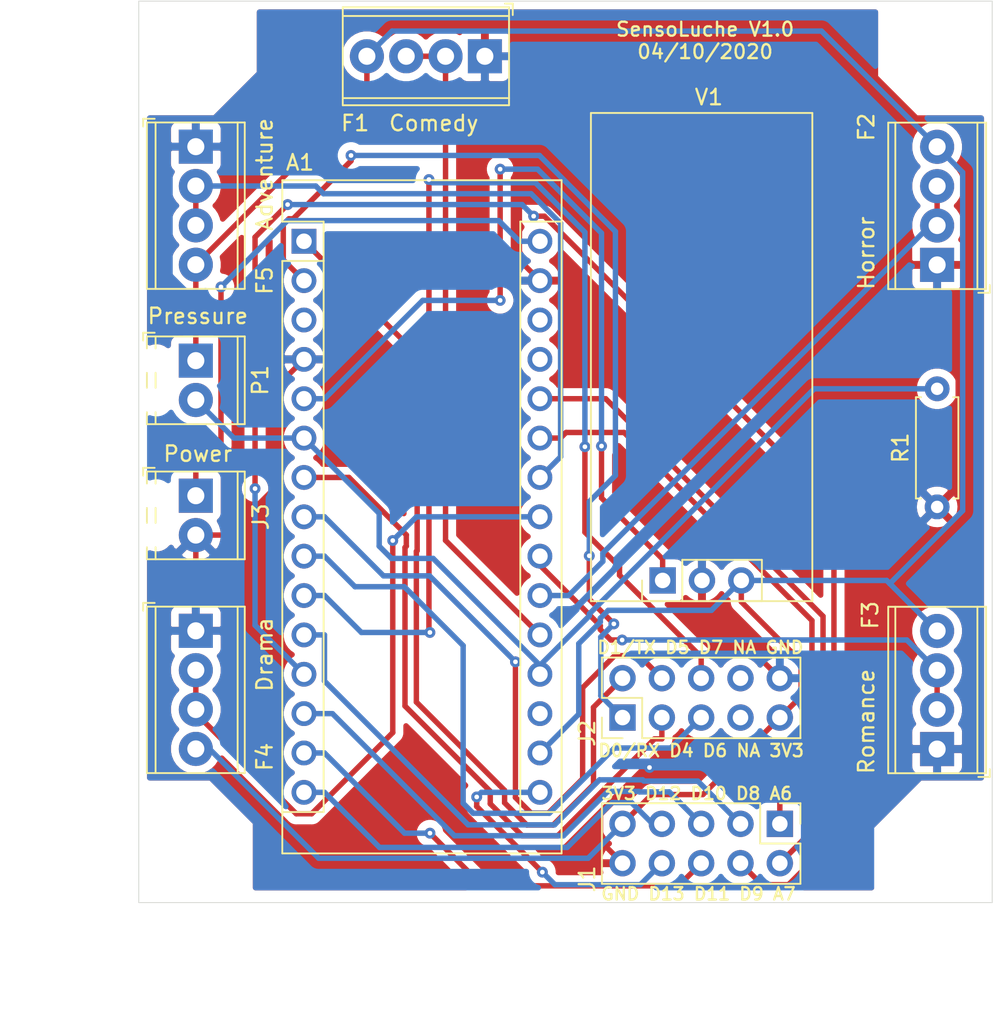
<source format=kicad_pcb>
(kicad_pcb (version 20171130) (host pcbnew "(5.1.6)-1")

  (general
    (thickness 1.6)
    (drawings 22)
    (tracks 281)
    (zones 0)
    (modules 16)
    (nets 31)
  )

  (page A4)
  (title_block
    (title "SensoLuche V1.0")
    (date 2020-10-04)
    (rev B)
    (comment 1 "Oscar Alvarado & César J. Lockhart de la Rosa")
    (comment 2 "Desgined by:")
  )

  (layers
    (0 F.Cu signal hide)
    (31 B.Cu signal hide)
    (32 B.Adhes user)
    (33 F.Adhes user)
    (34 B.Paste user hide)
    (35 F.Paste user)
    (36 B.SilkS user)
    (37 F.SilkS user)
    (38 B.Mask user)
    (39 F.Mask user)
    (40 Dwgs.User user)
    (41 Cmts.User user)
    (42 Eco1.User user)
    (43 Eco2.User user)
    (44 Edge.Cuts user)
    (45 Margin user)
    (46 B.CrtYd user hide)
    (47 F.CrtYd user hide)
    (48 B.Fab user)
    (49 F.Fab user hide)
  )

  (setup
    (last_trace_width 0.35)
    (trace_clearance 0.35)
    (zone_clearance 0.508)
    (zone_45_only no)
    (trace_min 0.2)
    (via_size 0.7)
    (via_drill 0.3)
    (via_min_size 0.4)
    (via_min_drill 0.3)
    (uvia_size 0.5)
    (uvia_drill 0.3)
    (uvias_allowed no)
    (uvia_min_size 0.2)
    (uvia_min_drill 0.1)
    (edge_width 0.05)
    (segment_width 0.2)
    (pcb_text_width 0.3)
    (pcb_text_size 1.5 1.5)
    (mod_edge_width 0.12)
    (mod_text_size 1 1)
    (mod_text_width 0.15)
    (pad_size 1.524 1.524)
    (pad_drill 0.762)
    (pad_to_mask_clearance 0.05)
    (aux_axis_origin 0 0)
    (visible_elements 7FFFFFFF)
    (pcbplotparams
      (layerselection 0x010fc_ffffffff)
      (usegerberextensions false)
      (usegerberattributes true)
      (usegerberadvancedattributes true)
      (creategerberjobfile true)
      (excludeedgelayer true)
      (linewidth 0.100000)
      (plotframeref false)
      (viasonmask false)
      (mode 1)
      (useauxorigin false)
      (hpglpennumber 1)
      (hpglpenspeed 20)
      (hpglpendiameter 15.000000)
      (psnegative false)
      (psa4output false)
      (plotreference true)
      (plotvalue true)
      (plotinvisibletext false)
      (padsonsilk false)
      (subtractmaskfromsilk false)
      (outputformat 1)
      (mirror false)
      (drillshape 1)
      (scaleselection 1)
      (outputdirectory ""))
  )

  (net 0 "")
  (net 1 /D13)
  (net 2 /D12)
  (net 3 +VDC)
  (net 4 /D11)
  (net 5 GND)
  (net 6 /D10)
  (net 7 "Net-(A1-Pad28)")
  (net 8 /D9)
  (net 9 "Net-(A1-Pad27)")
  (net 10 /D8)
  (net 11 /A7)
  (net 12 /D_Vibration)
  (net 13 /A_Adventure)
  (net 14 /A_Drama)
  (net 15 /A_Romance)
  (net 16 /A_Horror)
  (net 17 /A_Comedy)
  (net 18 /A_Pressure)
  (net 19 "Net-(A1-Pad3)")
  (net 20 "Net-(A1-Pad18)")
  (net 21 +3V3)
  (net 22 /D7)
  (net 23 /A6)
  (net 24 /D6)
  (net 25 /D5)
  (net 26 /D4)
  (net 27 /D0_RX)
  (net 28 /D1_TX)
  (net 29 "Net-(J2-Pad8)")
  (net 30 "Net-(J2-Pad7)")

  (net_class Default "This is the default net class."
    (clearance 0.35)
    (trace_width 0.35)
    (via_dia 0.7)
    (via_drill 0.3)
    (uvia_dia 0.5)
    (uvia_drill 0.3)
    (add_net +3V3)
    (add_net +VDC)
    (add_net /A6)
    (add_net /A7)
    (add_net /A_Adventure)
    (add_net /A_Comedy)
    (add_net /A_Drama)
    (add_net /A_Horror)
    (add_net /A_Pressure)
    (add_net /A_Romance)
    (add_net /D0_RX)
    (add_net /D10)
    (add_net /D11)
    (add_net /D12)
    (add_net /D13)
    (add_net /D1_TX)
    (add_net /D4)
    (add_net /D5)
    (add_net /D6)
    (add_net /D7)
    (add_net /D8)
    (add_net /D9)
    (add_net /D_Vibration)
    (add_net GND)
    (add_net "Net-(A1-Pad18)")
    (add_net "Net-(A1-Pad27)")
    (add_net "Net-(A1-Pad28)")
    (add_net "Net-(A1-Pad3)")
    (add_net "Net-(J2-Pad7)")
    (add_net "Net-(J2-Pad8)")
  )

  (module MountingHole:MountingHole_3.2mm_M3 (layer F.Cu) (tedit 56D1B4CB) (tstamp 5F7FAF29)
    (at 124.079 123.571 270)
    (descr "Mounting Hole 3.2mm, no annular, M3")
    (tags "mounting hole 3.2mm no annular m3")
    (attr virtual)
    (fp_text reference BOTTOM_LEFT_HOLE (at 0 -4.2 90) (layer F.Fab) hide
      (effects (font (size 1 1) (thickness 0.15)))
    )
    (fp_text value MountingHole_3.2mm_M3 (at 0 4.2 90) (layer F.Fab)
      (effects (font (size 1 1) (thickness 0.15)))
    )
    (fp_circle (center 0 0) (end 3.45 0) (layer F.CrtYd) (width 0.05))
    (fp_circle (center 0 0) (end 3.2 0) (layer Cmts.User) (width 0.15))
    (fp_text user %R (at 0.3 0 90) (layer F.Fab)
      (effects (font (size 1 1) (thickness 0.15)))
    )
    (pad 1 np_thru_hole circle (at 0 0 270) (size 3.2 3.2) (drill 3.2) (layers *.Cu *.Mask))
  )

  (module MountingHole:MountingHole_3.2mm_M3 (layer F.Cu) (tedit 56D1B4CB) (tstamp 5F7FAF29)
    (at 124.333 72.771 180)
    (descr "Mounting Hole 3.2mm, no annular, M3")
    (tags "mounting hole 3.2mm no annular m3")
    (attr virtual)
    (fp_text reference TOP_LEFT_HOLE (at -4.699 1.143 90) (layer F.Fab) hide
      (effects (font (size 1 1) (thickness 0.15)))
    )
    (fp_text value MountingHole_3.2mm_M3 (at 0 4.2) (layer F.Fab)
      (effects (font (size 1 1) (thickness 0.15)))
    )
    (fp_circle (center 0 0) (end 3.45 0) (layer F.CrtYd) (width 0.05))
    (fp_circle (center 0 0) (end 3.2 0) (layer Cmts.User) (width 0.15))
    (fp_text user %R (at 0.3 0) (layer F.Fab)
      (effects (font (size 1 1) (thickness 0.15)))
    )
    (pad 1 np_thru_hole circle (at 0 0 180) (size 3.2 3.2) (drill 3.2) (layers *.Cu *.Mask))
  )

  (module MountingHole:MountingHole_3.2mm_M3 (layer F.Cu) (tedit 56D1B4CB) (tstamp 5F7FAF29)
    (at 172.339 73.025 90)
    (descr "Mounting Hole 3.2mm, no annular, M3")
    (tags "mounting hole 3.2mm no annular m3")
    (attr virtual)
    (fp_text reference TOP_RIGTH_HOLE (at 0 -4.2 90) (layer F.Fab) hide
      (effects (font (size 1 1) (thickness 0.15)))
    )
    (fp_text value MountingHole_3.2mm_M3 (at 0 4.2 90) (layer F.Fab)
      (effects (font (size 1 1) (thickness 0.15)))
    )
    (fp_circle (center 0 0) (end 3.45 0) (layer F.CrtYd) (width 0.05))
    (fp_circle (center 0 0) (end 3.2 0) (layer Cmts.User) (width 0.15))
    (fp_text user %R (at 0.3 0 90) (layer F.Fab)
      (effects (font (size 1 1) (thickness 0.15)))
    )
    (pad 1 np_thru_hole circle (at 0 0 90) (size 3.2 3.2) (drill 3.2) (layers *.Cu *.Mask))
  )

  (module MountingHole:MountingHole_3.2mm_M3 (layer F.Cu) (tedit 56D1B4CB) (tstamp 5F7FAEE2)
    (at 172.085 123.825)
    (descr "Mounting Hole 3.2mm, no annular, M3")
    (tags "mounting hole 3.2mm no annular m3")
    (attr virtual)
    (fp_text reference BOTTOM_RIGTH_HOLE (at 0 -4.2) (layer F.Fab) hide
      (effects (font (size 1 1) (thickness 0.15)))
    )
    (fp_text value MountingHole_3.2mm_M3 (at 0 4.2) (layer F.Fab)
      (effects (font (size 1 1) (thickness 0.15)))
    )
    (fp_circle (center 0 0) (end 3.45 0) (layer F.CrtYd) (width 0.05))
    (fp_circle (center 0 0) (end 3.2 0) (layer Cmts.User) (width 0.15))
    (fp_text user %R (at 0.3 0) (layer F.Fab)
      (effects (font (size 1 1) (thickness 0.15)))
    )
    (pad 1 np_thru_hole circle (at 0 0) (size 3.2 3.2) (drill 3.2) (layers *.Cu *.Mask))
  )

  (module Connector_PinHeader_2.54mm:PinHeader_2x05_P2.54mm_Vertical (layer F.Cu) (tedit 59FED5CC) (tstamp 5F7FA03B)
    (at 151.892 115.57 90)
    (descr "Through hole straight pin header, 2x05, 2.54mm pitch, double rows")
    (tags "Through hole pin header THT 2x05 2.54mm double row")
    (path /5F856037)
    (fp_text reference J2 (at -1.016 -2.286 90) (layer F.SilkS)
      (effects (font (size 1 1) (thickness 0.15)))
    )
    (fp_text value EXT_IO_AN (at 1.524 -2.54 90) (layer F.Fab)
      (effects (font (size 1 1) (thickness 0.15)))
    )
    (fp_line (start 4.35 -1.8) (end -1.8 -1.8) (layer F.CrtYd) (width 0.05))
    (fp_line (start 4.35 11.95) (end 4.35 -1.8) (layer F.CrtYd) (width 0.05))
    (fp_line (start -1.8 11.95) (end 4.35 11.95) (layer F.CrtYd) (width 0.05))
    (fp_line (start -1.8 -1.8) (end -1.8 11.95) (layer F.CrtYd) (width 0.05))
    (fp_line (start -1.33 -1.33) (end 0 -1.33) (layer F.SilkS) (width 0.12))
    (fp_line (start -1.33 0) (end -1.33 -1.33) (layer F.SilkS) (width 0.12))
    (fp_line (start 1.27 -1.33) (end 3.87 -1.33) (layer F.SilkS) (width 0.12))
    (fp_line (start 1.27 1.27) (end 1.27 -1.33) (layer F.SilkS) (width 0.12))
    (fp_line (start -1.33 1.27) (end 1.27 1.27) (layer F.SilkS) (width 0.12))
    (fp_line (start 3.87 -1.33) (end 3.87 11.49) (layer F.SilkS) (width 0.12))
    (fp_line (start -1.33 1.27) (end -1.33 11.49) (layer F.SilkS) (width 0.12))
    (fp_line (start -1.33 11.49) (end 3.87 11.49) (layer F.SilkS) (width 0.12))
    (fp_line (start -1.27 0) (end 0 -1.27) (layer F.Fab) (width 0.1))
    (fp_line (start -1.27 11.43) (end -1.27 0) (layer F.Fab) (width 0.1))
    (fp_line (start 3.81 11.43) (end -1.27 11.43) (layer F.Fab) (width 0.1))
    (fp_line (start 3.81 -1.27) (end 3.81 11.43) (layer F.Fab) (width 0.1))
    (fp_line (start 0 -1.27) (end 3.81 -1.27) (layer F.Fab) (width 0.1))
    (fp_text user %R (at 1.27 5.08) (layer F.Fab)
      (effects (font (size 1 1) (thickness 0.15)))
    )
    (pad 10 thru_hole oval (at 2.54 10.16 90) (size 1.7 1.7) (drill 1) (layers *.Cu *.Mask)
      (net 5 GND))
    (pad 9 thru_hole oval (at 0 10.16 90) (size 1.7 1.7) (drill 1) (layers *.Cu *.Mask)
      (net 21 +3V3))
    (pad 8 thru_hole oval (at 2.54 7.62 90) (size 1.7 1.7) (drill 1) (layers *.Cu *.Mask)
      (net 29 "Net-(J2-Pad8)"))
    (pad 7 thru_hole oval (at 0 7.62 90) (size 1.7 1.7) (drill 1) (layers *.Cu *.Mask)
      (net 30 "Net-(J2-Pad7)"))
    (pad 6 thru_hole oval (at 2.54 5.08 90) (size 1.7 1.7) (drill 1) (layers *.Cu *.Mask)
      (net 22 /D7))
    (pad 5 thru_hole oval (at 0 5.08 90) (size 1.7 1.7) (drill 1) (layers *.Cu *.Mask)
      (net 24 /D6))
    (pad 4 thru_hole oval (at 2.54 2.54 90) (size 1.7 1.7) (drill 1) (layers *.Cu *.Mask)
      (net 25 /D5))
    (pad 3 thru_hole oval (at 0 2.54 90) (size 1.7 1.7) (drill 1) (layers *.Cu *.Mask)
      (net 26 /D4))
    (pad 2 thru_hole oval (at 2.54 0 90) (size 1.7 1.7) (drill 1) (layers *.Cu *.Mask)
      (net 28 /D1_TX))
    (pad 1 thru_hole rect (at 0 0 90) (size 1.7 1.7) (drill 1) (layers *.Cu *.Mask)
      (net 27 /D0_RX))
    (model ${KISYS3DMOD}/Connector_PinHeader_2.54mm.3dshapes/PinHeader_2x05_P2.54mm_Vertical.wrl
      (at (xyz 0 0 0))
      (scale (xyz 1 1 1))
      (rotate (xyz 0 0 0))
    )
  )

  (module Cesar_FootPrints:SW-420 (layer F.Cu) (tedit 5F789A83) (tstamp 5F794A27)
    (at 149.851 76.556)
    (path /5F8600DB)
    (fp_text reference V1 (at 7.62 -1.016) (layer F.SilkS)
      (effects (font (size 1 1) (thickness 0.15)))
    )
    (fp_text value SW-420 (at 7.375001 1.930001) (layer F.Fab)
      (effects (font (size 1 1) (thickness 0.15)))
    )
    (fp_line (start 0 0) (end 0 31.5) (layer F.SilkS) (width 0.12))
    (fp_line (start 0 0) (end 14.3 0) (layer F.SilkS) (width 0.12))
    (fp_line (start 14.3 0) (end 14.3 31.5) (layer F.SilkS) (width 0.12))
    (fp_line (start 0 31.5) (end 14.3 31.5) (layer F.SilkS) (width 0.12))
    (fp_line (start 0 0.0254) (end 0 31.496) (layer F.Fab) (width 0.12))
    (fp_line (start 0 31.496) (end 14.3002 31.496) (layer F.Fab) (width 0.12))
    (fp_line (start 14.3002 31.496) (end 14.3002 0) (layer F.Fab) (width 0.12))
    (fp_line (start 14.3002 0) (end 0 0) (layer F.Fab) (width 0.12))
    (fp_line (start 0 0) (end 0.0508 0) (layer F.Fab) (width 0.12))
    (fp_line (start 3.997 31.436) (end 3.362 30.801) (layer F.Fab) (width 0.1))
    (fp_line (start 5.902 28.836) (end 11.042 28.836) (layer F.SilkS) (width 0.12))
    (fp_line (start 10.982 28.896) (end 10.982 31.436) (layer F.Fab) (width 0.1))
    (fp_line (start 10.982 31.436) (end 3.997 31.436) (layer F.Fab) (width 0.1))
    (fp_line (start 5.902 31.496) (end 11.042 31.496) (layer F.SilkS) (width 0.12))
    (fp_line (start 3.362 30.801) (end 3.362 28.896) (layer F.Fab) (width 0.1))
    (fp_line (start 3.362 28.896) (end 10.982 28.896) (layer F.Fab) (width 0.1))
    (fp_line (start 11.042 31.496) (end 11.042 28.836) (layer F.SilkS) (width 0.12))
    (fp_line (start 4.632 31.496) (end 3.302 31.496) (layer F.SilkS) (width 0.12))
    (fp_line (start 5.902 31.496) (end 5.902 28.836) (layer F.SilkS) (width 0.12))
    (fp_line (start 3.302 31.496) (end 3.302 30.166) (layer F.SilkS) (width 0.12))
    (fp_text user %R (at 7.62 -1.016 180) (layer F.Fab)
      (effects (font (size 1 1) (thickness 0.15)))
    )
    (pad 3 thru_hole oval (at 9.712 30.166 90) (size 1.7 1.7) (drill 1) (layers *.Cu *.Mask)
      (net 21 +3V3))
    (pad 2 thru_hole oval (at 7.172 30.166 90) (size 1.7 1.7) (drill 1) (layers *.Cu *.Mask)
      (net 5 GND))
    (pad 1 thru_hole rect (at 4.632 30.166 90) (size 1.7 1.7) (drill 1) (layers *.Cu *.Mask)
      (net 12 /D_Vibration))
  )

  (module Resistor_THT:R_Axial_DIN0207_L6.3mm_D2.5mm_P7.62mm_Horizontal (layer F.Cu) (tedit 5AE5139B) (tstamp 5F793A32)
    (at 172.212 101.976 90)
    (descr "Resistor, Axial_DIN0207 series, Axial, Horizontal, pin pitch=7.62mm, 0.25W = 1/4W, length*diameter=6.3*2.5mm^2, http://cdn-reichelt.de/documents/datenblatt/B400/1_4W%23YAG.pdf")
    (tags "Resistor Axial_DIN0207 series Axial Horizontal pin pitch 7.62mm 0.25W = 1/4W length 6.3mm diameter 2.5mm")
    (path /5F830A76)
    (fp_text reference R1 (at 3.81 -2.37 90) (layer F.SilkS)
      (effects (font (size 1 1) (thickness 0.15)))
    )
    (fp_text value 100K (at 3.81 2.37 90) (layer F.Fab)
      (effects (font (size 1 1) (thickness 0.15)))
    )
    (fp_line (start 0.66 -1.25) (end 0.66 1.25) (layer F.Fab) (width 0.1))
    (fp_line (start 0.66 1.25) (end 6.96 1.25) (layer F.Fab) (width 0.1))
    (fp_line (start 6.96 1.25) (end 6.96 -1.25) (layer F.Fab) (width 0.1))
    (fp_line (start 6.96 -1.25) (end 0.66 -1.25) (layer F.Fab) (width 0.1))
    (fp_line (start 0 0) (end 0.66 0) (layer F.Fab) (width 0.1))
    (fp_line (start 7.62 0) (end 6.96 0) (layer F.Fab) (width 0.1))
    (fp_line (start 0.54 -1.04) (end 0.54 -1.37) (layer F.SilkS) (width 0.12))
    (fp_line (start 0.54 -1.37) (end 7.08 -1.37) (layer F.SilkS) (width 0.12))
    (fp_line (start 7.08 -1.37) (end 7.08 -1.04) (layer F.SilkS) (width 0.12))
    (fp_line (start 0.54 1.04) (end 0.54 1.37) (layer F.SilkS) (width 0.12))
    (fp_line (start 0.54 1.37) (end 7.08 1.37) (layer F.SilkS) (width 0.12))
    (fp_line (start 7.08 1.37) (end 7.08 1.04) (layer F.SilkS) (width 0.12))
    (fp_line (start -1.05 -1.5) (end -1.05 1.5) (layer F.CrtYd) (width 0.05))
    (fp_line (start -1.05 1.5) (end 8.67 1.5) (layer F.CrtYd) (width 0.05))
    (fp_line (start 8.67 1.5) (end 8.67 -1.5) (layer F.CrtYd) (width 0.05))
    (fp_line (start 8.67 -1.5) (end -1.05 -1.5) (layer F.CrtYd) (width 0.05))
    (fp_text user %R (at 3.81 0 90) (layer F.Fab)
      (effects (font (size 1 1) (thickness 0.15)))
    )
    (pad 2 thru_hole oval (at 7.62 0 90) (size 1.6 1.6) (drill 0.8) (layers *.Cu *.Mask)
      (net 18 /A_Pressure))
    (pad 1 thru_hole circle (at 0 0 90) (size 1.6 1.6) (drill 0.8) (layers *.Cu *.Mask)
      (net 5 GND))
    (model ${KISYS3DMOD}/Resistor_THT.3dshapes/R_Axial_DIN0207_L6.3mm_D2.5mm_P7.62mm_Horizontal.wrl
      (at (xyz 0 0 0))
      (scale (xyz 1 1 1))
      (rotate (xyz 0 0 0))
    )
  )

  (module TerminalBlock_Phoenix:TerminalBlock_Phoenix_MPT-0,5-2-2.54_1x02_P2.54mm_Horizontal (layer F.Cu) (tedit 5B294F98) (tstamp 5F7910E4)
    (at 124.333 92.5373 270)
    (descr "Terminal Block Phoenix MPT-0,5-2-2.54, 2 pins, pitch 2.54mm, size 5.54x6.2mm^2, drill diamater 1.1mm, pad diameter 2.2mm, see http://www.mouser.com/ds/2/324/ItemDetail_1725656-920552.pdf, script-generated using https://github.com/pointhi/kicad-footprint-generator/scripts/TerminalBlock_Phoenix")
    (tags "THT Terminal Block Phoenix MPT-0,5-2-2.54 pitch 2.54mm size 5.54x6.2mm^2 drill 1.1mm pad 2.2mm")
    (path /5F82B605)
    (fp_text reference P1 (at 1.27 -4.16 90) (layer F.SilkS)
      (effects (font (size 1 1) (thickness 0.15)))
    )
    (fp_text value FSR402_Pressure (at 1.27 4.16 90) (layer F.Fab)
      (effects (font (size 1 1) (thickness 0.15)))
    )
    (fp_circle (center 0 0) (end 1.1 0) (layer F.Fab) (width 0.1))
    (fp_circle (center 2.54 0) (end 3.64 0) (layer F.Fab) (width 0.1))
    (fp_line (start -1.5 -3.1) (end 4.04 -3.1) (layer F.Fab) (width 0.1))
    (fp_line (start 4.04 -3.1) (end 4.04 3.1) (layer F.Fab) (width 0.1))
    (fp_line (start 4.04 3.1) (end -1 3.1) (layer F.Fab) (width 0.1))
    (fp_line (start -1 3.1) (end -1.5 2.6) (layer F.Fab) (width 0.1))
    (fp_line (start -1.5 2.6) (end -1.5 -3.1) (layer F.Fab) (width 0.1))
    (fp_line (start -1.5 2.6) (end 4.04 2.6) (layer F.Fab) (width 0.1))
    (fp_line (start -1.56 2.6) (end -0.79 2.6) (layer F.SilkS) (width 0.12))
    (fp_line (start 0.79 2.6) (end 1.75 2.6) (layer F.SilkS) (width 0.12))
    (fp_line (start 3.33 2.6) (end 4.1 2.6) (layer F.SilkS) (width 0.12))
    (fp_line (start -1.5 -2.7) (end 4.04 -2.7) (layer F.Fab) (width 0.1))
    (fp_line (start -1.56 -2.7) (end 4.1 -2.7) (layer F.SilkS) (width 0.12))
    (fp_line (start -1.56 -3.16) (end 4.1 -3.16) (layer F.SilkS) (width 0.12))
    (fp_line (start -1.56 3.16) (end -0.79 3.16) (layer F.SilkS) (width 0.12))
    (fp_line (start 0.79 3.16) (end 1.75 3.16) (layer F.SilkS) (width 0.12))
    (fp_line (start 3.33 3.16) (end 4.1 3.16) (layer F.SilkS) (width 0.12))
    (fp_line (start -1.56 -3.16) (end -1.56 3.16) (layer F.SilkS) (width 0.12))
    (fp_line (start 4.1 -3.16) (end 4.1 3.16) (layer F.SilkS) (width 0.12))
    (fp_line (start 0.835 -0.7) (end -0.701 0.835) (layer F.Fab) (width 0.1))
    (fp_line (start 0.701 -0.835) (end -0.835 0.7) (layer F.Fab) (width 0.1))
    (fp_line (start 3.375 -0.7) (end 1.84 0.835) (layer F.Fab) (width 0.1))
    (fp_line (start 3.241 -0.835) (end 1.706 0.7) (layer F.Fab) (width 0.1))
    (fp_line (start -1.8 2.66) (end -1.8 3.4) (layer F.SilkS) (width 0.12))
    (fp_line (start -1.8 3.4) (end -1.3 3.4) (layer F.SilkS) (width 0.12))
    (fp_line (start -2 -3.6) (end -2 3.6) (layer F.CrtYd) (width 0.05))
    (fp_line (start -2 3.6) (end 4.54 3.6) (layer F.CrtYd) (width 0.05))
    (fp_line (start 4.54 3.6) (end 4.54 -3.6) (layer F.CrtYd) (width 0.05))
    (fp_line (start 4.54 -3.6) (end -2 -3.6) (layer F.CrtYd) (width 0.05))
    (fp_text user %R (at 1.27 2 90) (layer F.Fab)
      (effects (font (size 1 1) (thickness 0.15)))
    )
    (pad "" np_thru_hole circle (at 2.54 2.54 270) (size 1.1 1.1) (drill 1.1) (layers *.Cu *.Mask))
    (pad 2 thru_hole circle (at 2.54 0 270) (size 2.2 2.2) (drill 1.1) (layers *.Cu *.Mask)
      (net 18 /A_Pressure))
    (pad "" np_thru_hole circle (at 0 2.54 270) (size 1.1 1.1) (drill 1.1) (layers *.Cu *.Mask))
    (pad 1 thru_hole rect (at 0 0 270) (size 2.2 2.2) (drill 1.1) (layers *.Cu *.Mask)
      (net 21 +3V3))
    (model ${KISYS3DMOD}/TerminalBlock_Phoenix.3dshapes/TerminalBlock_Phoenix_MKDS-1,5-2-5.08_1x04_P5.08mm_Horizontal.wrl
      (at (xyz 0 0 0))
      (scale (xyz 0.5 0.6 0.6))
      (rotate (xyz 0 0 0))
    )
    (model ${KISYS3DMOD}/TerminalBlock_Phoenix.3dshapes/TerminalBlock_Phoenix_MKDS-1,5-2-5.08_1x02_P5.08mm_Horizontal.wrl
      (at (xyz 0 0 0))
      (scale (xyz 0.5 0.6 0.6))
      (rotate (xyz 0 0 0))
    )
  )

  (module TerminalBlock_Phoenix:TerminalBlock_Phoenix_MPT-0,5-2-2.54_1x02_P2.54mm_Horizontal (layer F.Cu) (tedit 5B294F98) (tstamp 5F790517)
    (at 124.333 101.255 270)
    (descr "Terminal Block Phoenix MPT-0,5-2-2.54, 2 pins, pitch 2.54mm, size 5.54x6.2mm^2, drill diamater 1.1mm, pad diameter 2.2mm, see http://www.mouser.com/ds/2/324/ItemDetail_1725656-920552.pdf, script-generated using https://github.com/pointhi/kicad-footprint-generator/scripts/TerminalBlock_Phoenix")
    (tags "THT Terminal Block Phoenix MPT-0,5-2-2.54 pitch 2.54mm size 5.54x6.2mm^2 drill 1.1mm pad 2.2mm")
    (path /5FB60ED1)
    (fp_text reference J3 (at 1.361334 -4.191 90) (layer F.SilkS)
      (effects (font (size 1 1) (thickness 0.15)))
    )
    (fp_text value TB_2 (at 1.27 4.16 90) (layer F.Fab)
      (effects (font (size 1 1) (thickness 0.15)))
    )
    (fp_circle (center 0 0) (end 1.1 0) (layer F.Fab) (width 0.1))
    (fp_circle (center 2.54 0) (end 3.64 0) (layer F.Fab) (width 0.1))
    (fp_line (start -1.5 -3.1) (end 4.04 -3.1) (layer F.Fab) (width 0.1))
    (fp_line (start 4.04 -3.1) (end 4.04 3.1) (layer F.Fab) (width 0.1))
    (fp_line (start 4.04 3.1) (end -1 3.1) (layer F.Fab) (width 0.1))
    (fp_line (start -1 3.1) (end -1.5 2.6) (layer F.Fab) (width 0.1))
    (fp_line (start -1.5 2.6) (end -1.5 -3.1) (layer F.Fab) (width 0.1))
    (fp_line (start -1.5 2.6) (end 4.04 2.6) (layer F.Fab) (width 0.1))
    (fp_line (start -1.56 2.6) (end -0.79 2.6) (layer F.SilkS) (width 0.12))
    (fp_line (start 0.79 2.6) (end 1.75 2.6) (layer F.SilkS) (width 0.12))
    (fp_line (start 3.33 2.6) (end 4.1 2.6) (layer F.SilkS) (width 0.12))
    (fp_line (start -1.5 -2.7) (end 4.04 -2.7) (layer F.Fab) (width 0.1))
    (fp_line (start -1.56 -2.7) (end 4.1 -2.7) (layer F.SilkS) (width 0.12))
    (fp_line (start -1.56 -3.16) (end 4.1 -3.16) (layer F.SilkS) (width 0.12))
    (fp_line (start -1.56 3.16) (end -0.79 3.16) (layer F.SilkS) (width 0.12))
    (fp_line (start 0.79 3.16) (end 1.75 3.16) (layer F.SilkS) (width 0.12))
    (fp_line (start 3.33 3.16) (end 4.1 3.16) (layer F.SilkS) (width 0.12))
    (fp_line (start -1.56 -3.16) (end -1.56 3.16) (layer F.SilkS) (width 0.12))
    (fp_line (start 4.1 -3.16) (end 4.1 3.16) (layer F.SilkS) (width 0.12))
    (fp_line (start 0.835 -0.7) (end -0.701 0.835) (layer F.Fab) (width 0.1))
    (fp_line (start 0.701 -0.835) (end -0.835 0.7) (layer F.Fab) (width 0.1))
    (fp_line (start 3.375 -0.7) (end 1.84 0.835) (layer F.Fab) (width 0.1))
    (fp_line (start 3.241 -0.835) (end 1.706 0.7) (layer F.Fab) (width 0.1))
    (fp_line (start -1.8 2.66) (end -1.8 3.4) (layer F.SilkS) (width 0.12))
    (fp_line (start -1.8 3.4) (end -1.3 3.4) (layer F.SilkS) (width 0.12))
    (fp_line (start -2 -3.6) (end -2 3.6) (layer F.CrtYd) (width 0.05))
    (fp_line (start -2 3.6) (end 4.54 3.6) (layer F.CrtYd) (width 0.05))
    (fp_line (start 4.54 3.6) (end 4.54 -3.6) (layer F.CrtYd) (width 0.05))
    (fp_line (start 4.54 -3.6) (end -2 -3.6) (layer F.CrtYd) (width 0.05))
    (fp_text user %R (at 1.27 2 90) (layer F.Fab)
      (effects (font (size 1 1) (thickness 0.15)))
    )
    (pad "" np_thru_hole circle (at 2.54 2.54 270) (size 1.1 1.1) (drill 1.1) (layers *.Cu *.Mask))
    (pad 2 thru_hole circle (at 2.54 0 270) (size 2.2 2.2) (drill 1.1) (layers *.Cu *.Mask)
      (net 5 GND))
    (pad "" np_thru_hole circle (at 0 2.54 270) (size 1.1 1.1) (drill 1.1) (layers *.Cu *.Mask))
    (pad 1 thru_hole rect (at 0 0 270) (size 2.2 2.2) (drill 1.1) (layers *.Cu *.Mask)
      (net 3 +VDC))
    (model ${KISYS3DMOD}/TerminalBlock_Phoenix.3dshapes/TerminalBlock_Phoenix_MKDS-1,5-2-5.08_1x02_P5.08mm_Horizontal.wrl
      (at (xyz 0 0 0))
      (scale (xyz 0.5 0.6 0.6))
      (rotate (xyz 0 0 0))
    )
  )

  (module Connector_PinHeader_2.54mm:PinHeader_2x05_P2.54mm_Vertical (layer F.Cu) (tedit 59FED5CC) (tstamp 5F7935C2)
    (at 162.052 122.428 270)
    (descr "Through hole straight pin header, 2x05, 2.54mm pitch, double rows")
    (tags "Through hole pin header THT 2x05 2.54mm double row")
    (path /5F9E168C)
    (fp_text reference J1 (at 3.556 12.446 90) (layer F.SilkS)
      (effects (font (size 1 1) (thickness 0.15)))
    )
    (fp_text value EXT_IO_AN (at 1.27 12.49 90) (layer F.Fab)
      (effects (font (size 1 1) (thickness 0.15)))
    )
    (fp_line (start 0 -1.27) (end 3.81 -1.27) (layer F.Fab) (width 0.1))
    (fp_line (start 3.81 -1.27) (end 3.81 11.43) (layer F.Fab) (width 0.1))
    (fp_line (start 3.81 11.43) (end -1.27 11.43) (layer F.Fab) (width 0.1))
    (fp_line (start -1.27 11.43) (end -1.27 0) (layer F.Fab) (width 0.1))
    (fp_line (start -1.27 0) (end 0 -1.27) (layer F.Fab) (width 0.1))
    (fp_line (start -1.33 11.49) (end 3.87 11.49) (layer F.SilkS) (width 0.12))
    (fp_line (start -1.33 1.27) (end -1.33 11.49) (layer F.SilkS) (width 0.12))
    (fp_line (start 3.87 -1.33) (end 3.87 11.49) (layer F.SilkS) (width 0.12))
    (fp_line (start -1.33 1.27) (end 1.27 1.27) (layer F.SilkS) (width 0.12))
    (fp_line (start 1.27 1.27) (end 1.27 -1.33) (layer F.SilkS) (width 0.12))
    (fp_line (start 1.27 -1.33) (end 3.87 -1.33) (layer F.SilkS) (width 0.12))
    (fp_line (start -1.33 0) (end -1.33 -1.33) (layer F.SilkS) (width 0.12))
    (fp_line (start -1.33 -1.33) (end 0 -1.33) (layer F.SilkS) (width 0.12))
    (fp_line (start -1.8 -1.8) (end -1.8 11.95) (layer F.CrtYd) (width 0.05))
    (fp_line (start -1.8 11.95) (end 4.35 11.95) (layer F.CrtYd) (width 0.05))
    (fp_line (start 4.35 11.95) (end 4.35 -1.8) (layer F.CrtYd) (width 0.05))
    (fp_line (start 4.35 -1.8) (end -1.8 -1.8) (layer F.CrtYd) (width 0.05))
    (fp_text user %R (at 1.27 5.08) (layer F.Fab)
      (effects (font (size 1 1) (thickness 0.15)))
    )
    (pad 10 thru_hole oval (at 2.54 10.16 270) (size 1.7 1.7) (drill 1) (layers *.Cu *.Mask)
      (net 5 GND))
    (pad 9 thru_hole oval (at 0 10.16 270) (size 1.7 1.7) (drill 1) (layers *.Cu *.Mask)
      (net 21 +3V3))
    (pad 8 thru_hole oval (at 2.54 7.62 270) (size 1.7 1.7) (drill 1) (layers *.Cu *.Mask)
      (net 1 /D13))
    (pad 7 thru_hole oval (at 0 7.62 270) (size 1.7 1.7) (drill 1) (layers *.Cu *.Mask)
      (net 2 /D12))
    (pad 6 thru_hole oval (at 2.54 5.08 270) (size 1.7 1.7) (drill 1) (layers *.Cu *.Mask)
      (net 4 /D11))
    (pad 5 thru_hole oval (at 0 5.08 270) (size 1.7 1.7) (drill 1) (layers *.Cu *.Mask)
      (net 6 /D10))
    (pad 4 thru_hole oval (at 2.54 2.54 270) (size 1.7 1.7) (drill 1) (layers *.Cu *.Mask)
      (net 8 /D9))
    (pad 3 thru_hole oval (at 0 2.54 270) (size 1.7 1.7) (drill 1) (layers *.Cu *.Mask)
      (net 10 /D8))
    (pad 2 thru_hole oval (at 2.54 0 270) (size 1.7 1.7) (drill 1) (layers *.Cu *.Mask)
      (net 11 /A7))
    (pad 1 thru_hole rect (at 0 0 270) (size 1.7 1.7) (drill 1) (layers *.Cu *.Mask)
      (net 23 /A6))
    (model ${KISYS3DMOD}/Connector_PinHeader_2.54mm.3dshapes/PinHeader_2x05_P2.54mm_Vertical.wrl
      (at (xyz 0 0 0))
      (scale (xyz 1 1 1))
      (rotate (xyz 0 0 0))
    )
  )

  (module TerminalBlock_Phoenix:TerminalBlock_Phoenix_MPT-0,5-4-2.54_1x04_P2.54mm_Horizontal (layer F.Cu) (tedit 5B294F98) (tstamp 5F79128E)
    (at 124.333 78.73 270)
    (descr "Terminal Block Phoenix MPT-0,5-4-2.54, 4 pins, pitch 2.54mm, size 10.6x6.2mm^2, drill diamater 1.1mm, pad diameter 2.2mm, see http://www.mouser.com/ds/2/324/ItemDetail_1725672-916605.pdf, script-generated using https://github.com/pointhi/kicad-footprint-generator/scripts/TerminalBlock_Phoenix")
    (tags "THT Terminal Block Phoenix MPT-0,5-4-2.54 pitch 2.54mm size 10.6x6.2mm^2 drill 1.1mm pad 2.2mm")
    (path /5F7F28E6)
    (fp_text reference F5 (at 8.646 -4.445 90) (layer F.SilkS)
      (effects (font (size 1 1) (thickness 0.15)))
    )
    (fp_text value Flex_Adventure (at 3.81 4.16 90) (layer F.Fab)
      (effects (font (size 1 1) (thickness 0.15)))
    )
    (fp_circle (center 0 0) (end 1.1 0) (layer F.Fab) (width 0.1))
    (fp_circle (center 2.54 0) (end 3.64 0) (layer F.Fab) (width 0.1))
    (fp_circle (center 5.08 0) (end 6.18 0) (layer F.Fab) (width 0.1))
    (fp_circle (center 7.62 0) (end 8.72 0) (layer F.Fab) (width 0.1))
    (fp_line (start -1.5 -3.1) (end 9.12 -3.1) (layer F.Fab) (width 0.1))
    (fp_line (start 9.12 -3.1) (end 9.12 3.1) (layer F.Fab) (width 0.1))
    (fp_line (start 9.12 3.1) (end -1 3.1) (layer F.Fab) (width 0.1))
    (fp_line (start -1 3.1) (end -1.5 2.6) (layer F.Fab) (width 0.1))
    (fp_line (start -1.5 2.6) (end -1.5 -3.1) (layer F.Fab) (width 0.1))
    (fp_line (start -1.5 2.6) (end 9.12 2.6) (layer F.Fab) (width 0.1))
    (fp_line (start -1.56 2.6) (end 9.18 2.6) (layer F.SilkS) (width 0.12))
    (fp_line (start -1.5 -2.7) (end 9.12 -2.7) (layer F.Fab) (width 0.1))
    (fp_line (start -1.56 -2.7) (end 9.18 -2.7) (layer F.SilkS) (width 0.12))
    (fp_line (start -1.56 -3.16) (end 9.18 -3.16) (layer F.SilkS) (width 0.12))
    (fp_line (start -1.56 3.16) (end 9.18 3.16) (layer F.SilkS) (width 0.12))
    (fp_line (start -1.56 -3.16) (end -1.56 3.16) (layer F.SilkS) (width 0.12))
    (fp_line (start 9.18 -3.16) (end 9.18 3.16) (layer F.SilkS) (width 0.12))
    (fp_line (start 0.835 -0.7) (end -0.701 0.835) (layer F.Fab) (width 0.1))
    (fp_line (start 0.701 -0.835) (end -0.835 0.7) (layer F.Fab) (width 0.1))
    (fp_line (start 3.375 -0.7) (end 1.84 0.835) (layer F.Fab) (width 0.1))
    (fp_line (start 3.241 -0.835) (end 1.706 0.7) (layer F.Fab) (width 0.1))
    (fp_line (start 5.915 -0.7) (end 4.38 0.835) (layer F.Fab) (width 0.1))
    (fp_line (start 5.781 -0.835) (end 4.246 0.7) (layer F.Fab) (width 0.1))
    (fp_line (start 8.455 -0.7) (end 6.92 0.835) (layer F.Fab) (width 0.1))
    (fp_line (start 8.321 -0.835) (end 6.786 0.7) (layer F.Fab) (width 0.1))
    (fp_line (start -1.8 2.66) (end -1.8 3.4) (layer F.SilkS) (width 0.12))
    (fp_line (start -1.8 3.4) (end -1.3 3.4) (layer F.SilkS) (width 0.12))
    (fp_line (start -2 -3.6) (end -2 3.6) (layer F.CrtYd) (width 0.05))
    (fp_line (start -2 3.6) (end 9.63 3.6) (layer F.CrtYd) (width 0.05))
    (fp_line (start 9.63 3.6) (end 9.63 -3.6) (layer F.CrtYd) (width 0.05))
    (fp_line (start 9.63 -3.6) (end -2 -3.6) (layer F.CrtYd) (width 0.05))
    (fp_text user %R (at 3.81 2 90) (layer F.Fab)
      (effects (font (size 1 1) (thickness 0.15)))
    )
    (pad 4 thru_hole circle (at 7.62 0 270) (size 2.2 2.2) (drill 1.1) (layers *.Cu *.Mask)
      (net 21 +3V3))
    (pad 3 thru_hole circle (at 5.08 0 270) (size 2.2 2.2) (drill 1.1) (layers *.Cu *.Mask)
      (net 13 /A_Adventure))
    (pad 2 thru_hole circle (at 2.54 0 270) (size 2.2 2.2) (drill 1.1) (layers *.Cu *.Mask)
      (net 13 /A_Adventure))
    (pad 1 thru_hole rect (at 0 0 270) (size 2.2 2.2) (drill 1.1) (layers *.Cu *.Mask)
      (net 5 GND))
    (model ${KISYS3DMOD}/TerminalBlock_Phoenix.3dshapes/TerminalBlock_Phoenix_MPT-0,5-4-2.54_1x04_P2.54mm_Horizontal.wrl
      (at (xyz 0 0 0))
      (scale (xyz 1 1 1))
      (rotate (xyz 0 0 0))
    )
    (model ${KISYS3DMOD}/TerminalBlock_Phoenix.3dshapes/TerminalBlock_Phoenix_MKDS-1,5-4-5.08_1x04_P5.08mm_Horizontal.wrl
      (at (xyz 0 0 0))
      (scale (xyz 0.5 0.6 0.6))
      (rotate (xyz 0 0 0))
    )
  )

  (module TerminalBlock_Phoenix:TerminalBlock_Phoenix_MPT-0,5-4-2.54_1x04_P2.54mm_Horizontal (layer F.Cu) (tedit 5B294F98) (tstamp 5F7904A9)
    (at 124.333 109.972 270)
    (descr "Terminal Block Phoenix MPT-0,5-4-2.54, 4 pins, pitch 2.54mm, size 10.6x6.2mm^2, drill diamater 1.1mm, pad diameter 2.2mm, see http://www.mouser.com/ds/2/324/ItemDetail_1725672-916605.pdf, script-generated using https://github.com/pointhi/kicad-footprint-generator/scripts/TerminalBlock_Phoenix")
    (tags "THT Terminal Block Phoenix MPT-0,5-4-2.54 pitch 2.54mm size 10.6x6.2mm^2 drill 1.1mm pad 2.2mm")
    (path /5F7C6948)
    (fp_text reference F4 (at 8.138 -4.445 90) (layer F.SilkS)
      (effects (font (size 1 1) (thickness 0.15)))
    )
    (fp_text value Flex_Drama (at 3.81 4.16 90) (layer F.Fab)
      (effects (font (size 1 1) (thickness 0.15)))
    )
    (fp_circle (center 0 0) (end 1.1 0) (layer F.Fab) (width 0.1))
    (fp_circle (center 2.54 0) (end 3.64 0) (layer F.Fab) (width 0.1))
    (fp_circle (center 5.08 0) (end 6.18 0) (layer F.Fab) (width 0.1))
    (fp_circle (center 7.62 0) (end 8.72 0) (layer F.Fab) (width 0.1))
    (fp_line (start -1.5 -3.1) (end 9.12 -3.1) (layer F.Fab) (width 0.1))
    (fp_line (start 9.12 -3.1) (end 9.12 3.1) (layer F.Fab) (width 0.1))
    (fp_line (start 9.12 3.1) (end -1 3.1) (layer F.Fab) (width 0.1))
    (fp_line (start -1 3.1) (end -1.5 2.6) (layer F.Fab) (width 0.1))
    (fp_line (start -1.5 2.6) (end -1.5 -3.1) (layer F.Fab) (width 0.1))
    (fp_line (start -1.5 2.6) (end 9.12 2.6) (layer F.Fab) (width 0.1))
    (fp_line (start -1.56 2.6) (end 9.18 2.6) (layer F.SilkS) (width 0.12))
    (fp_line (start -1.5 -2.7) (end 9.12 -2.7) (layer F.Fab) (width 0.1))
    (fp_line (start -1.56 -2.7) (end 9.18 -2.7) (layer F.SilkS) (width 0.12))
    (fp_line (start -1.56 -3.16) (end 9.18 -3.16) (layer F.SilkS) (width 0.12))
    (fp_line (start -1.56 3.16) (end 9.18 3.16) (layer F.SilkS) (width 0.12))
    (fp_line (start -1.56 -3.16) (end -1.56 3.16) (layer F.SilkS) (width 0.12))
    (fp_line (start 9.18 -3.16) (end 9.18 3.16) (layer F.SilkS) (width 0.12))
    (fp_line (start 0.835 -0.7) (end -0.701 0.835) (layer F.Fab) (width 0.1))
    (fp_line (start 0.701 -0.835) (end -0.835 0.7) (layer F.Fab) (width 0.1))
    (fp_line (start 3.375 -0.7) (end 1.84 0.835) (layer F.Fab) (width 0.1))
    (fp_line (start 3.241 -0.835) (end 1.706 0.7) (layer F.Fab) (width 0.1))
    (fp_line (start 5.915 -0.7) (end 4.38 0.835) (layer F.Fab) (width 0.1))
    (fp_line (start 5.781 -0.835) (end 4.246 0.7) (layer F.Fab) (width 0.1))
    (fp_line (start 8.455 -0.7) (end 6.92 0.835) (layer F.Fab) (width 0.1))
    (fp_line (start 8.321 -0.835) (end 6.786 0.7) (layer F.Fab) (width 0.1))
    (fp_line (start -1.8 2.66) (end -1.8 3.4) (layer F.SilkS) (width 0.12))
    (fp_line (start -1.8 3.4) (end -1.3 3.4) (layer F.SilkS) (width 0.12))
    (fp_line (start -2 -3.6) (end -2 3.6) (layer F.CrtYd) (width 0.05))
    (fp_line (start -2 3.6) (end 9.63 3.6) (layer F.CrtYd) (width 0.05))
    (fp_line (start 9.63 3.6) (end 9.63 -3.6) (layer F.CrtYd) (width 0.05))
    (fp_line (start 9.63 -3.6) (end -2 -3.6) (layer F.CrtYd) (width 0.05))
    (fp_text user %R (at 3.81 2 90) (layer F.Fab)
      (effects (font (size 1 1) (thickness 0.15)))
    )
    (pad 4 thru_hole circle (at 7.62 0 270) (size 2.2 2.2) (drill 1.1) (layers *.Cu *.Mask)
      (net 21 +3V3))
    (pad 3 thru_hole circle (at 5.08 0 270) (size 2.2 2.2) (drill 1.1) (layers *.Cu *.Mask)
      (net 14 /A_Drama))
    (pad 2 thru_hole circle (at 2.54 0 270) (size 2.2 2.2) (drill 1.1) (layers *.Cu *.Mask)
      (net 14 /A_Drama))
    (pad 1 thru_hole rect (at 0 0 270) (size 2.2 2.2) (drill 1.1) (layers *.Cu *.Mask)
      (net 5 GND))
    (model ${KISYS3DMOD}/TerminalBlock_Phoenix.3dshapes/TerminalBlock_Phoenix_MKDS-1,5-4-5.08_1x04_P5.08mm_Horizontal.wrl
      (at (xyz 0 0 0))
      (scale (xyz 0.5 0.6 0.6))
      (rotate (xyz 0 0 0))
    )
  )

  (module TerminalBlock_Phoenix:TerminalBlock_Phoenix_MPT-0,5-4-2.54_1x04_P2.54mm_Horizontal (layer F.Cu) (tedit 5B294F98) (tstamp 5F79430B)
    (at 172.212 117.602 90)
    (descr "Terminal Block Phoenix MPT-0,5-4-2.54, 4 pins, pitch 2.54mm, size 10.6x6.2mm^2, drill diamater 1.1mm, pad diameter 2.2mm, see http://www.mouser.com/ds/2/324/ItemDetail_1725672-916605.pdf, script-generated using https://github.com/pointhi/kicad-footprint-generator/scripts/TerminalBlock_Phoenix")
    (tags "THT Terminal Block Phoenix MPT-0,5-4-2.54 pitch 2.54mm size 10.6x6.2mm^2 drill 1.1mm pad 2.2mm")
    (path /5F7F28AE)
    (fp_text reference F3 (at 8.636 -4.318 90) (layer F.SilkS)
      (effects (font (size 1 1) (thickness 0.15)))
    )
    (fp_text value Flex_Romance (at 3.81 4.16 90) (layer F.Fab)
      (effects (font (size 1 1) (thickness 0.15)))
    )
    (fp_circle (center 0 0) (end 1.1 0) (layer F.Fab) (width 0.1))
    (fp_circle (center 2.54 0) (end 3.64 0) (layer F.Fab) (width 0.1))
    (fp_circle (center 5.08 0) (end 6.18 0) (layer F.Fab) (width 0.1))
    (fp_circle (center 7.62 0) (end 8.72 0) (layer F.Fab) (width 0.1))
    (fp_line (start -1.5 -3.1) (end 9.12 -3.1) (layer F.Fab) (width 0.1))
    (fp_line (start 9.12 -3.1) (end 9.12 3.1) (layer F.Fab) (width 0.1))
    (fp_line (start 9.12 3.1) (end -1 3.1) (layer F.Fab) (width 0.1))
    (fp_line (start -1 3.1) (end -1.5 2.6) (layer F.Fab) (width 0.1))
    (fp_line (start -1.5 2.6) (end -1.5 -3.1) (layer F.Fab) (width 0.1))
    (fp_line (start -1.5 2.6) (end 9.12 2.6) (layer F.Fab) (width 0.1))
    (fp_line (start -1.56 2.6) (end 9.18 2.6) (layer F.SilkS) (width 0.12))
    (fp_line (start -1.5 -2.7) (end 9.12 -2.7) (layer F.Fab) (width 0.1))
    (fp_line (start -1.56 -2.7) (end 9.18 -2.7) (layer F.SilkS) (width 0.12))
    (fp_line (start -1.56 -3.16) (end 9.18 -3.16) (layer F.SilkS) (width 0.12))
    (fp_line (start -1.56 3.16) (end 9.18 3.16) (layer F.SilkS) (width 0.12))
    (fp_line (start -1.56 -3.16) (end -1.56 3.16) (layer F.SilkS) (width 0.12))
    (fp_line (start 9.18 -3.16) (end 9.18 3.16) (layer F.SilkS) (width 0.12))
    (fp_line (start 0.835 -0.7) (end -0.701 0.835) (layer F.Fab) (width 0.1))
    (fp_line (start 0.701 -0.835) (end -0.835 0.7) (layer F.Fab) (width 0.1))
    (fp_line (start 3.375 -0.7) (end 1.84 0.835) (layer F.Fab) (width 0.1))
    (fp_line (start 3.241 -0.835) (end 1.706 0.7) (layer F.Fab) (width 0.1))
    (fp_line (start 5.915 -0.7) (end 4.38 0.835) (layer F.Fab) (width 0.1))
    (fp_line (start 5.781 -0.835) (end 4.246 0.7) (layer F.Fab) (width 0.1))
    (fp_line (start 8.455 -0.7) (end 6.92 0.835) (layer F.Fab) (width 0.1))
    (fp_line (start 8.321 -0.835) (end 6.786 0.7) (layer F.Fab) (width 0.1))
    (fp_line (start -1.8 2.66) (end -1.8 3.4) (layer F.SilkS) (width 0.12))
    (fp_line (start -1.8 3.4) (end -1.3 3.4) (layer F.SilkS) (width 0.12))
    (fp_line (start -2 -3.6) (end -2 3.6) (layer F.CrtYd) (width 0.05))
    (fp_line (start -2 3.6) (end 9.63 3.6) (layer F.CrtYd) (width 0.05))
    (fp_line (start 9.63 3.6) (end 9.63 -3.6) (layer F.CrtYd) (width 0.05))
    (fp_line (start 9.63 -3.6) (end -2 -3.6) (layer F.CrtYd) (width 0.05))
    (fp_text user %R (at 3.81 2 90) (layer F.Fab)
      (effects (font (size 1 1) (thickness 0.15)))
    )
    (pad 4 thru_hole circle (at 7.62 0 90) (size 2.2 2.2) (drill 1.1) (layers *.Cu *.Mask)
      (net 21 +3V3))
    (pad 3 thru_hole circle (at 5.08 0 90) (size 2.2 2.2) (drill 1.1) (layers *.Cu *.Mask)
      (net 15 /A_Romance))
    (pad 2 thru_hole circle (at 2.54 0 90) (size 2.2 2.2) (drill 1.1) (layers *.Cu *.Mask)
      (net 15 /A_Romance))
    (pad 1 thru_hole rect (at 0 0 90) (size 2.2 2.2) (drill 1.1) (layers *.Cu *.Mask)
      (net 5 GND))
    (model ${KISYS3DMOD}/TerminalBlock_Phoenix.3dshapes/TerminalBlock_Phoenix_MKDS-1,5-4-5.08_1x04_P5.08mm_Horizontal.wrl
      (at (xyz 0 0 0))
      (scale (xyz 0.5 0.6 0.6))
      (rotate (xyz 0 0 0))
    )
  )

  (module TerminalBlock_Phoenix:TerminalBlock_Phoenix_MPT-0,5-4-2.54_1x04_P2.54mm_Horizontal (layer F.Cu) (tedit 5B294F98) (tstamp 5F793238)
    (at 172.212 86.36 90)
    (descr "Terminal Block Phoenix MPT-0,5-4-2.54, 4 pins, pitch 2.54mm, size 10.6x6.2mm^2, drill diamater 1.1mm, pad diameter 2.2mm, see http://www.mouser.com/ds/2/324/ItemDetail_1725672-916605.pdf, script-generated using https://github.com/pointhi/kicad-footprint-generator/scripts/TerminalBlock_Phoenix")
    (tags "THT Terminal Block Phoenix MPT-0,5-4-2.54 pitch 2.54mm size 10.6x6.2mm^2 drill 1.1mm pad 2.2mm")
    (path /5F7CD580)
    (fp_text reference F2 (at 8.89 -4.572 90) (layer F.SilkS)
      (effects (font (size 1 1) (thickness 0.15)))
    )
    (fp_text value Flex_Horror (at 3.81 4.16 90) (layer F.Fab)
      (effects (font (size 1 1) (thickness 0.15)))
    )
    (fp_circle (center 0 0) (end 1.1 0) (layer F.Fab) (width 0.1))
    (fp_circle (center 2.54 0) (end 3.64 0) (layer F.Fab) (width 0.1))
    (fp_circle (center 5.08 0) (end 6.18 0) (layer F.Fab) (width 0.1))
    (fp_circle (center 7.62 0) (end 8.72 0) (layer F.Fab) (width 0.1))
    (fp_line (start -1.5 -3.1) (end 9.12 -3.1) (layer F.Fab) (width 0.1))
    (fp_line (start 9.12 -3.1) (end 9.12 3.1) (layer F.Fab) (width 0.1))
    (fp_line (start 9.12 3.1) (end -1 3.1) (layer F.Fab) (width 0.1))
    (fp_line (start -1 3.1) (end -1.5 2.6) (layer F.Fab) (width 0.1))
    (fp_line (start -1.5 2.6) (end -1.5 -3.1) (layer F.Fab) (width 0.1))
    (fp_line (start -1.5 2.6) (end 9.12 2.6) (layer F.Fab) (width 0.1))
    (fp_line (start -1.56 2.6) (end 9.18 2.6) (layer F.SilkS) (width 0.12))
    (fp_line (start -1.5 -2.7) (end 9.12 -2.7) (layer F.Fab) (width 0.1))
    (fp_line (start -1.56 -2.7) (end 9.18 -2.7) (layer F.SilkS) (width 0.12))
    (fp_line (start -1.56 -3.16) (end 9.18 -3.16) (layer F.SilkS) (width 0.12))
    (fp_line (start -1.56 3.16) (end 9.18 3.16) (layer F.SilkS) (width 0.12))
    (fp_line (start -1.56 -3.16) (end -1.56 3.16) (layer F.SilkS) (width 0.12))
    (fp_line (start 9.18 -3.16) (end 9.18 3.16) (layer F.SilkS) (width 0.12))
    (fp_line (start 0.835 -0.7) (end -0.701 0.835) (layer F.Fab) (width 0.1))
    (fp_line (start 0.701 -0.835) (end -0.835 0.7) (layer F.Fab) (width 0.1))
    (fp_line (start 3.375 -0.7) (end 1.84 0.835) (layer F.Fab) (width 0.1))
    (fp_line (start 3.241 -0.835) (end 1.706 0.7) (layer F.Fab) (width 0.1))
    (fp_line (start 5.915 -0.7) (end 4.38 0.835) (layer F.Fab) (width 0.1))
    (fp_line (start 5.781 -0.835) (end 4.246 0.7) (layer F.Fab) (width 0.1))
    (fp_line (start 8.455 -0.7) (end 6.92 0.835) (layer F.Fab) (width 0.1))
    (fp_line (start 8.321 -0.835) (end 6.786 0.7) (layer F.Fab) (width 0.1))
    (fp_line (start -1.8 2.66) (end -1.8 3.4) (layer F.SilkS) (width 0.12))
    (fp_line (start -1.8 3.4) (end -1.3 3.4) (layer F.SilkS) (width 0.12))
    (fp_line (start -2 -3.6) (end -2 3.6) (layer F.CrtYd) (width 0.05))
    (fp_line (start -2 3.6) (end 9.63 3.6) (layer F.CrtYd) (width 0.05))
    (fp_line (start 9.63 3.6) (end 9.63 -3.6) (layer F.CrtYd) (width 0.05))
    (fp_line (start 9.63 -3.6) (end -2 -3.6) (layer F.CrtYd) (width 0.05))
    (fp_text user %R (at 3.81 2 90) (layer F.Fab)
      (effects (font (size 1 1) (thickness 0.15)))
    )
    (pad 4 thru_hole circle (at 7.62 0 90) (size 2.2 2.2) (drill 1.1) (layers *.Cu *.Mask)
      (net 21 +3V3))
    (pad 3 thru_hole circle (at 5.08 0 90) (size 2.2 2.2) (drill 1.1) (layers *.Cu *.Mask)
      (net 16 /A_Horror))
    (pad 2 thru_hole circle (at 2.54 0 90) (size 2.2 2.2) (drill 1.1) (layers *.Cu *.Mask)
      (net 16 /A_Horror))
    (pad 1 thru_hole rect (at 0 0 90) (size 2.2 2.2) (drill 1.1) (layers *.Cu *.Mask)
      (net 5 GND))
    (model ${KISYS3DMOD}/TerminalBlock_Phoenix.3dshapes/TerminalBlock_Phoenix_MKDS-1,5-4-5.08_1x04_P5.08mm_Horizontal.wrl
      (at (xyz 0 0 0))
      (scale (xyz 0.5 0.6 0.6))
      (rotate (xyz 0 0 0))
    )
  )

  (module TerminalBlock_Phoenix:TerminalBlock_Phoenix_MPT-0,5-4-2.54_1x04_P2.54mm_Horizontal (layer F.Cu) (tedit 5B294F98) (tstamp 5F7FA9F0)
    (at 143.002 72.898 180)
    (descr "Terminal Block Phoenix MPT-0,5-4-2.54, 4 pins, pitch 2.54mm, size 10.6x6.2mm^2, drill diamater 1.1mm, pad diameter 2.2mm, see http://www.mouser.com/ds/2/324/ItemDetail_1725672-916605.pdf, script-generated using https://github.com/pointhi/kicad-footprint-generator/scripts/TerminalBlock_Phoenix")
    (tags "THT Terminal Block Phoenix MPT-0,5-4-2.54 pitch 2.54mm size 10.6x6.2mm^2 drill 1.1mm pad 2.2mm")
    (path /5F7AA844)
    (fp_text reference F1 (at 8.382 -4.318) (layer F.SilkS)
      (effects (font (size 1 1) (thickness 0.15)))
    )
    (fp_text value Flex_Comedy (at 3.81 4.16) (layer F.Fab)
      (effects (font (size 1 1) (thickness 0.15)))
    )
    (fp_circle (center 0 0) (end 1.1 0) (layer F.Fab) (width 0.1))
    (fp_circle (center 2.54 0) (end 3.64 0) (layer F.Fab) (width 0.1))
    (fp_circle (center 5.08 0) (end 6.18 0) (layer F.Fab) (width 0.1))
    (fp_circle (center 7.62 0) (end 8.72 0) (layer F.Fab) (width 0.1))
    (fp_line (start -1.5 -3.1) (end 9.12 -3.1) (layer F.Fab) (width 0.1))
    (fp_line (start 9.12 -3.1) (end 9.12 3.1) (layer F.Fab) (width 0.1))
    (fp_line (start 9.12 3.1) (end -1 3.1) (layer F.Fab) (width 0.1))
    (fp_line (start -1 3.1) (end -1.5 2.6) (layer F.Fab) (width 0.1))
    (fp_line (start -1.5 2.6) (end -1.5 -3.1) (layer F.Fab) (width 0.1))
    (fp_line (start -1.5 2.6) (end 9.12 2.6) (layer F.Fab) (width 0.1))
    (fp_line (start -1.56 2.6) (end 9.18 2.6) (layer F.SilkS) (width 0.12))
    (fp_line (start -1.5 -2.7) (end 9.12 -2.7) (layer F.Fab) (width 0.1))
    (fp_line (start -1.56 -2.7) (end 9.18 -2.7) (layer F.SilkS) (width 0.12))
    (fp_line (start -1.56 -3.16) (end 9.18 -3.16) (layer F.SilkS) (width 0.12))
    (fp_line (start -1.56 3.16) (end 9.18 3.16) (layer F.SilkS) (width 0.12))
    (fp_line (start -1.56 -3.16) (end -1.56 3.16) (layer F.SilkS) (width 0.12))
    (fp_line (start 9.18 -3.16) (end 9.18 3.16) (layer F.SilkS) (width 0.12))
    (fp_line (start 0.835 -0.7) (end -0.701 0.835) (layer F.Fab) (width 0.1))
    (fp_line (start 0.701 -0.835) (end -0.835 0.7) (layer F.Fab) (width 0.1))
    (fp_line (start 3.375 -0.7) (end 1.84 0.835) (layer F.Fab) (width 0.1))
    (fp_line (start 3.241 -0.835) (end 1.706 0.7) (layer F.Fab) (width 0.1))
    (fp_line (start 5.915 -0.7) (end 4.38 0.835) (layer F.Fab) (width 0.1))
    (fp_line (start 5.781 -0.835) (end 4.246 0.7) (layer F.Fab) (width 0.1))
    (fp_line (start 8.455 -0.7) (end 6.92 0.835) (layer F.Fab) (width 0.1))
    (fp_line (start 8.321 -0.835) (end 6.786 0.7) (layer F.Fab) (width 0.1))
    (fp_line (start -1.8 2.66) (end -1.8 3.4) (layer F.SilkS) (width 0.12))
    (fp_line (start -1.8 3.4) (end -1.3 3.4) (layer F.SilkS) (width 0.12))
    (fp_line (start -2 -3.6) (end -2 3.6) (layer F.CrtYd) (width 0.05))
    (fp_line (start -2 3.6) (end 9.63 3.6) (layer F.CrtYd) (width 0.05))
    (fp_line (start 9.63 3.6) (end 9.63 -3.6) (layer F.CrtYd) (width 0.05))
    (fp_line (start 9.63 -3.6) (end -2 -3.6) (layer F.CrtYd) (width 0.05))
    (fp_text user %R (at 3.81 2) (layer F.Fab)
      (effects (font (size 1 1) (thickness 0.15)))
    )
    (pad 4 thru_hole circle (at 7.62 0 180) (size 2.2 2.2) (drill 1.1) (layers *.Cu *.Mask)
      (net 21 +3V3))
    (pad 3 thru_hole circle (at 5.08 0 180) (size 2.2 2.2) (drill 1.1) (layers *.Cu *.Mask)
      (net 17 /A_Comedy))
    (pad 2 thru_hole circle (at 2.54 0 180) (size 2.2 2.2) (drill 1.1) (layers *.Cu *.Mask)
      (net 17 /A_Comedy))
    (pad 1 thru_hole rect (at 0 0 180) (size 2.2 2.2) (drill 1.1) (layers *.Cu *.Mask)
      (net 5 GND))
    (model ${KISYS3DMOD}/TerminalBlock_Phoenix.3dshapes/TerminalBlock_Phoenix_MKDS-1,5-4-5.08_1x04_P5.08mm_Horizontal.wrl
      (at (xyz 0 0 0))
      (scale (xyz 0.5 0.6 0.6))
      (rotate (xyz 0 0 0))
    )
  )

  (module Module:Arduino_Nano (layer F.Cu) (tedit 58ACAF70) (tstamp 5F790409)
    (at 131.318 84.836)
    (descr "Arduino Nano, http://www.mouser.com/pdfdocs/Gravitech_Arduino_Nano3_0.pdf")
    (tags "Arduino Nano")
    (path /5F784F3A)
    (fp_text reference A1 (at -0.254 -5.08) (layer F.SilkS)
      (effects (font (size 1 1) (thickness 0.15)))
    )
    (fp_text value Arduino_Nano_33_BLE (at 8.89 19.05 90) (layer F.Fab)
      (effects (font (size 1 1) (thickness 0.15)))
    )
    (fp_line (start 1.27 1.27) (end 1.27 -1.27) (layer F.SilkS) (width 0.12))
    (fp_line (start 1.27 -1.27) (end -1.4 -1.27) (layer F.SilkS) (width 0.12))
    (fp_line (start -1.4 1.27) (end -1.4 39.5) (layer F.SilkS) (width 0.12))
    (fp_line (start -1.4 -3.94) (end -1.4 -1.27) (layer F.SilkS) (width 0.12))
    (fp_line (start 13.97 -1.27) (end 16.64 -1.27) (layer F.SilkS) (width 0.12))
    (fp_line (start 13.97 -1.27) (end 13.97 36.83) (layer F.SilkS) (width 0.12))
    (fp_line (start 13.97 36.83) (end 16.64 36.83) (layer F.SilkS) (width 0.12))
    (fp_line (start 1.27 1.27) (end -1.4 1.27) (layer F.SilkS) (width 0.12))
    (fp_line (start 1.27 1.27) (end 1.27 36.83) (layer F.SilkS) (width 0.12))
    (fp_line (start 1.27 36.83) (end -1.4 36.83) (layer F.SilkS) (width 0.12))
    (fp_line (start 3.81 31.75) (end 11.43 31.75) (layer F.Fab) (width 0.1))
    (fp_line (start 11.43 31.75) (end 11.43 41.91) (layer F.Fab) (width 0.1))
    (fp_line (start 11.43 41.91) (end 3.81 41.91) (layer F.Fab) (width 0.1))
    (fp_line (start 3.81 41.91) (end 3.81 31.75) (layer F.Fab) (width 0.1))
    (fp_line (start -1.4 39.5) (end 16.64 39.5) (layer F.SilkS) (width 0.12))
    (fp_line (start 16.64 39.5) (end 16.64 -3.94) (layer F.SilkS) (width 0.12))
    (fp_line (start 16.64 -3.94) (end -1.4 -3.94) (layer F.SilkS) (width 0.12))
    (fp_line (start 16.51 39.37) (end -1.27 39.37) (layer F.Fab) (width 0.1))
    (fp_line (start -1.27 39.37) (end -1.27 -2.54) (layer F.Fab) (width 0.1))
    (fp_line (start -1.27 -2.54) (end 0 -3.81) (layer F.Fab) (width 0.1))
    (fp_line (start 0 -3.81) (end 16.51 -3.81) (layer F.Fab) (width 0.1))
    (fp_line (start 16.51 -3.81) (end 16.51 39.37) (layer F.Fab) (width 0.1))
    (fp_line (start -1.53 -4.06) (end 16.75 -4.06) (layer F.CrtYd) (width 0.05))
    (fp_line (start -1.53 -4.06) (end -1.53 42.16) (layer F.CrtYd) (width 0.05))
    (fp_line (start 16.75 42.16) (end 16.75 -4.06) (layer F.CrtYd) (width 0.05))
    (fp_line (start 16.75 42.16) (end -1.53 42.16) (layer F.CrtYd) (width 0.05))
    (fp_text user %R (at 6.35 19.05 90) (layer F.Fab)
      (effects (font (size 1 1) (thickness 0.15)))
    )
    (pad 16 thru_hole oval (at 15.24 35.56) (size 1.6 1.6) (drill 1) (layers *.Cu *.Mask)
      (net 1 /D13))
    (pad 15 thru_hole oval (at 0 35.56) (size 1.6 1.6) (drill 1) (layers *.Cu *.Mask)
      (net 2 /D12))
    (pad 30 thru_hole oval (at 15.24 0) (size 1.6 1.6) (drill 1) (layers *.Cu *.Mask)
      (net 3 +VDC))
    (pad 14 thru_hole oval (at 0 33.02) (size 1.6 1.6) (drill 1) (layers *.Cu *.Mask)
      (net 4 /D11))
    (pad 29 thru_hole oval (at 15.24 2.54) (size 1.6 1.6) (drill 1) (layers *.Cu *.Mask)
      (net 5 GND))
    (pad 13 thru_hole oval (at 0 30.48) (size 1.6 1.6) (drill 1) (layers *.Cu *.Mask)
      (net 6 /D10))
    (pad 28 thru_hole oval (at 15.24 5.08) (size 1.6 1.6) (drill 1) (layers *.Cu *.Mask)
      (net 7 "Net-(A1-Pad28)"))
    (pad 12 thru_hole oval (at 0 27.94) (size 1.6 1.6) (drill 1) (layers *.Cu *.Mask)
      (net 8 /D9))
    (pad 27 thru_hole oval (at 15.24 7.62) (size 1.6 1.6) (drill 1) (layers *.Cu *.Mask)
      (net 9 "Net-(A1-Pad27)"))
    (pad 11 thru_hole oval (at 0 25.4) (size 1.6 1.6) (drill 1) (layers *.Cu *.Mask)
      (net 10 /D8))
    (pad 26 thru_hole oval (at 15.24 10.16) (size 1.6 1.6) (drill 1) (layers *.Cu *.Mask)
      (net 11 /A7))
    (pad 10 thru_hole oval (at 0 22.86) (size 1.6 1.6) (drill 1) (layers *.Cu *.Mask)
      (net 22 /D7))
    (pad 25 thru_hole oval (at 15.24 12.7) (size 1.6 1.6) (drill 1) (layers *.Cu *.Mask)
      (net 23 /A6))
    (pad 9 thru_hole oval (at 0 20.32) (size 1.6 1.6) (drill 1) (layers *.Cu *.Mask)
      (net 24 /D6))
    (pad 24 thru_hole oval (at 15.24 15.24) (size 1.6 1.6) (drill 1) (layers *.Cu *.Mask)
      (net 13 /A_Adventure))
    (pad 8 thru_hole oval (at 0 17.78) (size 1.6 1.6) (drill 1) (layers *.Cu *.Mask)
      (net 25 /D5))
    (pad 23 thru_hole oval (at 15.24 17.78) (size 1.6 1.6) (drill 1) (layers *.Cu *.Mask)
      (net 14 /A_Drama))
    (pad 7 thru_hole oval (at 0 15.24) (size 1.6 1.6) (drill 1) (layers *.Cu *.Mask)
      (net 26 /D4))
    (pad 22 thru_hole oval (at 15.24 20.32) (size 1.6 1.6) (drill 1) (layers *.Cu *.Mask)
      (net 15 /A_Romance))
    (pad 6 thru_hole oval (at 0 12.7) (size 1.6 1.6) (drill 1) (layers *.Cu *.Mask)
      (net 18 /A_Pressure))
    (pad 21 thru_hole oval (at 15.24 22.86) (size 1.6 1.6) (drill 1) (layers *.Cu *.Mask)
      (net 16 /A_Horror))
    (pad 5 thru_hole oval (at 0 10.16) (size 1.6 1.6) (drill 1) (layers *.Cu *.Mask)
      (net 12 /D_Vibration))
    (pad 20 thru_hole oval (at 15.24 25.4) (size 1.6 1.6) (drill 1) (layers *.Cu *.Mask)
      (net 17 /A_Comedy))
    (pad 4 thru_hole oval (at 0 7.62) (size 1.6 1.6) (drill 1) (layers *.Cu *.Mask)
      (net 5 GND))
    (pad 19 thru_hole oval (at 15.24 27.94) (size 1.6 1.6) (drill 1) (layers *.Cu *.Mask)
      (net 18 /A_Pressure))
    (pad 3 thru_hole oval (at 0 5.08) (size 1.6 1.6) (drill 1) (layers *.Cu *.Mask)
      (net 19 "Net-(A1-Pad3)"))
    (pad 18 thru_hole oval (at 15.24 30.48) (size 1.6 1.6) (drill 1) (layers *.Cu *.Mask)
      (net 20 "Net-(A1-Pad18)"))
    (pad 2 thru_hole oval (at 0 2.54) (size 1.6 1.6) (drill 1) (layers *.Cu *.Mask)
      (net 27 /D0_RX))
    (pad 17 thru_hole oval (at 15.24 33.02) (size 1.6 1.6) (drill 1) (layers *.Cu *.Mask)
      (net 21 +3V3))
    (pad 1 thru_hole rect (at 0 0) (size 1.6 1.6) (drill 1) (layers *.Cu *.Mask)
      (net 28 /D1_TX))
    (model ${KISYS3DMOD}/Module.3dshapes/Arduino_Nano_WithMountingHoles.wrl
      (at (xyz 0 0 0))
      (scale (xyz 1 1 1))
      (rotate (xyz 90 0 0))
    )
    (model "D:/OneDrive - imec/12-GitHub/Linux/dna_repo/cmb/CMB-Analog_Multiplexer-A/Parts/3D/A1_ArduinoNano/arduino nano.STEP"
      (offset (xyz 0 0 2.55))
      (scale (xyz 1 1 1))
      (rotate (xyz -90 0 90))
    )
  )

  (gr_text "D0/RX D4 D6 NA 3V3" (at 156.972 117.7036) (layer F.SilkS) (tstamp 5F8085D3)
    (effects (font (size 0.8 0.8) (thickness 0.15)))
  )
  (gr_text "D1/TX D5 D7 NA GND" (at 156.9212 111.0488) (layer F.SilkS) (tstamp 5F8085D3)
    (effects (font (size 0.8 0.8) (thickness 0.15)))
  )
  (gr_text "GND D13 D11 D9 A7" (at 156.7942 126.9492) (layer F.SilkS) (tstamp 5F808482)
    (effects (font (size 0.8 0.8) (thickness 0.15)))
  )
  (gr_text "3V3 D12 D10 D8 A6" (at 156.6926 120.4722) (layer F.SilkS)
    (effects (font (size 0.8 0.8) (thickness 0.15)))
  )
  (gr_text "58.17 mm" (at 114.3 97.282 90) (layer Dwgs.User)
    (effects (font (size 3 3) (thickness 0.3)))
  )
  (gr_text "55.12 mm" (at 149.86 133.096) (layer Dwgs.User)
    (effects (font (size 3 3) (thickness 0.3)))
  )
  (gr_line (start 120.142 69.342) (end 111.76 69.342) (layer Dwgs.User) (width 0.15))
  (gr_line (start 120.65 127.508) (end 111.76 127.508) (layer Dwgs.User) (width 0.15))
  (gr_line (start 120.65 127.508) (end 120.65 134.62) (layer Dwgs.User) (width 0.15))
  (gr_line (start 175.768 127.762) (end 175.768 134.62) (layer Dwgs.User) (width 0.15))
  (gr_text "SensoLuche V1.0\n04/10/2020" (at 157.226 71.882) (layer F.SilkS)
    (effects (font (size 0.9 0.9) (thickness 0.15)))
  )
  (gr_text Comedy (at 139.7 77.216) (layer F.SilkS)
    (effects (font (size 1 1) (thickness 0.15)))
  )
  (gr_text Horror (at 167.64 85.598 90) (layer F.SilkS)
    (effects (font (size 1 1) (thickness 0.15)))
  )
  (gr_text Romance (at 167.64 115.824 90) (layer F.SilkS)
    (effects (font (size 1 1) (thickness 0.15)))
  )
  (gr_text Adventure (at 128.778 80.518 90) (layer F.SilkS)
    (effects (font (size 1 1) (thickness 0.15)))
  )
  (gr_text Pressure (at 124.46 89.662) (layer F.SilkS)
    (effects (font (size 1 1) (thickness 0.15)))
  )
  (gr_text Power (at 124.46 98.552) (layer F.SilkS)
    (effects (font (size 1 1) (thickness 0.15)))
  )
  (gr_text Drama (at 128.778 111.506 90) (layer F.SilkS)
    (effects (font (size 1 1) (thickness 0.15)))
  )
  (gr_line (start 120.65 127.508) (end 120.65 69.342) (layer Edge.Cuts) (width 0.05) (tstamp 5F7925F4))
  (gr_line (start 175.768 127.508) (end 120.65 127.508) (layer Edge.Cuts) (width 0.05))
  (gr_line (start 175.768 69.342) (end 175.768 127.508) (layer Edge.Cuts) (width 0.05))
  (gr_line (start 120.65 69.342) (end 175.768 69.342) (layer Edge.Cuts) (width 0.05))

  (segment (start 146.558 120.396) (end 142.7714 120.396) (width 0.35) (layer B.Cu) (net 1) (status 10))
  (segment (start 142.7714 120.396) (end 142.474 120.6934) (width 0.35) (layer B.Cu) (net 1))
  (segment (start 146.7148 125.5445) (end 142.474 121.3037) (width 0.35) (layer F.Cu) (net 1))
  (segment (start 142.474 121.3037) (end 142.474 120.6934) (width 0.35) (layer F.Cu) (net 1))
  (segment (start 154.432 124.968) (end 153.0453 126.3547) (width 0.35) (layer B.Cu) (net 1) (status 10))
  (segment (start 153.0453 126.3547) (end 147.525 126.3547) (width 0.35) (layer B.Cu) (net 1))
  (segment (start 147.525 126.3547) (end 146.7148 125.5445) (width 0.35) (layer B.Cu) (net 1))
  (via (at 146.7148 125.5445) (size 0.7) (layers F.Cu B.Cu) (net 1))
  (via (at 142.474 120.6934) (size 0.7) (layers F.Cu B.Cu) (net 1))
  (segment (start 131.318 120.396) (end 132.6433 120.396) (width 0.35) (layer B.Cu) (net 2) (status 10))
  (segment (start 132.6433 120.396) (end 136.1948 123.9475) (width 0.35) (layer B.Cu) (net 2))
  (segment (start 136.1948 123.9475) (end 148.3183 123.9475) (width 0.35) (layer B.Cu) (net 2))
  (segment (start 148.3183 123.9475) (end 151.2132 121.0526) (width 0.35) (layer B.Cu) (net 2))
  (segment (start 151.2132 121.0526) (end 152.4617 121.0526) (width 0.35) (layer B.Cu) (net 2))
  (segment (start 152.4617 121.0526) (end 153.8371 122.428) (width 0.35) (layer B.Cu) (net 2) (status 20))
  (segment (start 153.8371 122.428) (end 154.432 122.428) (width 0.35) (layer B.Cu) (net 2) (status 30))
  (segment (start 125.9583 87.7833) (end 130.241 83.5006) (width 0.35) (layer B.Cu) (net 3))
  (segment (start 130.241 83.5006) (end 143.8973 83.5006) (width 0.35) (layer B.Cu) (net 3))
  (segment (start 143.8973 83.5006) (end 145.2327 84.836) (width 0.35) (layer B.Cu) (net 3))
  (segment (start 125.9583 87.7833) (end 125.9583 98.0044) (width 0.35) (layer F.Cu) (net 3))
  (segment (start 125.9583 98.0044) (end 124.333 99.6297) (width 0.35) (layer F.Cu) (net 3))
  (segment (start 146.558 84.836) (end 145.2327 84.836) (width 0.35) (layer B.Cu) (net 3) (status 10))
  (segment (start 124.333 101.255) (end 124.333 99.6297) (width 0.35) (layer F.Cu) (net 3) (status 10))
  (via (at 125.9583 87.7833) (size 0.7) (layers F.Cu B.Cu) (net 3))
  (segment (start 156.972 124.968) (end 155.5126 126.4274) (width 0.35) (layer F.Cu) (net 4) (status 10))
  (segment (start 155.5126 126.4274) (end 142.853 126.4274) (width 0.35) (layer F.Cu) (net 4))
  (segment (start 142.853 126.4274) (end 139.4553 123.0297) (width 0.35) (layer F.Cu) (net 4))
  (segment (start 132.6433 117.856) (end 137.817 123.0297) (width 0.35) (layer B.Cu) (net 4))
  (segment (start 137.817 123.0297) (end 139.4553 123.0297) (width 0.35) (layer B.Cu) (net 4))
  (segment (start 131.318 117.856) (end 132.6433 117.856) (width 0.35) (layer B.Cu) (net 4) (status 10))
  (via (at 139.4553 123.0297) (size 0.7) (layers F.Cu B.Cu) (net 4))
  (segment (start 172.212 86.36) (end 170.5867 86.36) (width 0.35) (layer F.Cu) (net 5) (status 10))
  (segment (start 145.2306 82.3066) (end 166.5333 82.3066) (width 0.35) (layer F.Cu) (net 5))
  (segment (start 166.5333 82.3066) (end 170.5867 86.36) (width 0.35) (layer F.Cu) (net 5))
  (segment (start 143.002 74.5233) (end 145.2306 76.7519) (width 0.35) (layer F.Cu) (net 5))
  (segment (start 145.2306 76.7519) (end 145.2306 82.3066) (width 0.35) (layer F.Cu) (net 5))
  (segment (start 146.558 87.376) (end 145.2306 86.0486) (width 0.35) (layer F.Cu) (net 5) (status 10))
  (segment (start 145.2306 86.0486) (end 145.2306 82.3066) (width 0.35) (layer F.Cu) (net 5))
  (segment (start 143.002 72.898) (end 143.002 74.5233) (width 0.35) (layer F.Cu) (net 5) (status 10))
  (segment (start 131.318 92.456) (end 132.6433 92.456) (width 0.35) (layer B.Cu) (net 5) (status 10))
  (segment (start 132.6433 92.456) (end 137.7233 87.376) (width 0.35) (layer B.Cu) (net 5))
  (segment (start 137.7233 87.376) (end 146.558 87.376) (width 0.35) (layer B.Cu) (net 5) (status 20))
  (segment (start 122.666 80.397) (end 122.666 87.0331) (width 0.35) (layer B.Cu) (net 5))
  (segment (start 122.666 87.0331) (end 128.0889 92.456) (width 0.35) (layer B.Cu) (net 5))
  (segment (start 128.0889 92.456) (end 131.318 92.456) (width 0.35) (layer B.Cu) (net 5) (status 20))
  (segment (start 124.333 103.795) (end 126.3974 103.795) (width 0.35) (layer F.Cu) (net 5) (status 10))
  (segment (start 126.3974 103.795) (end 129.4893 100.7031) (width 0.35) (layer F.Cu) (net 5))
  (segment (start 129.4893 100.7031) (end 129.4893 94.2847) (width 0.35) (layer F.Cu) (net 5))
  (segment (start 129.4893 94.2847) (end 131.318 92.456) (width 0.35) (layer F.Cu) (net 5) (status 20))
  (segment (start 172.212 86.36) (end 172.212 87.9853) (width 0.35) (layer F.Cu) (net 5) (status 10))
  (segment (start 164.3047 115.2826) (end 160.7951 118.7922) (width 0.35) (layer B.Cu) (net 5))
  (segment (start 160.7951 118.7922) (end 153.6341 118.7922) (width 0.35) (layer B.Cu) (net 5))
  (segment (start 170.5867 117.602) (end 168.2673 115.2826) (width 0.35) (layer B.Cu) (net 5))
  (segment (start 168.2673 115.2826) (end 164.3047 115.2826) (width 0.35) (layer B.Cu) (net 5))
  (segment (start 153.6341 118.7922) (end 153.5016 118.7922) (width 0.35) (layer F.Cu) (net 5))
  (segment (start 153.5016 118.7922) (end 150.4723 121.8215) (width 0.35) (layer F.Cu) (net 5))
  (segment (start 150.4723 121.8215) (end 150.4723 123.5483) (width 0.35) (layer F.Cu) (net 5))
  (segment (start 150.4723 123.5483) (end 151.892 124.968) (width 0.35) (layer F.Cu) (net 5) (status 20))
  (segment (start 172.212 117.602) (end 170.5867 117.602) (width 0.35) (layer B.Cu) (net 5) (status 10))
  (segment (start 124.333 103.795) (end 124.333 109.972) (width 0.35) (layer F.Cu) (net 5) (status 30))
  (segment (start 157.023 106.722) (end 157.023 108.0973) (width 0.35) (layer F.Cu) (net 5) (status 10))
  (segment (start 157.023 108.0973) (end 157.1193 108.0973) (width 0.35) (layer F.Cu) (net 5))
  (segment (start 157.1193 108.0973) (end 162.052 113.03) (width 0.35) (layer F.Cu) (net 5) (status 20))
  (segment (start 172.212 87.9853) (end 173.5736 89.3469) (width 0.35) (layer F.Cu) (net 5))
  (segment (start 173.5736 89.3469) (end 173.5736 100.6144) (width 0.35) (layer F.Cu) (net 5))
  (segment (start 173.5736 100.6144) (end 172.212 101.976) (width 0.35) (layer F.Cu) (net 5) (status 20))
  (via (at 153.6341 118.7922) (size 0.7) (layers F.Cu B.Cu) (net 5))
  (segment (start 156.972 122.428) (end 154.9118 120.3678) (width 0.35) (layer B.Cu) (net 6) (status 10))
  (segment (start 154.9118 120.3678) (end 152.9815 120.3678) (width 0.35) (layer B.Cu) (net 6))
  (segment (start 152.9815 120.3678) (end 152.9464 120.3327) (width 0.35) (layer B.Cu) (net 6))
  (segment (start 152.9464 120.3327) (end 150.9426 120.3327) (width 0.35) (layer B.Cu) (net 6))
  (segment (start 150.9426 120.3327) (end 148.0797 123.1956) (width 0.35) (layer B.Cu) (net 6))
  (segment (start 148.0797 123.1956) (end 141.0342 123.1956) (width 0.35) (layer B.Cu) (net 6))
  (segment (start 141.0342 123.1956) (end 133.1546 115.316) (width 0.35) (layer B.Cu) (net 6))
  (segment (start 133.1546 115.316) (end 131.318 115.316) (width 0.35) (layer B.Cu) (net 6) (status 20))
  (segment (start 128.1584 100.7961) (end 128.1584 84.5708) (width 0.35) (layer F.Cu) (net 8))
  (segment (start 128.1584 84.5708) (end 130.2617 82.4675) (width 0.35) (layer F.Cu) (net 8))
  (segment (start 146.1518 83.2161) (end 145.4032 82.4675) (width 0.35) (layer B.Cu) (net 8))
  (segment (start 145.4032 82.4675) (end 130.2617 82.4675) (width 0.35) (layer B.Cu) (net 8))
  (segment (start 159.512 124.968) (end 160.8987 126.3547) (width 0.35) (layer F.Cu) (net 8) (status 10))
  (segment (start 160.8987 126.3547) (end 162.6108 126.3547) (width 0.35) (layer F.Cu) (net 8))
  (segment (start 162.6108 126.3547) (end 165.5471 123.4184) (width 0.35) (layer F.Cu) (net 8))
  (segment (start 165.5471 123.4184) (end 165.5471 101.9157) (width 0.35) (layer F.Cu) (net 8))
  (segment (start 165.5471 101.9157) (end 146.8475 83.2161) (width 0.35) (layer F.Cu) (net 8))
  (segment (start 146.8475 83.2161) (end 146.1518 83.2161) (width 0.35) (layer F.Cu) (net 8))
  (segment (start 131.318 112.776) (end 128.1584 109.6164) (width 0.35) (layer B.Cu) (net 8) (status 10))
  (segment (start 128.1584 109.6164) (end 128.1584 100.7961) (width 0.35) (layer B.Cu) (net 8))
  (via (at 146.1518 83.2161) (size 0.7) (layers F.Cu B.Cu) (net 8))
  (via (at 130.2617 82.4675) (size 0.7) (layers F.Cu B.Cu) (net 8))
  (via (at 128.1584 100.7961) (size 0.7) (layers F.Cu B.Cu) (net 8))
  (segment (start 159.512 122.428) (end 156.7515 119.6675) (width 0.35) (layer B.Cu) (net 10) (status 10))
  (segment (start 156.7515 119.6675) (end 153.2716 119.6675) (width 0.35) (layer B.Cu) (net 10))
  (segment (start 153.2716 119.6675) (end 153.1924 119.5883) (width 0.35) (layer B.Cu) (net 10))
  (segment (start 153.1924 119.5883) (end 150.4055 119.5883) (width 0.35) (layer B.Cu) (net 10))
  (segment (start 150.4055 119.5883) (end 147.5009 122.4929) (width 0.35) (layer B.Cu) (net 10))
  (segment (start 147.5009 122.4929) (end 141.9213 122.4929) (width 0.35) (layer B.Cu) (net 10))
  (segment (start 141.9213 122.4929) (end 132.6433 113.2149) (width 0.35) (layer B.Cu) (net 10))
  (segment (start 132.6433 113.2149) (end 132.6433 110.236) (width 0.35) (layer B.Cu) (net 10))
  (segment (start 131.318 110.236) (end 132.6433 110.236) (width 0.35) (layer B.Cu) (net 10) (status 10))
  (segment (start 146.558 94.996) (end 150.8042 94.996) (width 0.35) (layer F.Cu) (net 11) (status 10))
  (segment (start 150.8042 94.996) (end 164.8428 109.0346) (width 0.35) (layer F.Cu) (net 11))
  (segment (start 164.8428 109.0346) (end 164.8428 122.1772) (width 0.35) (layer F.Cu) (net 11))
  (segment (start 164.8428 122.1772) (end 162.052 124.968) (width 0.35) (layer F.Cu) (net 11) (status 20))
  (segment (start 131.318 94.996) (end 132.6433 94.996) (width 0.35) (layer B.Cu) (net 12) (status 10))
  (segment (start 154.483 106.722) (end 154.483 105.3467) (width 0.35) (layer F.Cu) (net 12) (status 10))
  (segment (start 150.535 98.0496) (end 150.535 101.3987) (width 0.35) (layer F.Cu) (net 12))
  (segment (start 150.535 101.3987) (end 154.483 105.3467) (width 0.35) (layer F.Cu) (net 12))
  (segment (start 143.9887 80.183) (end 146.406 80.183) (width 0.35) (layer B.Cu) (net 12))
  (segment (start 146.406 80.183) (end 150.535 84.312) (width 0.35) (layer B.Cu) (net 12))
  (segment (start 150.535 84.312) (end 150.535 98.0496) (width 0.35) (layer B.Cu) (net 12))
  (segment (start 143.9887 88.6513) (end 143.9887 80.183) (width 0.35) (layer F.Cu) (net 12))
  (segment (start 132.6433 94.996) (end 138.988 88.6513) (width 0.35) (layer B.Cu) (net 12))
  (segment (start 138.988 88.6513) (end 143.9887 88.6513) (width 0.35) (layer B.Cu) (net 12))
  (via (at 150.535 98.0496) (size 0.7) (layers F.Cu B.Cu) (net 12))
  (via (at 143.9887 80.183) (size 0.7) (layers F.Cu B.Cu) (net 12))
  (via (at 143.9887 88.6513) (size 0.7) (layers F.Cu B.Cu) (net 12))
  (segment (start 146.558 100.076) (end 147.8909 98.7431) (width 0.35) (layer B.Cu) (net 13) (status 10))
  (segment (start 147.8909 98.7431) (end 147.8909 83.6735) (width 0.35) (layer B.Cu) (net 13))
  (segment (start 147.8909 83.6735) (end 145.9845 81.7671) (width 0.35) (layer B.Cu) (net 13))
  (segment (start 145.9845 81.7671) (end 132.578 81.7671) (width 0.35) (layer B.Cu) (net 13))
  (segment (start 132.578 81.7671) (end 132.0809 81.27) (width 0.35) (layer B.Cu) (net 13))
  (segment (start 132.0809 81.27) (end 124.333 81.27) (width 0.35) (layer B.Cu) (net 13) (status 20))
  (segment (start 124.333 81.27) (end 124.333 83.81) (width 0.35) (layer F.Cu) (net 13) (status 30))
  (segment (start 137.0522 104.1473) (end 137.0522 116.541) (width 0.35) (layer F.Cu) (net 14))
  (segment (start 137.0522 116.541) (end 131.8155 121.7777) (width 0.35) (layer F.Cu) (net 14))
  (segment (start 131.8155 121.7777) (end 130.8174 121.7777) (width 0.35) (layer F.Cu) (net 14))
  (segment (start 130.8174 121.7777) (end 124.333 115.2933) (width 0.35) (layer F.Cu) (net 14) (status 20))
  (segment (start 124.333 115.2933) (end 124.333 115.052) (width 0.35) (layer F.Cu) (net 14) (status 30))
  (segment (start 146.558 102.616) (end 138.5835 102.616) (width 0.35) (layer B.Cu) (net 14) (status 10))
  (segment (start 138.5835 102.616) (end 137.0522 104.1473) (width 0.35) (layer B.Cu) (net 14))
  (segment (start 124.333 112.512) (end 124.333 115.052) (width 0.35) (layer F.Cu) (net 14) (status 30))
  (via (at 137.0522 104.1473) (size 0.7) (layers F.Cu B.Cu) (net 14))
  (segment (start 146.558 105.156) (end 146.558 105.7428) (width 0.35) (layer F.Cu) (net 15) (status 30))
  (segment (start 146.558 105.7428) (end 150.4555 109.6403) (width 0.35) (layer F.Cu) (net 15) (status 10))
  (segment (start 150.4555 109.6403) (end 150.4555 109.8877) (width 0.35) (layer F.Cu) (net 15))
  (segment (start 150.4555 109.8877) (end 151.1327 110.5649) (width 0.35) (layer F.Cu) (net 15))
  (segment (start 151.1327 110.5649) (end 151.8663 110.5649) (width 0.35) (layer F.Cu) (net 15))
  (segment (start 172.212 112.522) (end 170.2549 110.5649) (width 0.35) (layer B.Cu) (net 15) (status 10))
  (segment (start 170.2549 110.5649) (end 151.8663 110.5649) (width 0.35) (layer B.Cu) (net 15))
  (segment (start 172.212 115.062) (end 172.212 112.522) (width 0.35) (layer F.Cu) (net 15) (status 30))
  (via (at 151.8663 110.5649) (size 0.7) (layers F.Cu B.Cu) (net 15))
  (segment (start 146.558 107.696) (end 148.4182 107.696) (width 0.35) (layer B.Cu) (net 16) (status 10))
  (segment (start 148.4182 107.696) (end 150.6206 105.4936) (width 0.35) (layer B.Cu) (net 16))
  (segment (start 150.6206 105.4936) (end 150.6206 104.9587) (width 0.35) (layer B.Cu) (net 16))
  (segment (start 150.6206 104.9587) (end 171.7593 83.82) (width 0.35) (layer B.Cu) (net 16) (status 20))
  (segment (start 171.7593 83.82) (end 172.212 83.82) (width 0.35) (layer B.Cu) (net 16) (status 30))
  (segment (start 172.212 83.82) (end 172.212 81.28) (width 0.35) (layer F.Cu) (net 16) (status 30))
  (segment (start 146.558 110.236) (end 140.462 104.14) (width 0.35) (layer F.Cu) (net 17) (status 10))
  (segment (start 140.462 104.14) (end 140.462 72.898) (width 0.35) (layer F.Cu) (net 17) (status 20))
  (segment (start 140.462 72.898) (end 137.922 72.898) (width 0.35) (layer F.Cu) (net 17) (status 30))
  (segment (start 172.212 94.356) (end 164.2718 94.356) (width 0.35) (layer B.Cu) (net 18) (status 10))
  (segment (start 164.2718 94.356) (end 149.7552 108.8726) (width 0.35) (layer B.Cu) (net 18))
  (segment (start 149.7552 108.8726) (end 149.7552 109.0038) (width 0.35) (layer B.Cu) (net 18))
  (segment (start 149.7552 109.0038) (end 146.558 112.201) (width 0.35) (layer B.Cu) (net 18) (status 20))
  (segment (start 131.318 97.536) (end 136.1769 102.3949) (width 0.35) (layer B.Cu) (net 18) (status 10))
  (segment (start 136.1769 102.3949) (end 136.1769 104.5098) (width 0.35) (layer B.Cu) (net 18))
  (segment (start 136.1769 104.5098) (end 136.9673 105.3002) (width 0.35) (layer B.Cu) (net 18))
  (segment (start 136.9673 105.3002) (end 139.6572 105.3002) (width 0.35) (layer B.Cu) (net 18))
  (segment (start 139.6572 105.3002) (end 146.558 112.201) (width 0.35) (layer B.Cu) (net 18) (status 20))
  (segment (start 146.558 112.776) (end 146.558 112.201) (width 0.35) (layer B.Cu) (net 18) (status 30))
  (segment (start 124.333 95.0773) (end 126.7917 97.536) (width 0.35) (layer B.Cu) (net 18) (status 10))
  (segment (start 126.7917 97.536) (end 131.318 97.536) (width 0.35) (layer B.Cu) (net 18) (status 20))
  (segment (start 124.333 86.35) (end 124.333 92.5373) (width 0.35) (layer F.Cu) (net 21) (status 30))
  (segment (start 135.382 72.898) (end 135.382 75.301) (width 0.35) (layer F.Cu) (net 21) (status 10))
  (segment (start 135.382 75.301) (end 124.333 86.35) (width 0.35) (layer F.Cu) (net 21) (status 20))
  (segment (start 159.563 106.722) (end 157.6351 108.6499) (width 0.35) (layer B.Cu) (net 21) (status 10))
  (segment (start 157.6351 108.6499) (end 150.9683 108.6499) (width 0.35) (layer B.Cu) (net 21))
  (segment (start 150.9683 108.6499) (end 150.4555 109.1627) (width 0.35) (layer B.Cu) (net 21))
  (segment (start 150.4555 109.1627) (end 150.4555 109.4101) (width 0.35) (layer B.Cu) (net 21))
  (segment (start 150.4555 109.4101) (end 149.0659 110.7997) (width 0.35) (layer B.Cu) (net 21))
  (segment (start 149.0659 110.7997) (end 149.0659 115.3481) (width 0.35) (layer B.Cu) (net 21))
  (segment (start 149.0659 115.3481) (end 146.558 117.856) (width 0.35) (layer B.Cu) (net 21) (status 20))
  (segment (start 169.1558 106.9257) (end 168.952 106.722) (width 0.35) (layer B.Cu) (net 21))
  (segment (start 168.952 106.722) (end 159.563 106.722) (width 0.35) (layer B.Cu) (net 21) (status 20))
  (segment (start 172.212 109.982) (end 169.1558 106.9257) (width 0.35) (layer B.Cu) (net 21) (status 10))
  (segment (start 169.1558 106.9257) (end 173.8618 102.2197) (width 0.35) (layer B.Cu) (net 21))
  (segment (start 173.8618 102.2197) (end 173.8618 80.3898) (width 0.35) (layer B.Cu) (net 21))
  (segment (start 173.8618 80.3898) (end 172.212 78.74) (width 0.35) (layer B.Cu) (net 21) (status 20))
  (segment (start 162.052 115.57) (end 157.0829 120.5391) (width 0.35) (layer F.Cu) (net 21) (status 10))
  (segment (start 157.0829 120.5391) (end 153.7809 120.5391) (width 0.35) (layer F.Cu) (net 21))
  (segment (start 153.7809 120.5391) (end 151.892 122.428) (width 0.35) (layer F.Cu) (net 21) (status 20))
  (segment (start 159.563 108.0973) (end 163.4273 111.9616) (width 0.35) (layer F.Cu) (net 21))
  (segment (start 163.4273 111.9616) (end 163.4273 114.1947) (width 0.35) (layer F.Cu) (net 21))
  (segment (start 163.4273 114.1947) (end 162.052 115.57) (width 0.35) (layer F.Cu) (net 21) (status 20))
  (segment (start 159.563 106.722) (end 159.563 108.0973) (width 0.35) (layer F.Cu) (net 21) (status 10))
  (segment (start 135.382 72.898) (end 137.0074 71.2726) (width 0.35) (layer B.Cu) (net 21) (status 10))
  (segment (start 137.0074 71.2726) (end 164.7446 71.2726) (width 0.35) (layer B.Cu) (net 21))
  (segment (start 164.7446 71.2726) (end 172.212 78.74) (width 0.35) (layer B.Cu) (net 21) (status 20))
  (segment (start 149.6721 124.6479) (end 151.892 122.428) (width 0.35) (layer B.Cu) (net 21) (status 20))
  (segment (start 124.333 117.592) (end 125.212 117.592) (width 0.35) (layer B.Cu) (net 21) (status 30))
  (segment (start 132.2679 124.6479) (end 149.6721 124.6479) (width 0.35) (layer B.Cu) (net 21))
  (segment (start 125.212 117.592) (end 132.2679 124.6479) (width 0.35) (layer B.Cu) (net 21) (status 10))
  (segment (start 156.972 111.6547) (end 151.6991 106.3818) (width 0.35) (layer F.Cu) (net 22))
  (segment (start 151.6991 106.3818) (end 151.6991 105.8469) (width 0.35) (layer F.Cu) (net 22))
  (segment (start 151.6991 105.8469) (end 149.4619 103.6097) (width 0.35) (layer F.Cu) (net 22))
  (segment (start 149.4619 103.6097) (end 149.4619 98.0944) (width 0.35) (layer F.Cu) (net 22))
  (segment (start 139.3901 80.8529) (end 139.5955 81.0583) (width 0.35) (layer B.Cu) (net 22))
  (segment (start 139.5955 81.0583) (end 146.2662 81.0583) (width 0.35) (layer B.Cu) (net 22))
  (segment (start 146.2662 81.0583) (end 149.4619 84.254) (width 0.35) (layer B.Cu) (net 22))
  (segment (start 149.4619 84.254) (end 149.4619 98.0944) (width 0.35) (layer B.Cu) (net 22))
  (segment (start 131.318 107.696) (end 132.6433 107.696) (width 0.35) (layer B.Cu) (net 22) (status 10))
  (segment (start 132.6433 107.696) (end 135.025 110.0777) (width 0.35) (layer B.Cu) (net 22))
  (segment (start 135.025 110.0777) (end 139.4512 110.0777) (width 0.35) (layer B.Cu) (net 22))
  (segment (start 156.972 113.03) (end 156.972 111.6547) (width 0.35) (layer F.Cu) (net 22) (status 10))
  (segment (start 139.3901 80.8529) (end 139.3901 110.0166) (width 0.35) (layer F.Cu) (net 22))
  (segment (start 139.3901 110.0166) (end 139.4512 110.0777) (width 0.35) (layer F.Cu) (net 22))
  (via (at 149.4619 98.0944) (size 0.7) (layers F.Cu B.Cu) (net 22))
  (via (at 139.3901 80.8529) (size 0.7) (layers F.Cu B.Cu) (net 22))
  (via (at 139.4512 110.0777) (size 0.7) (layers F.Cu B.Cu) (net 22))
  (segment (start 146.558 97.536) (end 147.8833 97.536) (width 0.35) (layer F.Cu) (net 23) (status 10))
  (segment (start 162.052 121.0527) (end 164.1277 118.977) (width 0.35) (layer F.Cu) (net 23))
  (segment (start 164.1277 118.977) (end 164.1277 109.3099) (width 0.35) (layer F.Cu) (net 23))
  (segment (start 164.1277 109.3099) (end 151.9921 97.1743) (width 0.35) (layer F.Cu) (net 23))
  (segment (start 151.9921 97.1743) (end 148.245 97.1743) (width 0.35) (layer F.Cu) (net 23))
  (segment (start 148.245 97.1743) (end 147.8833 97.536) (width 0.35) (layer F.Cu) (net 23))
  (segment (start 162.052 122.428) (end 162.052 121.0527) (width 0.35) (layer F.Cu) (net 23) (status 10))
  (segment (start 156.972 115.57) (end 155.0079 117.5341) (width 0.35) (layer B.Cu) (net 24) (status 10))
  (segment (start 155.0079 117.5341) (end 151.3712 117.5341) (width 0.35) (layer B.Cu) (net 24))
  (segment (start 151.3712 117.5341) (end 147.16 121.7453) (width 0.35) (layer B.Cu) (net 24))
  (segment (start 147.16 121.7453) (end 142.2422 121.7453) (width 0.35) (layer B.Cu) (net 24))
  (segment (start 142.2422 121.7453) (end 141.5987 121.1018) (width 0.35) (layer B.Cu) (net 24))
  (segment (start 141.5987 121.1018) (end 141.5987 110.9271) (width 0.35) (layer B.Cu) (net 24))
  (segment (start 141.5987 110.9271) (end 137.7979 107.1263) (width 0.35) (layer B.Cu) (net 24))
  (segment (start 137.7979 107.1263) (end 134.6136 107.1263) (width 0.35) (layer B.Cu) (net 24))
  (segment (start 134.6136 107.1263) (end 132.6433 105.156) (width 0.35) (layer B.Cu) (net 24))
  (segment (start 131.318 105.156) (end 132.6433 105.156) (width 0.35) (layer B.Cu) (net 24) (status 10))
  (segment (start 132.6433 102.616) (end 136.4533 106.426) (width 0.35) (layer B.Cu) (net 25))
  (segment (start 136.4533 106.426) (end 139.4288 106.426) (width 0.35) (layer B.Cu) (net 25))
  (segment (start 139.4288 106.426) (end 144.9762 111.9734) (width 0.35) (layer B.Cu) (net 25))
  (segment (start 154.432 113.03) (end 152.9793 111.5773) (width 0.35) (layer F.Cu) (net 25) (status 10))
  (segment (start 152.9793 111.5773) (end 151.384 111.5773) (width 0.35) (layer F.Cu) (net 25))
  (segment (start 151.384 111.5773) (end 149.3166 113.6447) (width 0.35) (layer F.Cu) (net 25))
  (segment (start 149.3166 113.6447) (end 149.3166 119.521) (width 0.35) (layer F.Cu) (net 25))
  (segment (start 149.3166 119.521) (end 147.1046 121.733) (width 0.35) (layer F.Cu) (net 25))
  (segment (start 147.1046 121.733) (end 145.981 121.733) (width 0.35) (layer F.Cu) (net 25))
  (segment (start 145.981 121.733) (end 144.9762 120.7282) (width 0.35) (layer F.Cu) (net 25))
  (segment (start 144.9762 120.7282) (end 144.9762 111.9734) (width 0.35) (layer F.Cu) (net 25))
  (segment (start 131.318 102.616) (end 132.6433 102.616) (width 0.35) (layer B.Cu) (net 25) (status 10))
  (via (at 144.9762 111.9734) (size 0.7) (layers F.Cu B.Cu) (net 25))
  (segment (start 154.432 116.9453) (end 153.9603 116.9453) (width 0.35) (layer F.Cu) (net 26))
  (segment (start 153.9603 116.9453) (end 147.7018 123.2038) (width 0.35) (layer F.Cu) (net 26))
  (segment (start 147.7018 123.2038) (end 145.4193 123.2038) (width 0.35) (layer F.Cu) (net 26))
  (segment (start 145.4193 123.2038) (end 143.3493 121.1338) (width 0.35) (layer F.Cu) (net 26))
  (segment (start 143.3493 121.1338) (end 143.3493 120.3309) (width 0.35) (layer F.Cu) (net 26))
  (segment (start 143.3493 120.3309) (end 137.8419 114.8235) (width 0.35) (layer F.Cu) (net 26))
  (segment (start 137.8419 114.8235) (end 137.8419 104.5955) (width 0.35) (layer F.Cu) (net 26))
  (segment (start 137.8419 104.5955) (end 137.9275 104.5099) (width 0.35) (layer F.Cu) (net 26))
  (segment (start 137.9275 104.5099) (end 137.9275 103.7805) (width 0.35) (layer F.Cu) (net 26))
  (segment (start 137.9275 103.7805) (end 134.223 100.076) (width 0.35) (layer F.Cu) (net 26))
  (segment (start 134.223 100.076) (end 131.318 100.076) (width 0.35) (layer F.Cu) (net 26) (status 20))
  (segment (start 154.432 115.57) (end 154.432 116.9453) (width 0.35) (layer F.Cu) (net 26) (status 10))
  (segment (start 131.318 87.376) (end 129.9801 86.0381) (width 0.35) (layer F.Cu) (net 27) (status 10))
  (segment (start 129.9801 86.0381) (end 129.9801 83.7492) (width 0.35) (layer F.Cu) (net 27))
  (segment (start 129.9801 83.7492) (end 130.3429 83.3864) (width 0.35) (layer F.Cu) (net 27))
  (segment (start 130.3429 83.3864) (end 130.6196 83.3864) (width 0.35) (layer F.Cu) (net 27))
  (segment (start 130.6196 83.3864) (end 134.3557 79.6503) (width 0.35) (layer F.Cu) (net 27))
  (segment (start 134.3557 79.6503) (end 134.3557 79.2992) (width 0.35) (layer F.Cu) (net 27))
  (segment (start 149.7453 105.131) (end 149.7453 101.6364) (width 0.35) (layer B.Cu) (net 27))
  (segment (start 149.7453 101.6364) (end 151.433 99.9487) (width 0.35) (layer B.Cu) (net 27))
  (segment (start 151.433 99.9487) (end 151.433 84.2064) (width 0.35) (layer B.Cu) (net 27))
  (segment (start 151.433 84.2064) (end 146.5258 79.2992) (width 0.35) (layer B.Cu) (net 27))
  (segment (start 146.5258 79.2992) (end 134.3557 79.2992) (width 0.35) (layer B.Cu) (net 27))
  (segment (start 151.3308 109.5252) (end 149.7453 107.9397) (width 0.35) (layer F.Cu) (net 27))
  (segment (start 149.7453 107.9397) (end 149.7453 105.131) (width 0.35) (layer F.Cu) (net 27))
  (segment (start 151.892 115.57) (end 150.4888 114.1668) (width 0.35) (layer B.Cu) (net 27) (status 10))
  (segment (start 150.4888 114.1668) (end 150.4888 110.3672) (width 0.35) (layer B.Cu) (net 27))
  (segment (start 150.4888 110.3672) (end 151.3308 109.5252) (width 0.35) (layer B.Cu) (net 27))
  (via (at 134.3557 79.2992) (size 0.7) (layers F.Cu B.Cu) (net 27))
  (via (at 149.7453 105.131) (size 0.7) (layers F.Cu B.Cu) (net 27))
  (via (at 151.3308 109.5252) (size 0.7) (layers F.Cu B.Cu) (net 27))
  (segment (start 151.892 113.03) (end 150.017 114.905) (width 0.35) (layer F.Cu) (net 28) (status 10))
  (segment (start 150.017 114.905) (end 150.017 119.8982) (width 0.35) (layer F.Cu) (net 28))
  (segment (start 150.017 119.8982) (end 147.4118 122.5034) (width 0.35) (layer F.Cu) (net 28))
  (segment (start 147.4118 122.5034) (end 145.7094 122.5034) (width 0.35) (layer F.Cu) (net 28))
  (segment (start 145.7094 122.5034) (end 144.2759 121.0699) (width 0.35) (layer F.Cu) (net 28))
  (segment (start 144.2759 121.0699) (end 144.2759 120.2671) (width 0.35) (layer F.Cu) (net 28))
  (segment (start 144.2759 120.2671) (end 138.5758 114.567) (width 0.35) (layer F.Cu) (net 28))
  (segment (start 138.5758 114.567) (end 138.5758 104.852) (width 0.35) (layer F.Cu) (net 28))
  (segment (start 138.5758 104.852) (end 138.6278 104.8) (width 0.35) (layer F.Cu) (net 28))
  (segment (start 138.6278 104.8) (end 138.6278 92.1458) (width 0.35) (layer F.Cu) (net 28))
  (segment (start 138.6278 92.1458) (end 131.318 84.836) (width 0.35) (layer F.Cu) (net 28) (status 20))

  (zone (net 0) (net_name "") (layers F&B.Cu) (tstamp 0) (hatch edge 0.508)
    (connect_pads (clearance 0.508))
    (min_thickness 0.254)
    (keepout (tracks not_allowed) (vias not_allowed) (copperpour not_allowed))
    (fill (arc_segments 32) (thermal_gap 0.508) (thermal_bridge_width 0.508))
    (polygon
      (pts
        (xy 175.768 127.254) (xy 168.148 127.254) (xy 168.148 122.682) (xy 171.196 119.634) (xy 175.768 119.634)
      )
    )
  )
  (zone (net 0) (net_name "") (layers F&B.Cu) (tstamp 5F7FAAE8) (hatch edge 0.508)
    (connect_pads (clearance 0.508))
    (min_thickness 0.254)
    (keepout (tracks not_allowed) (vias not_allowed) (copperpour not_allowed))
    (fill (arc_segments 32) (thermal_gap 0.508) (thermal_bridge_width 0.508))
    (polygon
      (pts
        (xy 175.768 69.342) (xy 175.768 76.708) (xy 170.942 76.708) (xy 168.402 74.168) (xy 168.402 69.342)
      )
    )
  )
  (zone (net 0) (net_name "") (layers F&B.Cu) (tstamp 5F7F8530) (hatch edge 0.508)
    (connect_pads (clearance 0.508))
    (min_thickness 0.254)
    (keepout (tracks not_allowed) (vias not_allowed) (copperpour not_allowed))
    (fill (arc_segments 32) (thermal_gap 0.508) (thermal_bridge_width 0.508))
    (polygon
      (pts
        (xy 120.65 69.342) (xy 128.27 69.342) (xy 128.27 73.914) (xy 125.476 76.708) (xy 120.65 76.708)
      )
    )
  )
  (zone (net 0) (net_name "") (layers F&B.Cu) (tstamp 5F7F8530) (hatch edge 0.508)
    (connect_pads (clearance 0.508))
    (min_thickness 0.254)
    (keepout (tracks not_allowed) (vias not_allowed) (copperpour not_allowed))
    (fill (arc_segments 32) (thermal_gap 0.508) (thermal_bridge_width 0.508))
    (polygon
      (pts
        (xy 120.65 127.254) (xy 120.65 119.634) (xy 125.222 119.634) (xy 128.016 122.428) (xy 128.016 127.254)
      )
    )
  )
  (zone (net 5) (net_name GND) (layer F.Cu) (tstamp 0) (hatch edge 0.508)
    (connect_pads (clearance 0.508))
    (min_thickness 0.35)
    (fill yes (arc_segments 32) (thermal_gap 0.508) (thermal_bridge_width 0.508) (smoothing chamfer))
    (polygon
      (pts
        (xy 175.768 127.254) (xy 120.65 127.254) (xy 120.65 69.342) (xy 175.768 69.342)
      )
    )
    (filled_polygon
      (pts
        (xy 168.227 74.168) (xy 168.230363 74.202141) (xy 168.240321 74.23497) (xy 168.256493 74.265225) (xy 168.278256 74.291744)
        (xy 170.818256 76.831744) (xy 170.844775 76.853507) (xy 170.87503 76.869679) (xy 170.907859 76.879637) (xy 170.942 76.883)
        (xy 175.06 76.883) (xy 175.060001 119.459) (xy 171.196 119.459) (xy 171.161859 119.462363) (xy 171.12903 119.472321)
        (xy 171.098775 119.488493) (xy 171.072256 119.510256) (xy 168.024256 122.558256) (xy 168.002493 122.584775) (xy 167.986321 122.61503)
        (xy 167.976363 122.647859) (xy 167.973 122.682) (xy 167.973 126.546) (xy 163.632894 126.546) (xy 166.124001 124.054895)
        (xy 166.156733 124.028033) (xy 166.183596 123.9953) (xy 166.183599 123.995297) (xy 166.263951 123.897386) (xy 166.263952 123.897385)
        (xy 166.343624 123.748331) (xy 166.392685 123.586597) (xy 166.4051 123.460546) (xy 166.4051 123.460544) (xy 166.409251 123.418401)
        (xy 166.4051 123.376258) (xy 166.4051 118.702) (xy 170.425695 118.702) (xy 170.438882 118.835891) (xy 170.477937 118.964638)
        (xy 170.541358 119.083291) (xy 170.626709 119.187291) (xy 170.730709 119.272642) (xy 170.849362 119.336063) (xy 170.978109 119.375118)
        (xy 171.112 119.388305) (xy 171.96225 119.385) (xy 172.133 119.21425) (xy 172.133 117.681) (xy 172.291 117.681)
        (xy 172.291 119.21425) (xy 172.46175 119.385) (xy 173.312 119.388305) (xy 173.445891 119.375118) (xy 173.574638 119.336063)
        (xy 173.693291 119.272642) (xy 173.797291 119.187291) (xy 173.882642 119.083291) (xy 173.946063 118.964638) (xy 173.985118 118.835891)
        (xy 173.998305 118.702) (xy 173.995 117.85175) (xy 173.82425 117.681) (xy 172.291 117.681) (xy 172.133 117.681)
        (xy 170.59975 117.681) (xy 170.429 117.85175) (xy 170.425695 118.702) (xy 166.4051 118.702) (xy 166.4051 116.502)
        (xy 170.425695 116.502) (xy 170.429 117.35225) (xy 170.59975 117.523) (xy 172.133 117.523) (xy 172.133 117.503)
        (xy 172.291 117.503) (xy 172.291 117.523) (xy 173.82425 117.523) (xy 173.995 117.35225) (xy 173.998305 116.502)
        (xy 173.985118 116.368109) (xy 173.946063 116.239362) (xy 173.882642 116.120709) (xy 173.797291 116.016709) (xy 173.746391 115.974936)
        (xy 173.792074 115.906567) (xy 173.92648 115.582082) (xy 173.995 115.23761) (xy 173.995 114.88639) (xy 173.92648 114.541918)
        (xy 173.792074 114.217433) (xy 173.596946 113.925404) (xy 173.463542 113.792) (xy 173.596946 113.658596) (xy 173.792074 113.366567)
        (xy 173.92648 113.042082) (xy 173.995 112.69761) (xy 173.995 112.34639) (xy 173.92648 112.001918) (xy 173.792074 111.677433)
        (xy 173.596946 111.385404) (xy 173.463542 111.252) (xy 173.596946 111.118596) (xy 173.792074 110.826567) (xy 173.92648 110.502082)
        (xy 173.995 110.15761) (xy 173.995 109.80639) (xy 173.92648 109.461918) (xy 173.792074 109.137433) (xy 173.596946 108.845404)
        (xy 173.348596 108.597054) (xy 173.056567 108.401926) (xy 172.732082 108.26752) (xy 172.38761 108.199) (xy 172.03639 108.199)
        (xy 171.691918 108.26752) (xy 171.367433 108.401926) (xy 171.075404 108.597054) (xy 170.827054 108.845404) (xy 170.631926 109.137433)
        (xy 170.49752 109.461918) (xy 170.429 109.80639) (xy 170.429 110.15761) (xy 170.49752 110.502082) (xy 170.631926 110.826567)
        (xy 170.827054 111.118596) (xy 170.960458 111.252) (xy 170.827054 111.385404) (xy 170.631926 111.677433) (xy 170.49752 112.001918)
        (xy 170.429 112.34639) (xy 170.429 112.69761) (xy 170.49752 113.042082) (xy 170.631926 113.366567) (xy 170.827054 113.658596)
        (xy 170.960458 113.792) (xy 170.827054 113.925404) (xy 170.631926 114.217433) (xy 170.49752 114.541918) (xy 170.429 114.88639)
        (xy 170.429 115.23761) (xy 170.49752 115.582082) (xy 170.631926 115.906567) (xy 170.677609 115.974936) (xy 170.626709 116.016709)
        (xy 170.541358 116.120709) (xy 170.477937 116.239362) (xy 170.438882 116.368109) (xy 170.425695 116.502) (xy 166.4051 116.502)
        (xy 166.4051 102.963163) (xy 171.33656 102.963163) (xy 171.401241 103.226317) (xy 171.660744 103.360464) (xy 171.941431 103.441407)
        (xy 172.232517 103.466035) (xy 172.522814 103.433402) (xy 172.801166 103.344761) (xy 173.022759 103.226317) (xy 173.08744 102.963163)
        (xy 172.212 102.087723) (xy 171.33656 102.963163) (xy 166.4051 102.963163) (xy 166.4051 101.996517) (xy 170.721965 101.996517)
        (xy 170.754598 102.286814) (xy 170.843239 102.565166) (xy 170.961683 102.786759) (xy 171.224837 102.85144) (xy 172.100277 101.976)
        (xy 172.323723 101.976) (xy 173.199163 102.85144) (xy 173.462317 102.786759) (xy 173.596464 102.527256) (xy 173.677407 102.246569)
        (xy 173.702035 101.955483) (xy 173.669402 101.665186) (xy 173.580761 101.386834) (xy 173.462317 101.165241) (xy 173.199163 101.10056)
        (xy 172.323723 101.976) (xy 172.100277 101.976) (xy 171.224837 101.10056) (xy 170.961683 101.165241) (xy 170.827536 101.424744)
        (xy 170.746593 101.705431) (xy 170.721965 101.996517) (xy 166.4051 101.996517) (xy 166.4051 101.957843) (xy 166.409251 101.9157)
        (xy 166.401701 101.839045) (xy 166.392685 101.747503) (xy 166.347481 101.598483) (xy 166.343624 101.585768) (xy 166.263952 101.436714)
        (xy 166.183599 101.338804) (xy 166.156733 101.306067) (xy 166.123994 101.279199) (xy 165.833632 100.988837) (xy 171.33656 100.988837)
        (xy 172.212 101.864277) (xy 173.08744 100.988837) (xy 173.022759 100.725683) (xy 172.763256 100.591536) (xy 172.482569 100.510593)
        (xy 172.191483 100.485965) (xy 171.901186 100.518598) (xy 171.622834 100.607239) (xy 171.401241 100.725683) (xy 171.33656 100.988837)
        (xy 165.833632 100.988837) (xy 159.054732 94.209937) (xy 170.729 94.209937) (xy 170.729 94.502063) (xy 170.78599 94.788575)
        (xy 170.897782 95.058464) (xy 171.060078 95.301358) (xy 171.266642 95.507922) (xy 171.509536 95.670218) (xy 171.779425 95.78201)
        (xy 172.065937 95.839) (xy 172.358063 95.839) (xy 172.644575 95.78201) (xy 172.914464 95.670218) (xy 173.157358 95.507922)
        (xy 173.363922 95.301358) (xy 173.526218 95.058464) (xy 173.63801 94.788575) (xy 173.695 94.502063) (xy 173.695 94.209937)
        (xy 173.63801 93.923425) (xy 173.526218 93.653536) (xy 173.363922 93.410642) (xy 173.157358 93.204078) (xy 172.914464 93.041782)
        (xy 172.644575 92.92999) (xy 172.358063 92.873) (xy 172.065937 92.873) (xy 171.779425 92.92999) (xy 171.509536 93.041782)
        (xy 171.266642 93.204078) (xy 171.060078 93.410642) (xy 170.897782 93.653536) (xy 170.78599 93.923425) (xy 170.729 94.209937)
        (xy 159.054732 94.209937) (xy 152.304795 87.46) (xy 170.425695 87.46) (xy 170.438882 87.593891) (xy 170.477937 87.722638)
        (xy 170.541358 87.841291) (xy 170.626709 87.945291) (xy 170.730709 88.030642) (xy 170.849362 88.094063) (xy 170.978109 88.133118)
        (xy 171.112 88.146305) (xy 171.96225 88.143) (xy 172.133 87.97225) (xy 172.133 86.439) (xy 172.291 86.439)
        (xy 172.291 87.97225) (xy 172.46175 88.143) (xy 173.312 88.146305) (xy 173.445891 88.133118) (xy 173.574638 88.094063)
        (xy 173.693291 88.030642) (xy 173.797291 87.945291) (xy 173.882642 87.841291) (xy 173.946063 87.722638) (xy 173.985118 87.593891)
        (xy 173.998305 87.46) (xy 173.995 86.60975) (xy 173.82425 86.439) (xy 172.291 86.439) (xy 172.133 86.439)
        (xy 170.59975 86.439) (xy 170.429 86.60975) (xy 170.425695 87.46) (xy 152.304795 87.46) (xy 150.104795 85.26)
        (xy 170.425695 85.26) (xy 170.429 86.11025) (xy 170.59975 86.281) (xy 172.133 86.281) (xy 172.133 86.261)
        (xy 172.291 86.261) (xy 172.291 86.281) (xy 173.82425 86.281) (xy 173.995 86.11025) (xy 173.998305 85.26)
        (xy 173.985118 85.126109) (xy 173.946063 84.997362) (xy 173.882642 84.878709) (xy 173.797291 84.774709) (xy 173.746391 84.732936)
        (xy 173.792074 84.664567) (xy 173.92648 84.340082) (xy 173.995 83.99561) (xy 173.995 83.64439) (xy 173.92648 83.299918)
        (xy 173.792074 82.975433) (xy 173.596946 82.683404) (xy 173.463542 82.55) (xy 173.596946 82.416596) (xy 173.792074 82.124567)
        (xy 173.92648 81.800082) (xy 173.995 81.45561) (xy 173.995 81.10439) (xy 173.92648 80.759918) (xy 173.792074 80.435433)
        (xy 173.596946 80.143404) (xy 173.463542 80.01) (xy 173.596946 79.876596) (xy 173.792074 79.584567) (xy 173.92648 79.260082)
        (xy 173.995 78.91561) (xy 173.995 78.56439) (xy 173.92648 78.219918) (xy 173.792074 77.895433) (xy 173.596946 77.603404)
        (xy 173.348596 77.355054) (xy 173.056567 77.159926) (xy 172.732082 77.02552) (xy 172.38761 76.957) (xy 172.03639 76.957)
        (xy 171.691918 77.02552) (xy 171.367433 77.159926) (xy 171.075404 77.355054) (xy 170.827054 77.603404) (xy 170.631926 77.895433)
        (xy 170.49752 78.219918) (xy 170.429 78.56439) (xy 170.429 78.91561) (xy 170.49752 79.260082) (xy 170.631926 79.584567)
        (xy 170.827054 79.876596) (xy 170.960458 80.01) (xy 170.827054 80.143404) (xy 170.631926 80.435433) (xy 170.49752 80.759918)
        (xy 170.429 81.10439) (xy 170.429 81.45561) (xy 170.49752 81.800082) (xy 170.631926 82.124567) (xy 170.827054 82.416596)
        (xy 170.960458 82.55) (xy 170.827054 82.683404) (xy 170.631926 82.975433) (xy 170.49752 83.299918) (xy 170.429 83.64439)
        (xy 170.429 83.99561) (xy 170.49752 84.340082) (xy 170.631926 84.664567) (xy 170.677609 84.732936) (xy 170.626709 84.774709)
        (xy 170.541358 84.878709) (xy 170.477937 84.997362) (xy 170.438882 85.126109) (xy 170.425695 85.26) (xy 150.104795 85.26)
        (xy 147.484005 82.639211) (xy 147.457133 82.606467) (xy 147.326485 82.499248) (xy 147.177431 82.419576) (xy 147.015697 82.370515)
        (xy 146.889646 82.3581) (xy 146.889643 82.3581) (xy 146.8475 82.353949) (xy 146.805357 82.3581) (xy 146.727063 82.3581)
        (xy 146.641109 82.300667) (xy 146.453115 82.222798) (xy 146.253542 82.1831) (xy 146.050058 82.1831) (xy 145.850485 82.222798)
        (xy 145.662491 82.300667) (xy 145.493301 82.413717) (xy 145.349417 82.557601) (xy 145.236367 82.726791) (xy 145.158498 82.914785)
        (xy 145.1188 83.114358) (xy 145.1188 83.317842) (xy 145.158498 83.517415) (xy 145.236367 83.705409) (xy 145.349417 83.874599)
        (xy 145.389809 83.914991) (xy 145.243782 84.133536) (xy 145.13199 84.403425) (xy 145.075 84.689937) (xy 145.075 84.982063)
        (xy 145.13199 85.268575) (xy 145.243782 85.538464) (xy 145.406078 85.781358) (xy 145.612642 85.987922) (xy 145.796358 86.110677)
        (xy 145.716875 86.154606) (xy 145.494755 86.34217) (xy 145.313495 86.569464) (xy 145.18006 86.827752) (xy 145.107697 87.06631)
        (xy 145.24813 87.297) (xy 146.479 87.297) (xy 146.479 87.277) (xy 146.637 87.277) (xy 146.637 87.297)
        (xy 147.86787 87.297) (xy 148.008303 87.06631) (xy 147.93594 86.827752) (xy 147.802505 86.569464) (xy 147.621245 86.34217)
        (xy 147.399125 86.154606) (xy 147.319642 86.110677) (xy 147.503358 85.987922) (xy 147.709922 85.781358) (xy 147.872218 85.538464)
        (xy 147.896895 85.478889) (xy 164.689101 102.271096) (xy 164.689101 107.667506) (xy 151.440705 94.419111) (xy 151.413833 94.386367)
        (xy 151.283185 94.279148) (xy 151.134131 94.199476) (xy 150.972397 94.150415) (xy 150.846346 94.138) (xy 150.846343 94.138)
        (xy 150.8042 94.133849) (xy 150.762057 94.138) (xy 147.768293 94.138) (xy 147.709922 94.050642) (xy 147.503358 93.844078)
        (xy 147.326641 93.726) (xy 147.503358 93.607922) (xy 147.709922 93.401358) (xy 147.872218 93.158464) (xy 147.98401 92.888575)
        (xy 148.041 92.602063) (xy 148.041 92.309937) (xy 147.98401 92.023425) (xy 147.872218 91.753536) (xy 147.709922 91.510642)
        (xy 147.503358 91.304078) (xy 147.326641 91.186) (xy 147.503358 91.067922) (xy 147.709922 90.861358) (xy 147.872218 90.618464)
        (xy 147.98401 90.348575) (xy 148.041 90.062063) (xy 148.041 89.769937) (xy 147.98401 89.483425) (xy 147.872218 89.213536)
        (xy 147.709922 88.970642) (xy 147.503358 88.764078) (xy 147.319642 88.641323) (xy 147.399125 88.597394) (xy 147.621245 88.40983)
        (xy 147.802505 88.182536) (xy 147.93594 87.924248) (xy 148.008303 87.68569) (xy 147.86787 87.455) (xy 146.637 87.455)
        (xy 146.637 87.475) (xy 146.479 87.475) (xy 146.479 87.455) (xy 145.24813 87.455) (xy 145.107697 87.68569)
        (xy 145.18006 87.924248) (xy 145.313495 88.182536) (xy 145.494755 88.40983) (xy 145.716875 88.597394) (xy 145.796358 88.641323)
        (xy 145.612642 88.764078) (xy 145.406078 88.970642) (xy 145.243782 89.213536) (xy 145.13199 89.483425) (xy 145.075 89.769937)
        (xy 145.075 90.062063) (xy 145.13199 90.348575) (xy 145.243782 90.618464) (xy 145.406078 90.861358) (xy 145.612642 91.067922)
        (xy 145.789359 91.186) (xy 145.612642 91.304078) (xy 145.406078 91.510642) (xy 145.243782 91.753536) (xy 145.13199 92.023425)
        (xy 145.075 92.309937) (xy 145.075 92.602063) (xy 145.13199 92.888575) (xy 145.243782 93.158464) (xy 145.406078 93.401358)
        (xy 145.612642 93.607922) (xy 145.789359 93.726) (xy 145.612642 93.844078) (xy 145.406078 94.050642) (xy 145.243782 94.293536)
        (xy 145.13199 94.563425) (xy 145.075 94.849937) (xy 145.075 95.142063) (xy 145.13199 95.428575) (xy 145.243782 95.698464)
        (xy 145.406078 95.941358) (xy 145.612642 96.147922) (xy 145.789359 96.266) (xy 145.612642 96.384078) (xy 145.406078 96.590642)
        (xy 145.243782 96.833536) (xy 145.13199 97.103425) (xy 145.075 97.389937) (xy 145.075 97.682063) (xy 145.13199 97.968575)
        (xy 145.243782 98.238464) (xy 145.406078 98.481358) (xy 145.612642 98.687922) (xy 145.789359 98.806) (xy 145.612642 98.924078)
        (xy 145.406078 99.130642) (xy 145.243782 99.373536) (xy 145.13199 99.643425) (xy 145.075 99.929937) (xy 145.075 100.222063)
        (xy 145.13199 100.508575) (xy 145.243782 100.778464) (xy 145.406078 101.021358) (xy 145.612642 101.227922) (xy 145.789359 101.346)
        (xy 145.612642 101.464078) (xy 145.406078 101.670642) (xy 145.243782 101.913536) (xy 145.13199 102.183425) (xy 145.075 102.469937)
        (xy 145.075 102.762063) (xy 145.13199 103.048575) (xy 145.243782 103.318464) (xy 145.406078 103.561358) (xy 145.612642 103.767922)
        (xy 145.789359 103.886) (xy 145.612642 104.004078) (xy 145.406078 104.210642) (xy 145.243782 104.453536) (xy 145.13199 104.723425)
        (xy 145.075 105.009937) (xy 145.075 105.302063) (xy 145.13199 105.588575) (xy 145.243782 105.858464) (xy 145.406078 106.101358)
        (xy 145.612642 106.307922) (xy 145.789359 106.426) (xy 145.612642 106.544078) (xy 145.406078 106.750642) (xy 145.243782 106.993536)
        (xy 145.13199 107.263425) (xy 145.076714 107.541319) (xy 141.32 103.784606) (xy 141.32 80.081258) (xy 142.9557 80.081258)
        (xy 142.9557 80.284742) (xy 142.995398 80.484315) (xy 143.073267 80.672309) (xy 143.130701 80.758264) (xy 143.1307 88.076037)
        (xy 143.073267 88.161991) (xy 142.995398 88.349985) (xy 142.9557 88.549558) (xy 142.9557 88.753042) (xy 142.995398 88.952615)
        (xy 143.073267 89.140609) (xy 143.186317 89.309799) (xy 143.330201 89.453683) (xy 143.499391 89.566733) (xy 143.687385 89.644602)
        (xy 143.886958 89.6843) (xy 144.090442 89.6843) (xy 144.290015 89.644602) (xy 144.478009 89.566733) (xy 144.647199 89.453683)
        (xy 144.791083 89.309799) (xy 144.904133 89.140609) (xy 144.982002 88.952615) (xy 145.0217 88.753042) (xy 145.0217 88.549558)
        (xy 144.982002 88.349985) (xy 144.904133 88.161991) (xy 144.8467 88.076037) (xy 144.8467 80.758263) (xy 144.904133 80.672309)
        (xy 144.982002 80.484315) (xy 145.0217 80.284742) (xy 145.0217 80.081258) (xy 144.982002 79.881685) (xy 144.904133 79.693691)
        (xy 144.791083 79.524501) (xy 144.647199 79.380617) (xy 144.478009 79.267567) (xy 144.290015 79.189698) (xy 144.090442 79.15)
        (xy 143.886958 79.15) (xy 143.687385 79.189698) (xy 143.499391 79.267567) (xy 143.330201 79.380617) (xy 143.186317 79.524501)
        (xy 143.073267 79.693691) (xy 142.995398 79.881685) (xy 142.9557 80.081258) (xy 141.32 80.081258) (xy 141.32 74.469098)
        (xy 141.374936 74.432391) (xy 141.416709 74.483291) (xy 141.520709 74.568642) (xy 141.639362 74.632063) (xy 141.768109 74.671118)
        (xy 141.902 74.684305) (xy 142.75225 74.681) (xy 142.923 74.51025) (xy 142.923 72.977) (xy 143.081 72.977)
        (xy 143.081 74.51025) (xy 143.25175 74.681) (xy 144.102 74.684305) (xy 144.235891 74.671118) (xy 144.364638 74.632063)
        (xy 144.483291 74.568642) (xy 144.587291 74.483291) (xy 144.672642 74.379291) (xy 144.736063 74.260638) (xy 144.775118 74.131891)
        (xy 144.788305 73.998) (xy 144.785 73.14775) (xy 144.61425 72.977) (xy 143.081 72.977) (xy 142.923 72.977)
        (xy 142.903 72.977) (xy 142.903 72.819) (xy 142.923 72.819) (xy 142.923 71.28575) (xy 143.081 71.28575)
        (xy 143.081 72.819) (xy 144.61425 72.819) (xy 144.785 72.64825) (xy 144.788305 71.798) (xy 144.775118 71.664109)
        (xy 144.736063 71.535362) (xy 144.672642 71.416709) (xy 144.587291 71.312709) (xy 144.483291 71.227358) (xy 144.364638 71.163937)
        (xy 144.235891 71.124882) (xy 144.102 71.111695) (xy 143.25175 71.115) (xy 143.081 71.28575) (xy 142.923 71.28575)
        (xy 142.75225 71.115) (xy 141.902 71.111695) (xy 141.768109 71.124882) (xy 141.639362 71.163937) (xy 141.520709 71.227358)
        (xy 141.416709 71.312709) (xy 141.374936 71.363609) (xy 141.306567 71.317926) (xy 140.982082 71.18352) (xy 140.63761 71.115)
        (xy 140.28639 71.115) (xy 139.941918 71.18352) (xy 139.617433 71.317926) (xy 139.325404 71.513054) (xy 139.192 71.646458)
        (xy 139.058596 71.513054) (xy 138.766567 71.317926) (xy 138.442082 71.18352) (xy 138.09761 71.115) (xy 137.74639 71.115)
        (xy 137.401918 71.18352) (xy 137.077433 71.317926) (xy 136.785404 71.513054) (xy 136.652 71.646458) (xy 136.518596 71.513054)
        (xy 136.226567 71.317926) (xy 135.902082 71.18352) (xy 135.55761 71.115) (xy 135.20639 71.115) (xy 134.861918 71.18352)
        (xy 134.537433 71.317926) (xy 134.245404 71.513054) (xy 133.997054 71.761404) (xy 133.801926 72.053433) (xy 133.66752 72.377918)
        (xy 133.599 72.72239) (xy 133.599 73.07361) (xy 133.66752 73.418082) (xy 133.801926 73.742567) (xy 133.997054 74.034596)
        (xy 134.245404 74.282946) (xy 134.524001 74.469099) (xy 134.524001 74.945604) (xy 126.069415 83.400191) (xy 126.04748 83.289918)
        (xy 125.913074 82.965433) (xy 125.717946 82.673404) (xy 125.584542 82.54) (xy 125.717946 82.406596) (xy 125.913074 82.114567)
        (xy 126.04748 81.790082) (xy 126.116 81.44561) (xy 126.116 81.09439) (xy 126.04748 80.749918) (xy 125.913074 80.425433)
        (xy 125.867391 80.357064) (xy 125.918291 80.315291) (xy 126.003642 80.211291) (xy 126.067063 80.092638) (xy 126.106118 79.963891)
        (xy 126.119305 79.83) (xy 126.116 78.97975) (xy 125.94525 78.809) (xy 124.412 78.809) (xy 124.412 78.829)
        (xy 124.254 78.829) (xy 124.254 78.809) (xy 122.72075 78.809) (xy 122.55 78.97975) (xy 122.546695 79.83)
        (xy 122.559882 79.963891) (xy 122.598937 80.092638) (xy 122.662358 80.211291) (xy 122.747709 80.315291) (xy 122.798609 80.357064)
        (xy 122.752926 80.425433) (xy 122.61852 80.749918) (xy 122.55 81.09439) (xy 122.55 81.44561) (xy 122.61852 81.790082)
        (xy 122.752926 82.114567) (xy 122.948054 82.406596) (xy 123.081458 82.54) (xy 122.948054 82.673404) (xy 122.752926 82.965433)
        (xy 122.61852 83.289918) (xy 122.55 83.63439) (xy 122.55 83.98561) (xy 122.61852 84.330082) (xy 122.752926 84.654567)
        (xy 122.948054 84.946596) (xy 123.081458 85.08) (xy 122.948054 85.213404) (xy 122.752926 85.505433) (xy 122.61852 85.829918)
        (xy 122.55 86.17439) (xy 122.55 86.52561) (xy 122.61852 86.870082) (xy 122.752926 87.194567) (xy 122.948054 87.486596)
        (xy 123.196404 87.734946) (xy 123.475 87.921099) (xy 123.475001 90.750996) (xy 123.233 90.750996) (xy 123.099109 90.764183)
        (xy 122.970363 90.803238) (xy 122.85171 90.866659) (xy 122.74771 90.95201) (xy 122.662359 91.05601) (xy 122.598938 91.174663)
        (xy 122.559883 91.303409) (xy 122.546696 91.4373) (xy 122.546696 91.557987) (xy 122.377045 91.44463) (xy 122.152653 91.351683)
        (xy 121.91444 91.3043) (xy 121.67156 91.3043) (xy 121.433347 91.351683) (xy 121.358 91.382893) (xy 121.358 77.63)
        (xy 122.546695 77.63) (xy 122.55 78.48025) (xy 122.72075 78.651) (xy 124.254 78.651) (xy 124.254 77.11775)
        (xy 124.412 77.11775) (xy 124.412 78.651) (xy 125.94525 78.651) (xy 126.116 78.48025) (xy 126.119305 77.63)
        (xy 126.106118 77.496109) (xy 126.067063 77.367362) (xy 126.003642 77.248709) (xy 125.918291 77.144709) (xy 125.814291 77.059358)
        (xy 125.695638 76.995937) (xy 125.566891 76.956882) (xy 125.433 76.943695) (xy 124.58275 76.947) (xy 124.412 77.11775)
        (xy 124.254 77.11775) (xy 124.08325 76.947) (xy 123.233 76.943695) (xy 123.099109 76.956882) (xy 122.970362 76.995937)
        (xy 122.851709 77.059358) (xy 122.747709 77.144709) (xy 122.662358 77.248709) (xy 122.598937 77.367362) (xy 122.559882 77.496109)
        (xy 122.546695 77.63) (xy 121.358 77.63) (xy 121.358 76.883) (xy 125.476 76.883) (xy 125.510141 76.879637)
        (xy 125.54297 76.869679) (xy 125.573225 76.853507) (xy 125.599744 76.831744) (xy 128.393744 74.037744) (xy 128.415507 74.011225)
        (xy 128.431679 73.98097) (xy 128.441637 73.948141) (xy 128.445 73.914) (xy 128.445 70.05) (xy 168.227 70.05)
      )
    )
    (filled_polygon
      (pts
        (xy 127.300401 84.612953) (xy 127.3004 100.220837) (xy 127.242967 100.306791) (xy 127.165098 100.494785) (xy 127.1254 100.694358)
        (xy 127.1254 100.897842) (xy 127.165098 101.097415) (xy 127.242967 101.285409) (xy 127.356017 101.454599) (xy 127.499901 101.598483)
        (xy 127.669091 101.711533) (xy 127.857085 101.789402) (xy 128.056658 101.8291) (xy 128.260142 101.8291) (xy 128.459715 101.789402)
        (xy 128.647709 101.711533) (xy 128.816899 101.598483) (xy 128.960783 101.454599) (xy 129.073833 101.285409) (xy 129.151702 101.097415)
        (xy 129.1914 100.897842) (xy 129.1914 100.694358) (xy 129.151702 100.494785) (xy 129.073833 100.306791) (xy 129.0164 100.220837)
        (xy 129.0164 84.926194) (xy 129.122101 84.820494) (xy 129.1221 85.995956) (xy 129.117949 86.0381) (xy 129.1221 86.080243)
        (xy 129.1221 86.080245) (xy 129.134515 86.206296) (xy 129.183576 86.36803) (xy 129.183577 86.368031) (xy 129.263248 86.517085)
        (xy 129.301233 86.56337) (xy 129.370467 86.647733) (xy 129.403211 86.674605) (xy 129.855497 87.126891) (xy 129.835 87.229937)
        (xy 129.835 87.522063) (xy 129.89199 87.808575) (xy 130.003782 88.078464) (xy 130.166078 88.321358) (xy 130.372642 88.527922)
        (xy 130.549359 88.646) (xy 130.372642 88.764078) (xy 130.166078 88.970642) (xy 130.003782 89.213536) (xy 129.89199 89.483425)
        (xy 129.835 89.769937) (xy 129.835 90.062063) (xy 129.89199 90.348575) (xy 130.003782 90.618464) (xy 130.166078 90.861358)
        (xy 130.372642 91.067922) (xy 130.556358 91.190677) (xy 130.476875 91.234606) (xy 130.254755 91.42217) (xy 130.073495 91.649464)
        (xy 129.94006 91.907752) (xy 129.867697 92.14631) (xy 130.00813 92.377) (xy 131.239 92.377) (xy 131.239 92.357)
        (xy 131.397 92.357) (xy 131.397 92.377) (xy 132.62787 92.377) (xy 132.768303 92.14631) (xy 132.69594 91.907752)
        (xy 132.562505 91.649464) (xy 132.381245 91.42217) (xy 132.159125 91.234606) (xy 132.079642 91.190677) (xy 132.263358 91.067922)
        (xy 132.469922 90.861358) (xy 132.632218 90.618464) (xy 132.74401 90.348575) (xy 132.801 90.062063) (xy 132.801 89.769937)
        (xy 132.74401 89.483425) (xy 132.632218 89.213536) (xy 132.469922 88.970642) (xy 132.263358 88.764078) (xy 132.086641 88.646)
        (xy 132.263358 88.527922) (xy 132.469922 88.321358) (xy 132.632218 88.078464) (xy 132.74401 87.808575) (xy 132.799286 87.53068)
        (xy 137.769801 92.501197) (xy 137.7698 102.409405) (xy 134.859505 99.499111) (xy 134.832633 99.466367) (xy 134.701985 99.359148)
        (xy 134.552931 99.279476) (xy 134.391197 99.230415) (xy 134.265146 99.218) (xy 134.265143 99.218) (xy 134.223 99.213849)
        (xy 134.180857 99.218) (xy 132.528293 99.218) (xy 132.469922 99.130642) (xy 132.263358 98.924078) (xy 132.086641 98.806)
        (xy 132.263358 98.687922) (xy 132.469922 98.481358) (xy 132.632218 98.238464) (xy 132.74401 97.968575) (xy 132.801 97.682063)
        (xy 132.801 97.389937) (xy 132.74401 97.103425) (xy 132.632218 96.833536) (xy 132.469922 96.590642) (xy 132.263358 96.384078)
        (xy 132.086641 96.266) (xy 132.263358 96.147922) (xy 132.469922 95.941358) (xy 132.632218 95.698464) (xy 132.74401 95.428575)
        (xy 132.801 95.142063) (xy 132.801 94.849937) (xy 132.74401 94.563425) (xy 132.632218 94.293536) (xy 132.469922 94.050642)
        (xy 132.263358 93.844078) (xy 132.079642 93.721323) (xy 132.159125 93.677394) (xy 132.381245 93.48983) (xy 132.562505 93.262536)
        (xy 132.69594 93.004248) (xy 132.768303 92.76569) (xy 132.62787 92.535) (xy 131.397 92.535) (xy 131.397 92.555)
        (xy 131.239 92.555) (xy 131.239 92.535) (xy 130.00813 92.535) (xy 129.867697 92.76569) (xy 129.94006 93.004248)
        (xy 130.073495 93.262536) (xy 130.254755 93.48983) (xy 130.476875 93.677394) (xy 130.556358 93.721323) (xy 130.372642 93.844078)
        (xy 130.166078 94.050642) (xy 130.003782 94.293536) (xy 129.89199 94.563425) (xy 129.835 94.849937) (xy 129.835 95.142063)
        (xy 129.89199 95.428575) (xy 130.003782 95.698464) (xy 130.166078 95.941358) (xy 130.372642 96.147922) (xy 130.549359 96.266)
        (xy 130.372642 96.384078) (xy 130.166078 96.590642) (xy 130.003782 96.833536) (xy 129.89199 97.103425) (xy 129.835 97.389937)
        (xy 129.835 97.682063) (xy 129.89199 97.968575) (xy 130.003782 98.238464) (xy 130.166078 98.481358) (xy 130.372642 98.687922)
        (xy 130.549359 98.806) (xy 130.372642 98.924078) (xy 130.166078 99.130642) (xy 130.003782 99.373536) (xy 129.89199 99.643425)
        (xy 129.835 99.929937) (xy 129.835 100.222063) (xy 129.89199 100.508575) (xy 130.003782 100.778464) (xy 130.166078 101.021358)
        (xy 130.372642 101.227922) (xy 130.549359 101.346) (xy 130.372642 101.464078) (xy 130.166078 101.670642) (xy 130.003782 101.913536)
        (xy 129.89199 102.183425) (xy 129.835 102.469937) (xy 129.835 102.762063) (xy 129.89199 103.048575) (xy 130.003782 103.318464)
        (xy 130.166078 103.561358) (xy 130.372642 103.767922) (xy 130.549359 103.886) (xy 130.372642 104.004078) (xy 130.166078 104.210642)
        (xy 130.003782 104.453536) (xy 129.89199 104.723425) (xy 129.835 105.009937) (xy 129.835 105.302063) (xy 129.89199 105.588575)
        (xy 130.003782 105.858464) (xy 130.166078 106.101358) (xy 130.372642 106.307922) (xy 130.549359 106.426) (xy 130.372642 106.544078)
        (xy 130.166078 106.750642) (xy 130.003782 106.993536) (xy 129.89199 107.263425) (xy 129.835 107.549937) (xy 129.835 107.842063)
        (xy 129.89199 108.128575) (xy 130.003782 108.398464) (xy 130.166078 108.641358) (xy 130.372642 108.847922) (xy 130.549359 108.966)
        (xy 130.372642 109.084078) (xy 130.166078 109.290642) (xy 130.003782 109.533536) (xy 129.89199 109.803425) (xy 129.835 110.089937)
        (xy 129.835 110.382063) (xy 129.89199 110.668575) (xy 130.003782 110.938464) (xy 130.166078 111.181358) (xy 130.372642 111.387922)
        (xy 130.549359 111.506) (xy 130.372642 111.624078) (xy 130.166078 111.830642) (xy 130.003782 112.073536) (xy 129.89199 112.343425)
        (xy 129.835 112.629937) (xy 129.835 112.922063) (xy 129.89199 113.208575) (xy 130.003782 113.478464) (xy 130.166078 113.721358)
        (xy 130.372642 113.927922) (xy 130.549359 114.046) (xy 130.372642 114.164078) (xy 130.166078 114.370642) (xy 130.003782 114.613536)
        (xy 129.89199 114.883425) (xy 129.835 115.169937) (xy 129.835 115.462063) (xy 129.89199 115.748575) (xy 130.003782 116.018464)
        (xy 130.166078 116.261358) (xy 130.372642 116.467922) (xy 130.549359 116.586) (xy 130.372642 116.704078) (xy 130.166078 116.910642)
        (xy 130.003782 117.153536) (xy 129.89199 117.423425) (xy 129.835 117.709937) (xy 129.835 118.002063) (xy 129.89199 118.288575)
        (xy 130.003782 118.558464) (xy 130.166078 118.801358) (xy 130.372642 119.007922) (xy 130.549359 119.126) (xy 130.372642 119.244078)
        (xy 130.166078 119.450642) (xy 130.003782 119.693536) (xy 129.987043 119.733947) (xy 125.982369 115.729274) (xy 126.04748 115.572082)
        (xy 126.116 115.22761) (xy 126.116 114.87639) (xy 126.04748 114.531918) (xy 125.913074 114.207433) (xy 125.717946 113.915404)
        (xy 125.584542 113.782) (xy 125.717946 113.648596) (xy 125.913074 113.356567) (xy 126.04748 113.032082) (xy 126.116 112.68761)
        (xy 126.116 112.33639) (xy 126.04748 111.991918) (xy 125.913074 111.667433) (xy 125.867391 111.599064) (xy 125.918291 111.557291)
        (xy 126.003642 111.453291) (xy 126.067063 111.334638) (xy 126.106118 111.205891) (xy 126.119305 111.072) (xy 126.116 110.22175)
        (xy 125.94525 110.051) (xy 124.412 110.051) (xy 124.412 110.071) (xy 124.254 110.071) (xy 124.254 110.051)
        (xy 122.72075 110.051) (xy 122.55 110.22175) (xy 122.546695 111.072) (xy 122.559882 111.205891) (xy 122.598937 111.334638)
        (xy 122.662358 111.453291) (xy 122.747709 111.557291) (xy 122.798609 111.599064) (xy 122.752926 111.667433) (xy 122.61852 111.991918)
        (xy 122.55 112.33639) (xy 122.55 112.68761) (xy 122.61852 113.032082) (xy 122.752926 113.356567) (xy 122.948054 113.648596)
        (xy 123.081458 113.782) (xy 122.948054 113.915404) (xy 122.752926 114.207433) (xy 122.61852 114.531918) (xy 122.55 114.87639)
        (xy 122.55 115.22761) (xy 122.61852 115.572082) (xy 122.752926 115.896567) (xy 122.948054 116.188596) (xy 123.081458 116.322)
        (xy 122.948054 116.455404) (xy 122.752926 116.747433) (xy 122.61852 117.071918) (xy 122.55 117.41639) (xy 122.55 117.76761)
        (xy 122.61852 118.112082) (xy 122.752926 118.436567) (xy 122.948054 118.728596) (xy 123.196404 118.976946) (xy 123.488433 119.172074)
        (xy 123.812918 119.30648) (xy 124.15739 119.375) (xy 124.50861 119.375) (xy 124.853082 119.30648) (xy 125.177567 119.172074)
        (xy 125.469596 118.976946) (xy 125.717946 118.728596) (xy 125.913074 118.436567) (xy 126.015528 118.189222) (xy 130.180904 122.3546)
        (xy 130.207767 122.387333) (xy 130.2405 122.414196) (xy 130.240503 122.414199) (xy 130.247655 122.420068) (xy 130.338415 122.494552)
        (xy 130.487469 122.574224) (xy 130.649203 122.623285) (xy 130.775254 122.6357) (xy 130.775263 122.6357) (xy 130.817399 122.63985)
        (xy 130.859535 122.6357) (xy 131.773357 122.6357) (xy 131.8155 122.639851) (xy 131.857643 122.6357) (xy 131.857646 122.6357)
        (xy 131.983697 122.623285) (xy 132.145431 122.574224) (xy 132.294485 122.494552) (xy 132.425133 122.387333) (xy 132.452005 122.354589)
        (xy 137.6291 117.177496) (xy 137.661833 117.150633) (xy 137.688696 117.1179) (xy 137.688699 117.117897) (xy 137.769052 117.019986)
        (xy 137.827498 116.910642) (xy 137.848724 116.870931) (xy 137.897785 116.709197) (xy 137.9102 116.583146) (xy 137.9102 116.583144)
        (xy 137.914351 116.541001) (xy 137.9102 116.498858) (xy 137.9102 116.105194) (xy 141.755762 119.950756) (xy 141.671617 120.034901)
        (xy 141.558567 120.204091) (xy 141.480698 120.392085) (xy 141.441 120.591658) (xy 141.441 120.795142) (xy 141.480698 120.994715)
        (xy 141.558567 121.182709) (xy 141.61539 121.26775) (xy 141.611849 121.3037) (xy 141.616 121.345843) (xy 141.616 121.345845)
        (xy 141.628415 121.471896) (xy 141.677476 121.63363) (xy 141.692818 121.662332) (xy 141.757148 121.782685) (xy 141.772862 121.801832)
        (xy 141.864367 121.913333) (xy 141.897111 121.940205) (xy 145.526305 125.5694) (xy 143.208396 125.5694) (xy 140.46877 122.829776)
        (xy 140.448602 122.728385) (xy 140.370733 122.540391) (xy 140.257683 122.371201) (xy 140.113799 122.227317) (xy 139.944609 122.114267)
        (xy 139.756615 122.036398) (xy 139.557042 121.9967) (xy 139.353558 121.9967) (xy 139.153985 122.036398) (xy 138.965991 122.114267)
        (xy 138.796801 122.227317) (xy 138.652917 122.371201) (xy 138.539867 122.540391) (xy 138.461998 122.728385) (xy 138.4223 122.927958)
        (xy 138.4223 123.131442) (xy 138.461998 123.331015) (xy 138.539867 123.519009) (xy 138.652917 123.688199) (xy 138.796801 123.832083)
        (xy 138.965991 123.945133) (xy 139.153985 124.023002) (xy 139.255376 124.04317) (xy 141.758204 126.546) (xy 128.191 126.546)
        (xy 128.191 122.428) (xy 128.187637 122.393859) (xy 128.177679 122.36103) (xy 128.161507 122.330775) (xy 128.139744 122.304256)
        (xy 125.345744 119.510256) (xy 125.319225 119.488493) (xy 125.28897 119.472321) (xy 125.256141 119.462363) (xy 125.222 119.459)
        (xy 121.358 119.459) (xy 121.358 108.872) (xy 122.546695 108.872) (xy 122.55 109.72225) (xy 122.72075 109.893)
        (xy 124.254 109.893) (xy 124.254 108.35975) (xy 124.412 108.35975) (xy 124.412 109.893) (xy 125.94525 109.893)
        (xy 126.116 109.72225) (xy 126.119305 108.872) (xy 126.106118 108.738109) (xy 126.067063 108.609362) (xy 126.003642 108.490709)
        (xy 125.918291 108.386709) (xy 125.814291 108.301358) (xy 125.695638 108.237937) (xy 125.566891 108.198882) (xy 125.433 108.185695)
        (xy 124.58275 108.189) (xy 124.412 108.35975) (xy 124.254 108.35975) (xy 124.08325 108.189) (xy 123.233 108.185695)
        (xy 123.099109 108.198882) (xy 122.970362 108.237937) (xy 122.851709 108.301358) (xy 122.747709 108.386709) (xy 122.662358 108.490709)
        (xy 122.598937 108.609362) (xy 122.559882 108.738109) (xy 122.546695 108.872) (xy 121.358 108.872) (xy 121.358 104.949407)
        (xy 121.433347 104.980617) (xy 121.67156 105.028) (xy 121.91444 105.028) (xy 122.077161 104.995633) (xy 123.24409 104.995633)
        (xy 123.344845 105.289481) (xy 123.655392 105.453545) (xy 123.991978 105.553872) (xy 124.34167 105.586606) (xy 124.691028 105.550489)
        (xy 125.026627 105.44691) (xy 125.321155 105.289481) (xy 125.42191 104.995633) (xy 124.333 103.906723) (xy 123.24409 104.995633)
        (xy 122.077161 104.995633) (xy 122.152653 104.980617) (xy 122.377045 104.88767) (xy 122.578992 104.752734) (xy 122.737522 104.594204)
        (xy 122.838519 104.783155) (xy 123.132367 104.88391) (xy 124.221277 103.795) (xy 124.207135 103.780858) (xy 124.318858 103.669135)
        (xy 124.333 103.683277) (xy 124.347142 103.669135) (xy 124.458865 103.780858) (xy 124.444723 103.795) (xy 125.533633 104.88391)
        (xy 125.827481 104.783155) (xy 125.991545 104.472608) (xy 126.091872 104.136022) (xy 126.124606 103.78633) (xy 126.088489 103.436972)
        (xy 125.98491 103.101373) (xy 125.867596 102.881894) (xy 125.91829 102.84029) (xy 126.003641 102.73629) (xy 126.067062 102.617637)
        (xy 126.106117 102.488891) (xy 126.119304 102.355) (xy 126.119304 100.155) (xy 126.106117 100.021109) (xy 126.067062 99.892363)
        (xy 126.003641 99.77371) (xy 125.91829 99.66971) (xy 125.81429 99.584359) (xy 125.695637 99.520938) (xy 125.664578 99.511516)
        (xy 126.5352 98.640896) (xy 126.567933 98.614033) (xy 126.594796 98.5813) (xy 126.594799 98.581297) (xy 126.675151 98.483386)
        (xy 126.722013 98.395715) (xy 126.754824 98.334331) (xy 126.803885 98.172597) (xy 126.8163 98.046546) (xy 126.8163 98.046544)
        (xy 126.820451 98.004401) (xy 126.8163 97.962258) (xy 126.8163 88.358563) (xy 126.873733 88.272609) (xy 126.951602 88.084615)
        (xy 126.9913 87.885042) (xy 126.9913 87.681558) (xy 126.951602 87.481985) (xy 126.873733 87.293991) (xy 126.760683 87.124801)
        (xy 126.616799 86.980917) (xy 126.447609 86.867867) (xy 126.259615 86.789998) (xy 126.070877 86.752455) (xy 126.116 86.52561)
        (xy 126.116 86.17439) (xy 126.050632 85.845762) (xy 127.29888 84.597514)
      )
    )
    (filled_polygon
      (pts
        (xy 158.321241 116.547231) (xy 158.534769 116.760759) (xy 158.785852 116.928527) (xy 159.06484 117.044088) (xy 159.314798 117.093807)
        (xy 156.727506 119.6811) (xy 153.823043 119.6811) (xy 153.7809 119.676949) (xy 153.738757 119.6811) (xy 153.738754 119.6811)
        (xy 153.612703 119.693515) (xy 153.450969 119.742576) (xy 153.39307 119.773524) (xy 153.301914 119.822248) (xy 153.265765 119.851915)
        (xy 153.171267 119.929467) (xy 153.1444 119.962205) (xy 152.18363 120.922975) (xy 152.042987 120.895) (xy 151.741013 120.895)
        (xy 151.44484 120.953912) (xy 151.165852 121.069473) (xy 150.914769 121.237241) (xy 150.701241 121.450769) (xy 150.533473 121.701852)
        (xy 150.417912 121.98084) (xy 150.359 122.277013) (xy 150.359 122.578987) (xy 150.417912 122.87516) (xy 150.533473 123.154148)
        (xy 150.701241 123.405231) (xy 150.914769 123.618759) (xy 151.035495 123.699425) (xy 150.821402 123.870768) (xy 150.627914 124.100714)
        (xy 150.483004 124.36399) (xy 150.392241 124.650477) (xy 150.531784 124.889) (xy 151.813 124.889) (xy 151.813 124.869)
        (xy 151.971 124.869) (xy 151.971 124.889) (xy 151.991 124.889) (xy 151.991 125.047) (xy 151.971 125.047)
        (xy 151.971 125.067) (xy 151.813 125.067) (xy 151.813 125.047) (xy 150.531784 125.047) (xy 150.392241 125.285523)
        (xy 150.482177 125.5694) (xy 147.7478 125.5694) (xy 147.7478 125.442758) (xy 147.708102 125.243185) (xy 147.630233 125.055191)
        (xy 147.517183 124.886001) (xy 147.373299 124.742117) (xy 147.204109 124.629067) (xy 147.016115 124.551198) (xy 146.914725 124.53103)
        (xy 146.445495 124.0618) (xy 147.659657 124.0618) (xy 147.7018 124.065951) (xy 147.743943 124.0618) (xy 147.743946 124.0618)
        (xy 147.869997 124.049385) (xy 148.031731 124.000324) (xy 148.180785 123.920652) (xy 148.311433 123.813433) (xy 148.338305 123.780689)
        (xy 154.315695 117.8033) (xy 154.389855 117.8033) (xy 154.432 117.807451) (xy 154.600197 117.790885) (xy 154.761931 117.741824)
        (xy 154.910985 117.662152) (xy 155.041633 117.554933) (xy 155.148852 117.424285) (xy 155.228524 117.275231) (xy 155.277585 117.113497)
        (xy 155.29 116.987446) (xy 155.294151 116.9453) (xy 155.29 116.903154) (xy 155.29 116.840426) (xy 155.409231 116.760759)
        (xy 155.622759 116.547231) (xy 155.702 116.428638) (xy 155.781241 116.547231) (xy 155.994769 116.760759) (xy 156.245852 116.928527)
        (xy 156.52484 117.044088) (xy 156.821013 117.103) (xy 157.122987 117.103) (xy 157.41916 117.044088) (xy 157.698148 116.928527)
        (xy 157.949231 116.760759) (xy 158.162759 116.547231) (xy 158.242 116.428638)
      )
    )
    (filled_polygon
      (pts
        (xy 162.131 112.951) (xy 162.151 112.951) (xy 162.151 113.109) (xy 162.131 113.109) (xy 162.131 113.129)
        (xy 161.973 113.129) (xy 161.973 113.109) (xy 161.953 113.109) (xy 161.953 112.951) (xy 161.973 112.951)
        (xy 161.973 112.931) (xy 162.131 112.931)
      )
    )
    (filled_polygon
      (pts
        (xy 158.929502 105.325096) (xy 158.836852 105.363473) (xy 158.585769 105.531241) (xy 158.372241 105.744769) (xy 158.292367 105.864309)
        (xy 158.287086 105.854714) (xy 158.093598 105.624768) (xy 157.858967 105.436988) (xy 157.592211 105.29859) (xy 157.340523 105.222244)
        (xy 157.102 105.362043) (xy 157.102 106.643) (xy 157.122 106.643) (xy 157.122 106.801) (xy 157.102 106.801)
        (xy 157.102 108.081957) (xy 157.340523 108.221756) (xy 157.592211 108.14541) (xy 157.858967 108.007012) (xy 158.093598 107.819232)
        (xy 158.287086 107.589286) (xy 158.292367 107.579691) (xy 158.372241 107.699231) (xy 158.585769 107.912759) (xy 158.705001 107.992427)
        (xy 158.705001 108.055147) (xy 158.700849 108.0973) (xy 158.717416 108.265497) (xy 158.766477 108.427231) (xy 158.846148 108.576285)
        (xy 158.912022 108.656552) (xy 158.953368 108.706933) (xy 158.986107 108.733801) (xy 161.850621 111.598316) (xy 161.734477 111.530244)
        (xy 161.482789 111.60659) (xy 161.216033 111.744988) (xy 160.981402 111.932768) (xy 160.787914 112.162714) (xy 160.782633 112.172309)
        (xy 160.702759 112.052769) (xy 160.489231 111.839241) (xy 160.238148 111.671473) (xy 159.95916 111.555912) (xy 159.662987 111.497)
        (xy 159.361013 111.497) (xy 159.06484 111.555912) (xy 158.785852 111.671473) (xy 158.534769 111.839241) (xy 158.321241 112.052769)
        (xy 158.242 112.171362) (xy 158.162759 112.052769) (xy 157.949231 111.839241) (xy 157.83 111.759574) (xy 157.83 111.696843)
        (xy 157.834151 111.6547) (xy 157.83 111.612554) (xy 157.817585 111.486503) (xy 157.768524 111.324769) (xy 157.727153 111.24737)
        (xy 157.688852 111.175714) (xy 157.608499 111.077804) (xy 157.581633 111.045067) (xy 157.548894 111.018199) (xy 154.788998 108.258304)
        (xy 155.333 108.258304) (xy 155.466891 108.245117) (xy 155.595637 108.206062) (xy 155.71429 108.142641) (xy 155.81829 108.05729)
        (xy 155.903641 107.95329) (xy 155.967062 107.834637) (xy 155.967958 107.831682) (xy 156.187033 108.007012) (xy 156.453789 108.14541)
        (xy 156.705477 108.221756) (xy 156.944 108.081957) (xy 156.944 106.801) (xy 156.924 106.801) (xy 156.924 106.643)
        (xy 156.944 106.643) (xy 156.944 105.362043) (xy 156.705477 105.222244) (xy 156.453789 105.29859) (xy 156.187033 105.436988)
        (xy 155.967958 105.612318) (xy 155.967062 105.609363) (xy 155.903641 105.49071) (xy 155.81829 105.38671) (xy 155.71429 105.301359)
        (xy 155.595637 105.237938) (xy 155.466891 105.198883) (xy 155.333 105.185696) (xy 155.329293 105.185696) (xy 155.328585 105.178503)
        (xy 155.279524 105.016769) (xy 155.215621 104.897216) (xy 155.199852 104.867714) (xy 155.119499 104.769804) (xy 155.092633 104.737067)
        (xy 155.059894 104.710199) (xy 151.393 101.043306) (xy 151.393 98.624863) (xy 151.450433 98.538909) (xy 151.528302 98.350915)
        (xy 151.568 98.151342) (xy 151.568 98.0323) (xy 151.636706 98.0323)
      )
    )
  )
  (zone (net 5) (net_name GND) (layer B.Cu) (tstamp 5F7FB004) (hatch edge 0.508)
    (connect_pads (clearance 0.508))
    (min_thickness 0.35)
    (fill yes (arc_segments 32) (thermal_gap 0.508) (thermal_bridge_width 0.508) (smoothing chamfer))
    (polygon
      (pts
        (xy 175.768 127.254) (xy 120.65 127.254) (xy 120.65 69.342) (xy 175.768 69.342)
      )
    )
    (filled_polygon
      (pts
        (xy 175.060001 119.459) (xy 171.196 119.459) (xy 171.161859 119.462363) (xy 171.12903 119.472321) (xy 171.098775 119.488493)
        (xy 171.072256 119.510256) (xy 168.024256 122.558256) (xy 168.002493 122.584775) (xy 167.986321 122.61503) (xy 167.976363 122.647859)
        (xy 167.973 122.682) (xy 167.973 126.546) (xy 154.067394 126.546) (xy 154.14037 126.473025) (xy 154.281013 126.501)
        (xy 154.582987 126.501) (xy 154.87916 126.442088) (xy 155.158148 126.326527) (xy 155.409231 126.158759) (xy 155.622759 125.945231)
        (xy 155.702 125.826638) (xy 155.781241 125.945231) (xy 155.994769 126.158759) (xy 156.245852 126.326527) (xy 156.52484 126.442088)
        (xy 156.821013 126.501) (xy 157.122987 126.501) (xy 157.41916 126.442088) (xy 157.698148 126.326527) (xy 157.949231 126.158759)
        (xy 158.162759 125.945231) (xy 158.242 125.826638) (xy 158.321241 125.945231) (xy 158.534769 126.158759) (xy 158.785852 126.326527)
        (xy 159.06484 126.442088) (xy 159.361013 126.501) (xy 159.662987 126.501) (xy 159.95916 126.442088) (xy 160.238148 126.326527)
        (xy 160.489231 126.158759) (xy 160.702759 125.945231) (xy 160.782 125.826638) (xy 160.861241 125.945231) (xy 161.074769 126.158759)
        (xy 161.325852 126.326527) (xy 161.60484 126.442088) (xy 161.901013 126.501) (xy 162.202987 126.501) (xy 162.49916 126.442088)
        (xy 162.778148 126.326527) (xy 163.029231 126.158759) (xy 163.242759 125.945231) (xy 163.410527 125.694148) (xy 163.526088 125.41516)
        (xy 163.585 125.118987) (xy 163.585 124.817013) (xy 163.526088 124.52084) (xy 163.410527 124.241852) (xy 163.242759 123.990769)
        (xy 163.164188 123.912198) (xy 163.164637 123.912062) (xy 163.28329 123.848641) (xy 163.38729 123.76329) (xy 163.472641 123.65929)
        (xy 163.536062 123.540637) (xy 163.575117 123.411891) (xy 163.588304 123.278) (xy 163.588304 121.578) (xy 163.575117 121.444109)
        (xy 163.536062 121.315363) (xy 163.472641 121.19671) (xy 163.38729 121.09271) (xy 163.28329 121.007359) (xy 163.164637 120.943938)
        (xy 163.035891 120.904883) (xy 162.902 120.891696) (xy 161.202 120.891696) (xy 161.068109 120.904883) (xy 160.939363 120.943938)
        (xy 160.82071 121.007359) (xy 160.71671 121.09271) (xy 160.631359 121.19671) (xy 160.567938 121.315363) (xy 160.567802 121.315812)
        (xy 160.489231 121.237241) (xy 160.238148 121.069473) (xy 159.95916 120.953912) (xy 159.662987 120.895) (xy 159.361013 120.895)
        (xy 159.22037 120.922975) (xy 157.388005 119.090611) (xy 157.361133 119.057867) (xy 157.230485 118.950648) (xy 157.081431 118.870976)
        (xy 156.919697 118.821915) (xy 156.793646 118.8095) (xy 156.793643 118.8095) (xy 156.7515 118.805349) (xy 156.709357 118.8095)
        (xy 153.55549 118.8095) (xy 153.522331 118.791776) (xy 153.360597 118.742715) (xy 153.234546 118.7303) (xy 153.234543 118.7303)
        (xy 153.1924 118.726149) (xy 153.150257 118.7303) (xy 151.388396 118.7303) (xy 151.416696 118.702) (xy 170.425695 118.702)
        (xy 170.438882 118.835891) (xy 170.477937 118.964638) (xy 170.541358 119.083291) (xy 170.626709 119.187291) (xy 170.730709 119.272642)
        (xy 170.849362 119.336063) (xy 170.978109 119.375118) (xy 171.112 119.388305) (xy 171.96225 119.385) (xy 172.133 119.21425)
        (xy 172.133 117.681) (xy 172.291 117.681) (xy 172.291 119.21425) (xy 172.46175 119.385) (xy 173.312 119.388305)
        (xy 173.445891 119.375118) (xy 173.574638 119.336063) (xy 173.693291 119.272642) (xy 173.797291 119.187291) (xy 173.882642 119.083291)
        (xy 173.946063 118.964638) (xy 173.985118 118.835891) (xy 173.998305 118.702) (xy 173.995 117.85175) (xy 173.82425 117.681)
        (xy 172.291 117.681) (xy 172.133 117.681) (xy 170.59975 117.681) (xy 170.429 117.85175) (xy 170.425695 118.702)
        (xy 151.416696 118.702) (xy 151.726596 118.3921) (xy 154.965757 118.3921) (xy 155.0079 118.396251) (xy 155.050043 118.3921)
        (xy 155.050046 118.3921) (xy 155.176097 118.379685) (xy 155.337831 118.330624) (xy 155.486885 118.250952) (xy 155.617533 118.143733)
        (xy 155.644405 118.110989) (xy 156.68037 117.075025) (xy 156.821013 117.103) (xy 157.122987 117.103) (xy 157.41916 117.044088)
        (xy 157.698148 116.928527) (xy 157.949231 116.760759) (xy 158.162759 116.547231) (xy 158.242 116.428638) (xy 158.321241 116.547231)
        (xy 158.534769 116.760759) (xy 158.785852 116.928527) (xy 159.06484 117.044088) (xy 159.361013 117.103) (xy 159.662987 117.103)
        (xy 159.95916 117.044088) (xy 160.238148 116.928527) (xy 160.489231 116.760759) (xy 160.702759 116.547231) (xy 160.782 116.428638)
        (xy 160.861241 116.547231) (xy 161.074769 116.760759) (xy 161.325852 116.928527) (xy 161.60484 117.044088) (xy 161.901013 117.103)
        (xy 162.202987 117.103) (xy 162.49916 117.044088) (xy 162.778148 116.928527) (xy 163.029231 116.760759) (xy 163.242759 116.547231)
        (xy 163.410527 116.296148) (xy 163.526088 116.01716) (xy 163.585 115.720987) (xy 163.585 115.419013) (xy 163.526088 115.12284)
        (xy 163.410527 114.843852) (xy 163.242759 114.592769) (xy 163.029231 114.379241) (xy 162.908505 114.298575) (xy 163.122598 114.127232)
        (xy 163.316086 113.897286) (xy 163.460996 113.63401) (xy 163.551759 113.347523) (xy 163.412216 113.109) (xy 162.131 113.109)
        (xy 162.131 113.129) (xy 161.973 113.129) (xy 161.973 113.109) (xy 161.953 113.109) (xy 161.953 112.951)
        (xy 161.973 112.951) (xy 161.973 111.670043) (xy 162.131 111.670043) (xy 162.131 112.951) (xy 163.412216 112.951)
        (xy 163.551759 112.712477) (xy 163.460996 112.42599) (xy 163.316086 112.162714) (xy 163.122598 111.932768) (xy 162.887967 111.744988)
        (xy 162.621211 111.60659) (xy 162.369523 111.530244) (xy 162.131 111.670043) (xy 161.973 111.670043) (xy 161.734477 111.530244)
        (xy 161.482789 111.60659) (xy 161.216033 111.744988) (xy 160.981402 111.932768) (xy 160.787914 112.162714) (xy 160.782633 112.172309)
        (xy 160.702759 112.052769) (xy 160.489231 111.839241) (xy 160.238148 111.671473) (xy 159.95916 111.555912) (xy 159.662987 111.497)
        (xy 159.361013 111.497) (xy 159.06484 111.555912) (xy 158.785852 111.671473) (xy 158.534769 111.839241) (xy 158.321241 112.052769)
        (xy 158.242 112.171362) (xy 158.162759 112.052769) (xy 157.949231 111.839241) (xy 157.698148 111.671473) (xy 157.41916 111.555912)
        (xy 157.122987 111.497) (xy 156.821013 111.497) (xy 156.52484 111.555912) (xy 156.245852 111.671473) (xy 155.994769 111.839241)
        (xy 155.781241 112.052769) (xy 155.702 112.171362) (xy 155.622759 112.052769) (xy 155.409231 111.839241) (xy 155.158148 111.671473)
        (xy 154.87916 111.555912) (xy 154.582987 111.497) (xy 154.281013 111.497) (xy 153.98484 111.555912) (xy 153.705852 111.671473)
        (xy 153.454769 111.839241) (xy 153.241241 112.052769) (xy 153.162 112.171362) (xy 153.082759 112.052769) (xy 152.869231 111.839241)
        (xy 152.618148 111.671473) (xy 152.33916 111.555912) (xy 152.227003 111.533603) (xy 152.355609 111.480333) (xy 152.441563 111.4229)
        (xy 169.899506 111.4229) (xy 170.494368 112.017763) (xy 170.429 112.34639) (xy 170.429 112.69761) (xy 170.49752 113.042082)
        (xy 170.631926 113.366567) (xy 170.827054 113.658596) (xy 170.960458 113.792) (xy 170.827054 113.925404) (xy 170.631926 114.217433)
        (xy 170.49752 114.541918) (xy 170.429 114.88639) (xy 170.429 115.23761) (xy 170.49752 115.582082) (xy 170.631926 115.906567)
        (xy 170.677609 115.974936) (xy 170.626709 116.016709) (xy 170.541358 116.120709) (xy 170.477937 116.239362) (xy 170.438882 116.368109)
        (xy 170.425695 116.502) (xy 170.429 117.35225) (xy 170.59975 117.523) (xy 172.133 117.523) (xy 172.133 117.503)
        (xy 172.291 117.503) (xy 172.291 117.523) (xy 173.82425 117.523) (xy 173.995 117.35225) (xy 173.998305 116.502)
        (xy 173.985118 116.368109) (xy 173.946063 116.239362) (xy 173.882642 116.120709) (xy 173.797291 116.016709) (xy 173.746391 115.974936)
        (xy 173.792074 115.906567) (xy 173.92648 115.582082) (xy 173.995 115.23761) (xy 173.995 114.88639) (xy 173.92648 114.541918)
        (xy 173.792074 114.217433) (xy 173.596946 113.925404) (xy 173.463542 113.792) (xy 173.596946 113.658596) (xy 173.792074 113.366567)
        (xy 173.92648 113.042082) (xy 173.995 112.69761) (xy 173.995 112.34639) (xy 173.92648 112.001918) (xy 173.792074 111.677433)
        (xy 173.596946 111.385404) (xy 173.463542 111.252) (xy 173.596946 111.118596) (xy 173.792074 110.826567) (xy 173.92648 110.502082)
        (xy 173.995 110.15761) (xy 173.995 109.80639) (xy 173.92648 109.461918) (xy 173.792074 109.137433) (xy 173.596946 108.845404)
        (xy 173.348596 108.597054) (xy 173.056567 108.401926) (xy 172.732082 108.26752) (xy 172.38761 108.199) (xy 172.03639 108.199)
        (xy 171.707793 108.264362) (xy 170.369184 106.92571) (xy 174.438695 102.8562) (xy 174.471433 102.829333) (xy 174.557196 102.72483)
        (xy 174.578652 102.698686) (xy 174.651126 102.563097) (xy 174.658324 102.549631) (xy 174.707385 102.387897) (xy 174.7198 102.261846)
        (xy 174.7198 102.261844) (xy 174.723951 102.219701) (xy 174.7198 102.177558) (xy 174.7198 80.431943) (xy 174.723951 80.3898)
        (xy 174.7198 80.347654) (xy 174.707385 80.221603) (xy 174.658324 80.059869) (xy 174.634903 80.016052) (xy 174.578652 79.910814)
        (xy 174.512329 79.83) (xy 174.471433 79.780167) (xy 174.438694 79.753299) (xy 173.929632 79.244237) (xy 173.995 78.91561)
        (xy 173.995 78.56439) (xy 173.92648 78.219918) (xy 173.792074 77.895433) (xy 173.596946 77.603404) (xy 173.348596 77.355054)
        (xy 173.056567 77.159926) (xy 172.732082 77.02552) (xy 172.38761 76.957) (xy 172.03639 76.957) (xy 171.707764 77.022368)
        (xy 171.568396 76.883) (xy 175.06 76.883)
      )
    )
    (filled_polygon
      (pts
        (xy 122.752926 95.921867) (xy 122.948054 96.213896) (xy 123.196404 96.462246) (xy 123.488433 96.657374) (xy 123.812918 96.79178)
        (xy 124.15739 96.8603) (xy 124.50861 96.8603) (xy 124.837237 96.794932) (xy 126.155199 98.112894) (xy 126.182067 98.145633)
        (xy 126.214804 98.172499) (xy 126.312714 98.252852) (xy 126.461769 98.332524) (xy 126.623503 98.381585) (xy 126.749554 98.394)
        (xy 126.749557 98.394) (xy 126.7917 98.398151) (xy 126.833843 98.394) (xy 130.107707 98.394) (xy 130.166078 98.481358)
        (xy 130.372642 98.687922) (xy 130.549359 98.806) (xy 130.372642 98.924078) (xy 130.166078 99.130642) (xy 130.003782 99.373536)
        (xy 129.89199 99.643425) (xy 129.835 99.929937) (xy 129.835 100.222063) (xy 129.89199 100.508575) (xy 130.003782 100.778464)
        (xy 130.166078 101.021358) (xy 130.372642 101.227922) (xy 130.549359 101.346) (xy 130.372642 101.464078) (xy 130.166078 101.670642)
        (xy 130.003782 101.913536) (xy 129.89199 102.183425) (xy 129.835 102.469937) (xy 129.835 102.762063) (xy 129.89199 103.048575)
        (xy 130.003782 103.318464) (xy 130.166078 103.561358) (xy 130.372642 103.767922) (xy 130.549359 103.886) (xy 130.372642 104.004078)
        (xy 130.166078 104.210642) (xy 130.003782 104.453536) (xy 129.89199 104.723425) (xy 129.835 105.009937) (xy 129.835 105.302063)
        (xy 129.89199 105.588575) (xy 130.003782 105.858464) (xy 130.166078 106.101358) (xy 130.372642 106.307922) (xy 130.549359 106.426)
        (xy 130.372642 106.544078) (xy 130.166078 106.750642) (xy 130.003782 106.993536) (xy 129.89199 107.263425) (xy 129.835 107.549937)
        (xy 129.835 107.842063) (xy 129.89199 108.128575) (xy 130.003782 108.398464) (xy 130.166078 108.641358) (xy 130.372642 108.847922)
        (xy 130.549359 108.966) (xy 130.372642 109.084078) (xy 130.166078 109.290642) (xy 130.003782 109.533536) (xy 129.89199 109.803425)
        (xy 129.836714 110.081319) (xy 129.0164 109.261006) (xy 129.0164 101.371363) (xy 129.073833 101.285409) (xy 129.151702 101.097415)
        (xy 129.1914 100.897842) (xy 129.1914 100.694358) (xy 129.151702 100.494785) (xy 129.073833 100.306791) (xy 128.960783 100.137601)
        (xy 128.816899 99.993717) (xy 128.647709 99.880667) (xy 128.459715 99.802798) (xy 128.260142 99.7631) (xy 128.056658 99.7631)
        (xy 127.857085 99.802798) (xy 127.669091 99.880667) (xy 127.499901 99.993717) (xy 127.356017 100.137601) (xy 127.242967 100.306791)
        (xy 127.165098 100.494785) (xy 127.1254 100.694358) (xy 127.1254 100.897842) (xy 127.165098 101.097415) (xy 127.242967 101.285409)
        (xy 127.300401 101.371364) (xy 127.3004 109.574257) (xy 127.296249 109.6164) (xy 127.3004 109.658543) (xy 127.3004 109.658545)
        (xy 127.312815 109.784596) (xy 127.361876 109.94633) (xy 127.366653 109.955267) (xy 127.441548 110.095385) (xy 127.470429 110.130576)
        (xy 127.548767 110.226033) (xy 127.581511 110.252905) (xy 129.855497 112.526892) (xy 129.835 112.629937) (xy 129.835 112.922063)
        (xy 129.89199 113.208575) (xy 130.003782 113.478464) (xy 130.166078 113.721358) (xy 130.372642 113.927922) (xy 130.549359 114.046)
        (xy 130.372642 114.164078) (xy 130.166078 114.370642) (xy 130.003782 114.613536) (xy 129.89199 114.883425) (xy 129.835 115.169937)
        (xy 129.835 115.462063) (xy 129.89199 115.748575) (xy 130.003782 116.018464) (xy 130.166078 116.261358) (xy 130.372642 116.467922)
        (xy 130.549359 116.586) (xy 130.372642 116.704078) (xy 130.166078 116.910642) (xy 130.003782 117.153536) (xy 129.89199 117.423425)
        (xy 129.835 117.709937) (xy 129.835 118.002063) (xy 129.89199 118.288575) (xy 130.003782 118.558464) (xy 130.166078 118.801358)
        (xy 130.372642 119.007922) (xy 130.549359 119.126) (xy 130.372642 119.244078) (xy 130.166078 119.450642) (xy 130.003782 119.693536)
        (xy 129.89199 119.963425) (xy 129.835 120.249937) (xy 129.835 120.542063) (xy 129.89199 120.828575) (xy 130.003782 121.098464)
        (xy 130.148609 121.315214) (xy 126.082781 117.249387) (xy 126.04748 117.071918) (xy 125.913074 116.747433) (xy 125.717946 116.455404)
        (xy 125.584542 116.322) (xy 125.717946 116.188596) (xy 125.913074 115.896567) (xy 126.04748 115.572082) (xy 126.116 115.22761)
        (xy 126.116 114.87639) (xy 126.04748 114.531918) (xy 125.913074 114.207433) (xy 125.717946 113.915404) (xy 125.584542 113.782)
        (xy 125.717946 113.648596) (xy 125.913074 113.356567) (xy 126.04748 113.032082) (xy 126.116 112.68761) (xy 126.116 112.33639)
        (xy 126.04748 111.991918) (xy 125.913074 111.667433) (xy 125.867391 111.599064) (xy 125.918291 111.557291) (xy 126.003642 111.453291)
        (xy 126.067063 111.334638) (xy 126.106118 111.205891) (xy 126.119305 111.072) (xy 126.116 110.22175) (xy 125.94525 110.051)
        (xy 124.412 110.051) (xy 124.412 110.071) (xy 124.254 110.071) (xy 124.254 110.051) (xy 122.72075 110.051)
        (xy 122.55 110.22175) (xy 122.546695 111.072) (xy 122.559882 111.205891) (xy 122.598937 111.334638) (xy 122.662358 111.453291)
        (xy 122.747709 111.557291) (xy 122.798609 111.599064) (xy 122.752926 111.667433) (xy 122.61852 111.991918) (xy 122.55 112.33639)
        (xy 122.55 112.68761) (xy 122.61852 113.032082) (xy 122.752926 113.356567) (xy 122.948054 113.648596) (xy 123.081458 113.782)
        (xy 122.948054 113.915404) (xy 122.752926 114.207433) (xy 122.61852 114.531918) (xy 122.55 114.87639) (xy 122.55 115.22761)
        (xy 122.61852 115.572082) (xy 122.752926 115.896567) (xy 122.948054 116.188596) (xy 123.081458 116.322) (xy 122.948054 116.455404)
        (xy 122.752926 116.747433) (xy 122.61852 117.071918) (xy 122.55 117.41639) (xy 122.55 117.76761) (xy 122.61852 118.112082)
        (xy 122.752926 118.436567) (xy 122.948054 118.728596) (xy 123.196404 118.976946) (xy 123.488433 119.172074) (xy 123.812918 119.30648)
        (xy 124.15739 119.375) (xy 124.50861 119.375) (xy 124.853082 119.30648) (xy 125.177567 119.172074) (xy 125.418016 119.011411)
        (xy 131.631404 125.2248) (xy 131.658267 125.257533) (xy 131.691 125.284396) (xy 131.691003 125.284399) (xy 131.76382 125.344157)
        (xy 131.788915 125.364752) (xy 131.937969 125.444424) (xy 132.099703 125.493485) (xy 132.225754 125.5059) (xy 132.225763 125.5059)
        (xy 132.267899 125.51005) (xy 132.310035 125.5059) (xy 145.6818 125.5059) (xy 145.6818 125.646242) (xy 145.721498 125.845815)
        (xy 145.799367 126.033809) (xy 145.912417 126.202999) (xy 146.056301 126.346883) (xy 146.225491 126.459933) (xy 146.413485 126.537802)
        (xy 146.454699 126.546) (xy 128.191 126.546) (xy 128.191 122.428) (xy 128.187637 122.393859) (xy 128.177679 122.36103)
        (xy 128.161507 122.330775) (xy 128.139744 122.304256) (xy 125.345744 119.510256) (xy 125.319225 119.488493) (xy 125.28897 119.472321)
        (xy 125.256141 119.462363) (xy 125.222 119.459) (xy 121.358 119.459) (xy 121.358 108.872) (xy 122.546695 108.872)
        (xy 122.55 109.72225) (xy 122.72075 109.893) (xy 124.254 109.893) (xy 124.254 108.35975) (xy 124.412 108.35975)
        (xy 124.412 109.893) (xy 125.94525 109.893) (xy 126.116 109.72225) (xy 126.119305 108.872) (xy 126.106118 108.738109)
        (xy 126.067063 108.609362) (xy 126.003642 108.490709) (xy 125.918291 108.386709) (xy 125.814291 108.301358) (xy 125.695638 108.237937)
        (xy 125.566891 108.198882) (xy 125.433 108.185695) (xy 124.58275 108.189) (xy 124.412 108.35975) (xy 124.254 108.35975)
        (xy 124.08325 108.189) (xy 123.233 108.185695) (xy 123.099109 108.198882) (xy 122.970362 108.237937) (xy 122.851709 108.301358)
        (xy 122.747709 108.386709) (xy 122.662358 108.490709) (xy 122.598937 108.609362) (xy 122.559882 108.738109) (xy 122.546695 108.872)
        (xy 121.358 108.872) (xy 121.358 104.949407) (xy 121.433347 104.980617) (xy 121.67156 105.028) (xy 121.91444 105.028)
        (xy 122.077161 104.995633) (xy 123.24409 104.995633) (xy 123.344845 105.289481) (xy 123.655392 105.453545) (xy 123.991978 105.553872)
        (xy 124.34167 105.586606) (xy 124.691028 105.550489) (xy 125.026627 105.44691) (xy 125.321155 105.289481) (xy 125.42191 104.995633)
        (xy 124.333 103.906723) (xy 123.24409 104.995633) (xy 122.077161 104.995633) (xy 122.152653 104.980617) (xy 122.377045 104.88767)
        (xy 122.578992 104.752734) (xy 122.737522 104.594204) (xy 122.838519 104.783155) (xy 123.132367 104.88391) (xy 124.221277 103.795)
        (xy 124.207135 103.780858) (xy 124.318858 103.669135) (xy 124.333 103.683277) (xy 124.347142 103.669135) (xy 124.458865 103.780858)
        (xy 124.444723 103.795) (xy 125.533633 104.88391) (xy 125.827481 104.783155) (xy 125.991545 104.472608) (xy 126.091872 104.136022)
        (xy 126.124606 103.78633) (xy 126.088489 103.436972) (xy 125.98491 103.101373) (xy 125.867596 102.881894) (xy 125.91829 102.84029)
        (xy 126.003641 102.73629) (xy 126.067062 102.617637) (xy 126.106117 102.488891) (xy 126.119304 102.355) (xy 126.119304 100.155)
        (xy 126.106117 100.021109) (xy 126.067062 99.892363) (xy 126.003641 99.77371) (xy 125.91829 99.66971) (xy 125.81429 99.584359)
        (xy 125.695637 99.520938) (xy 125.566891 99.481883) (xy 125.433 99.468696) (xy 123.233 99.468696) (xy 123.099109 99.481883)
        (xy 122.970363 99.520938) (xy 122.85171 99.584359) (xy 122.74771 99.66971) (xy 122.662359 99.77371) (xy 122.598938 99.892363)
        (xy 122.559883 100.021109) (xy 122.546696 100.155) (xy 122.546696 100.275687) (xy 122.377045 100.16233) (xy 122.152653 100.069383)
        (xy 121.91444 100.022) (xy 121.67156 100.022) (xy 121.433347 100.069383) (xy 121.358 100.100593) (xy 121.358 96.231707)
        (xy 121.433347 96.262917) (xy 121.67156 96.3103) (xy 121.91444 96.3103) (xy 122.152653 96.262917) (xy 122.377045 96.16997)
        (xy 122.578992 96.035034) (xy 122.735128 95.878898)
      )
    )
    (filled_polygon
      (pts
        (xy 151.971 124.889) (xy 151.991 124.889) (xy 151.991 125.047) (xy 151.971 125.047) (xy 151.971 125.067)
        (xy 151.813 125.067) (xy 151.813 125.047) (xy 151.793 125.047) (xy 151.793 124.889) (xy 151.813 124.889)
        (xy 151.813 124.869) (xy 151.971 124.869)
      )
    )
    (filled_polygon
      (pts
        (xy 172.291 86.281) (xy 172.311 86.281) (xy 172.311 86.439) (xy 172.291 86.439) (xy 172.291 87.97225)
        (xy 172.46175 88.143) (xy 173.003801 88.145107) (xy 173.0038 93.101474) (xy 172.914464 93.041782) (xy 172.644575 92.92999)
        (xy 172.358063 92.873) (xy 172.065937 92.873) (xy 171.779425 92.92999) (xy 171.509536 93.041782) (xy 171.266642 93.204078)
        (xy 171.060078 93.410642) (xy 171.001707 93.498) (xy 164.313943 93.498) (xy 164.2718 93.493849) (xy 164.229657 93.498)
        (xy 164.229654 93.498) (xy 164.103603 93.510415) (xy 163.941869 93.559476) (xy 163.792814 93.639148) (xy 163.740865 93.681782)
        (xy 163.662167 93.746367) (xy 163.635299 93.779106) (xy 149.178311 108.236095) (xy 149.145567 108.262967) (xy 149.088505 108.332499)
        (xy 149.038348 108.393615) (xy 149.033906 108.401926) (xy 148.958676 108.54267) (xy 148.939404 108.606201) (xy 147.91318 109.632426)
        (xy 147.872218 109.533536) (xy 147.709922 109.290642) (xy 147.503358 109.084078) (xy 147.326641 108.966) (xy 147.503358 108.847922)
        (xy 147.709922 108.641358) (xy 147.768293 108.554) (xy 148.376057 108.554) (xy 148.4182 108.558151) (xy 148.460343 108.554)
        (xy 148.460346 108.554) (xy 148.586397 108.541585) (xy 148.748131 108.492524) (xy 148.897185 108.412852) (xy 149.027833 108.305633)
        (xy 149.054705 108.272889) (xy 151.197495 106.1301) (xy 151.230233 106.103233) (xy 151.278626 106.044266) (xy 151.337452 105.972586)
        (xy 151.417124 105.823532) (xy 151.441016 105.744769) (xy 151.466185 105.661797) (xy 151.4786 105.535746) (xy 151.4786 105.535743)
        (xy 151.482751 105.4936) (xy 151.4786 105.451457) (xy 151.4786 105.314094) (xy 170.429 86.363696) (xy 170.429 86.439002)
        (xy 170.599748 86.439002) (xy 170.429 86.60975) (xy 170.425695 87.46) (xy 170.438882 87.593891) (xy 170.477937 87.722638)
        (xy 170.541358 87.841291) (xy 170.626709 87.945291) (xy 170.730709 88.030642) (xy 170.849362 88.094063) (xy 170.978109 88.133118)
        (xy 171.112 88.146305) (xy 171.96225 88.143) (xy 172.133 87.97225) (xy 172.133 86.439) (xy 172.113 86.439)
        (xy 172.113 86.281) (xy 172.133 86.281) (xy 172.133 86.261) (xy 172.291 86.261)
      )
    )
    (filled_polygon
      (pts
        (xy 171.060078 95.301358) (xy 171.266642 95.507922) (xy 171.509536 95.670218) (xy 171.779425 95.78201) (xy 172.065937 95.839)
        (xy 172.358063 95.839) (xy 172.644575 95.78201) (xy 172.914464 95.670218) (xy 173.0038 95.610526) (xy 173.0038 100.715882)
        (xy 172.763256 100.591536) (xy 172.482569 100.510593) (xy 172.191483 100.485965) (xy 171.901186 100.518598) (xy 171.622834 100.607239)
        (xy 171.401241 100.725683) (xy 171.33656 100.988837) (xy 172.212 101.864277) (xy 172.226142 101.850135) (xy 172.337865 101.961858)
        (xy 172.323723 101.976) (xy 172.337865 101.990142) (xy 172.226142 102.101865) (xy 172.212 102.087723) (xy 171.33656 102.963163)
        (xy 171.401241 103.226317) (xy 171.559815 103.30829) (xy 169.003213 105.864893) (xy 168.994146 105.864) (xy 168.994037 105.864)
        (xy 168.951789 105.859849) (xy 168.909751 105.864) (xy 160.833426 105.864) (xy 160.753759 105.744769) (xy 160.540231 105.531241)
        (xy 160.289148 105.363473) (xy 160.01016 105.247912) (xy 159.713987 105.189) (xy 159.412013 105.189) (xy 159.11584 105.247912)
        (xy 158.836852 105.363473) (xy 158.585769 105.531241) (xy 158.372241 105.744769) (xy 158.292367 105.864309) (xy 158.287086 105.854714)
        (xy 158.093598 105.624768) (xy 157.858967 105.436988) (xy 157.592211 105.29859) (xy 157.340523 105.222244) (xy 157.102 105.362043)
        (xy 157.102 106.643) (xy 157.122 106.643) (xy 157.122 106.801) (xy 157.102 106.801) (xy 157.102 106.821)
        (xy 156.944 106.821) (xy 156.944 106.801) (xy 156.924 106.801) (xy 156.924 106.643) (xy 156.944 106.643)
        (xy 156.944 105.362043) (xy 156.705477 105.222244) (xy 156.453789 105.29859) (xy 156.187033 105.436988) (xy 155.967958 105.612318)
        (xy 155.967062 105.609363) (xy 155.903641 105.49071) (xy 155.81829 105.38671) (xy 155.71429 105.301359) (xy 155.595637 105.237938)
        (xy 155.466891 105.198883) (xy 155.333 105.185696) (xy 154.655498 105.185696) (xy 157.844677 101.996517) (xy 170.721965 101.996517)
        (xy 170.754598 102.286814) (xy 170.843239 102.565166) (xy 170.961683 102.786759) (xy 171.224837 102.85144) (xy 172.100277 101.976)
        (xy 171.224837 101.10056) (xy 170.961683 101.165241) (xy 170.827536 101.424744) (xy 170.746593 101.705431) (xy 170.721965 101.996517)
        (xy 157.844677 101.996517) (xy 164.627195 95.214) (xy 171.001707 95.214)
      )
    )
    (filled_polygon
      (pts
        (xy 168.227 73.541605) (xy 165.381105 70.695711) (xy 165.354233 70.662967) (xy 165.223585 70.555748) (xy 165.074531 70.476076)
        (xy 164.912797 70.427015) (xy 164.786746 70.4146) (xy 164.786743 70.4146) (xy 164.7446 70.410449) (xy 164.702457 70.4146)
        (xy 137.049543 70.4146) (xy 137.0074 70.410449) (xy 136.965257 70.4146) (xy 136.965254 70.4146) (xy 136.839203 70.427015)
        (xy 136.677469 70.476076) (xy 136.528414 70.555748) (xy 136.456734 70.614574) (xy 136.397767 70.662967) (xy 136.370899 70.695706)
        (xy 135.886237 71.180368) (xy 135.55761 71.115) (xy 135.20639 71.115) (xy 134.861918 71.18352) (xy 134.537433 71.317926)
        (xy 134.245404 71.513054) (xy 133.997054 71.761404) (xy 133.801926 72.053433) (xy 133.66752 72.377918) (xy 133.599 72.72239)
        (xy 133.599 73.07361) (xy 133.66752 73.418082) (xy 133.801926 73.742567) (xy 133.997054 74.034596) (xy 134.245404 74.282946)
        (xy 134.537433 74.478074) (xy 134.861918 74.61248) (xy 135.20639 74.681) (xy 135.55761 74.681) (xy 135.902082 74.61248)
        (xy 136.226567 74.478074) (xy 136.518596 74.282946) (xy 136.652 74.149542) (xy 136.785404 74.282946) (xy 137.077433 74.478074)
        (xy 137.401918 74.61248) (xy 137.74639 74.681) (xy 138.09761 74.681) (xy 138.442082 74.61248) (xy 138.766567 74.478074)
        (xy 139.058596 74.282946) (xy 139.192 74.149542) (xy 139.325404 74.282946) (xy 139.617433 74.478074) (xy 139.941918 74.61248)
        (xy 140.28639 74.681) (xy 140.63761 74.681) (xy 140.982082 74.61248) (xy 141.306567 74.478074) (xy 141.374936 74.432391)
        (xy 141.416709 74.483291) (xy 141.520709 74.568642) (xy 141.639362 74.632063) (xy 141.768109 74.671118) (xy 141.902 74.684305)
        (xy 142.75225 74.681) (xy 142.923 74.51025) (xy 142.923 72.977) (xy 143.081 72.977) (xy 143.081 74.51025)
        (xy 143.25175 74.681) (xy 144.102 74.684305) (xy 144.235891 74.671118) (xy 144.364638 74.632063) (xy 144.483291 74.568642)
        (xy 144.587291 74.483291) (xy 144.672642 74.379291) (xy 144.736063 74.260638) (xy 144.775118 74.131891) (xy 144.788305 73.998)
        (xy 144.785 73.14775) (xy 144.61425 72.977) (xy 143.081 72.977) (xy 142.923 72.977) (xy 142.903 72.977)
        (xy 142.903 72.819) (xy 142.923 72.819) (xy 142.923 72.799) (xy 143.081 72.799) (xy 143.081 72.819)
        (xy 144.61425 72.819) (xy 144.785 72.64825) (xy 144.787012 72.1306) (xy 164.389206 72.1306) (xy 170.494368 78.235764)
        (xy 170.429 78.56439) (xy 170.429 78.91561) (xy 170.49752 79.260082) (xy 170.631926 79.584567) (xy 170.827054 79.876596)
        (xy 170.960458 80.01) (xy 170.827054 80.143404) (xy 170.631926 80.435433) (xy 170.49752 80.759918) (xy 170.429 81.10439)
        (xy 170.429 81.45561) (xy 170.49752 81.800082) (xy 170.631926 82.124567) (xy 170.827054 82.416596) (xy 170.960458 82.55)
        (xy 170.827054 82.683404) (xy 170.631926 82.975433) (xy 170.49752 83.299918) (xy 170.429 83.64439) (xy 170.429 83.936904)
        (xy 150.6033 103.762606) (xy 150.6033 101.991794) (xy 152.009901 100.585195) (xy 152.042633 100.558333) (xy 152.069496 100.5256)
        (xy 152.069499 100.525597) (xy 152.149851 100.427686) (xy 152.149852 100.427685) (xy 152.229524 100.278631) (xy 152.278585 100.116897)
        (xy 152.291 99.990846) (xy 152.291 99.990844) (xy 152.295151 99.948701) (xy 152.291 99.906558) (xy 152.291 84.248543)
        (xy 152.295151 84.2064) (xy 152.289589 84.149931) (xy 152.278585 84.038203) (xy 152.229524 83.876469) (xy 152.199341 83.820001)
        (xy 152.149852 83.727414) (xy 152.073509 83.63439) (xy 152.042633 83.596767) (xy 152.009894 83.569899) (xy 147.162305 78.722311)
        (xy 147.135433 78.689567) (xy 147.004785 78.582348) (xy 146.855731 78.502676) (xy 146.693997 78.453615) (xy 146.567946 78.4412)
        (xy 146.567943 78.4412) (xy 146.5258 78.437049) (xy 146.483657 78.4412) (xy 134.930963 78.4412) (xy 134.845009 78.383767)
        (xy 134.657015 78.305898) (xy 134.457442 78.2662) (xy 134.253958 78.2662) (xy 134.054385 78.305898) (xy 133.866391 78.383767)
        (xy 133.697201 78.496817) (xy 133.553317 78.640701) (xy 133.440267 78.809891) (xy 133.362398 78.997885) (xy 133.3227 79.197458)
        (xy 133.3227 79.400942) (xy 133.362398 79.600515) (xy 133.440267 79.788509) (xy 133.553317 79.957699) (xy 133.697201 80.101583)
        (xy 133.866391 80.214633) (xy 134.054385 80.292502) (xy 134.253958 80.3322) (xy 134.457442 80.3322) (xy 134.657015 80.292502)
        (xy 134.845009 80.214633) (xy 134.930963 80.1572) (xy 138.624918 80.1572) (xy 138.587717 80.194401) (xy 138.474667 80.363591)
        (xy 138.396798 80.551585) (xy 138.3571 80.751158) (xy 138.3571 80.9091) (xy 132.933394 80.9091) (xy 132.717405 80.693111)
        (xy 132.690533 80.660367) (xy 132.559885 80.553148) (xy 132.410831 80.473476) (xy 132.249097 80.424415) (xy 132.123046 80.412)
        (xy 132.123043 80.412) (xy 132.0809 80.407849) (xy 132.038757 80.412) (xy 125.904098 80.412) (xy 125.867391 80.357064)
        (xy 125.918291 80.315291) (xy 126.003642 80.211291) (xy 126.067063 80.092638) (xy 126.106118 79.963891) (xy 126.119305 79.83)
        (xy 126.116 78.97975) (xy 125.94525 78.809) (xy 124.412 78.809) (xy 124.412 78.829) (xy 124.254 78.829)
        (xy 124.254 78.809) (xy 122.72075 78.809) (xy 122.55 78.97975) (xy 122.546695 79.83) (xy 122.559882 79.963891)
        (xy 122.598937 80.092638) (xy 122.662358 80.211291) (xy 122.747709 80.315291) (xy 122.798609 80.357064) (xy 122.752926 80.425433)
        (xy 122.61852 80.749918) (xy 122.55 81.09439) (xy 122.55 81.44561) (xy 122.61852 81.790082) (xy 122.752926 82.114567)
        (xy 122.948054 82.406596) (xy 123.081458 82.54) (xy 122.948054 82.673404) (xy 122.752926 82.965433) (xy 122.61852 83.289918)
        (xy 122.55 83.63439) (xy 122.55 83.98561) (xy 122.61852 84.330082) (xy 122.752926 84.654567) (xy 122.948054 84.946596)
        (xy 123.081458 85.08) (xy 122.948054 85.213404) (xy 122.752926 85.505433) (xy 122.61852 85.829918) (xy 122.55 86.17439)
        (xy 122.55 86.52561) (xy 122.61852 86.870082) (xy 122.752926 87.194567) (xy 122.948054 87.486596) (xy 123.196404 87.734946)
        (xy 123.488433 87.930074) (xy 123.812918 88.06448) (xy 124.15739 88.133) (xy 124.50861 88.133) (xy 124.853082 88.06448)
        (xy 124.952779 88.023184) (xy 124.964998 88.084615) (xy 125.042867 88.272609) (xy 125.155917 88.441799) (xy 125.299801 88.585683)
        (xy 125.468991 88.698733) (xy 125.656985 88.776602) (xy 125.856558 88.8163) (xy 126.060042 88.8163) (xy 126.259615 88.776602)
        (xy 126.447609 88.698733) (xy 126.616799 88.585683) (xy 126.760683 88.441799) (xy 126.873733 88.272609) (xy 126.951602 88.084615)
        (xy 126.97177 87.983224) (xy 129.831696 85.1233) (xy 129.831696 85.636) (xy 129.844883 85.769891) (xy 129.883938 85.898637)
        (xy 129.947359 86.01729) (xy 130.03271 86.12129) (xy 130.13671 86.206641) (xy 130.255363 86.270062) (xy 130.310064 86.286656)
        (xy 130.166078 86.430642) (xy 130.003782 86.673536) (xy 129.89199 86.943425) (xy 129.835 87.229937) (xy 129.835 87.522063)
        (xy 129.89199 87.808575) (xy 130.003782 88.078464) (xy 130.166078 88.321358) (xy 130.372642 88.527922) (xy 130.549359 88.646)
        (xy 130.372642 88.764078) (xy 130.166078 88.970642) (xy 130.003782 89.213536) (xy 129.89199 89.483425) (xy 129.835 89.769937)
        (xy 129.835 90.062063) (xy 129.89199 90.348575) (xy 130.003782 90.618464) (xy 130.166078 90.861358) (xy 130.372642 91.067922)
        (xy 130.556358 91.190677) (xy 130.476875 91.234606) (xy 130.254755 91.42217) (xy 130.073495 91.649464) (xy 129.94006 91.907752)
        (xy 129.867697 92.14631) (xy 130.00813 92.377) (xy 131.239 92.377) (xy 131.239 92.357) (xy 131.397 92.357)
        (xy 131.397 92.377) (xy 132.62787 92.377) (xy 132.768303 92.14631) (xy 132.69594 91.907752) (xy 132.562505 91.649464)
        (xy 132.381245 91.42217) (xy 132.159125 91.234606) (xy 132.079642 91.190677) (xy 132.263358 91.067922) (xy 132.469922 90.861358)
        (xy 132.632218 90.618464) (xy 132.74401 90.348575) (xy 132.801 90.062063) (xy 132.801 89.769937) (xy 132.74401 89.483425)
        (xy 132.632218 89.213536) (xy 132.469922 88.970642) (xy 132.263358 88.764078) (xy 132.086641 88.646) (xy 132.263358 88.527922)
        (xy 132.469922 88.321358) (xy 132.632218 88.078464) (xy 132.74401 87.808575) (xy 132.801 87.522063) (xy 132.801 87.229937)
        (xy 132.74401 86.943425) (xy 132.632218 86.673536) (xy 132.469922 86.430642) (xy 132.325936 86.286656) (xy 132.380637 86.270062)
        (xy 132.49929 86.206641) (xy 132.60329 86.12129) (xy 132.688641 86.01729) (xy 132.752062 85.898637) (xy 132.791117 85.769891)
        (xy 132.804304 85.636) (xy 132.804304 84.3586) (xy 143.541906 84.3586) (xy 144.596199 85.412894) (xy 144.623067 85.445633)
        (xy 144.655804 85.472499) (xy 144.753714 85.552852) (xy 144.847534 85.603) (xy 144.902769 85.632524) (xy 145.064503 85.681585)
        (xy 145.190554 85.694) (xy 145.190557 85.694) (xy 145.2327 85.698151) (xy 145.274843 85.694) (xy 145.347707 85.694)
        (xy 145.406078 85.781358) (xy 145.612642 85.987922) (xy 145.796358 86.110677) (xy 145.716875 86.154606) (xy 145.494755 86.34217)
        (xy 145.313495 86.569464) (xy 145.18006 86.827752) (xy 145.107697 87.06631) (xy 145.24813 87.297) (xy 146.479 87.297)
        (xy 146.479 87.277) (xy 146.637 87.277) (xy 146.637 87.297) (xy 146.657 87.297) (xy 146.657 87.455)
        (xy 146.637 87.455) (xy 146.637 87.475) (xy 146.479 87.475) (xy 146.479 87.455) (xy 145.24813 87.455)
        (xy 145.107697 87.68569) (xy 145.18006 87.924248) (xy 145.313495 88.182536) (xy 145.494755 88.40983) (xy 145.716875 88.597394)
        (xy 145.796358 88.641323) (xy 145.612642 88.764078) (xy 145.406078 88.970642) (xy 145.243782 89.213536) (xy 145.13199 89.483425)
        (xy 145.075 89.769937) (xy 145.075 90.062063) (xy 145.13199 90.348575) (xy 145.243782 90.618464) (xy 145.406078 90.861358)
        (xy 145.612642 91.067922) (xy 145.789359 91.186) (xy 145.612642 91.304078) (xy 145.406078 91.510642) (xy 145.243782 91.753536)
        (xy 145.13199 92.023425) (xy 145.075 92.309937) (xy 145.075 92.602063) (xy 145.13199 92.888575) (xy 145.243782 93.158464)
        (xy 145.406078 93.401358) (xy 145.612642 93.607922) (xy 145.789359 93.726) (xy 145.612642 93.844078) (xy 145.406078 94.050642)
        (xy 145.243782 94.293536) (xy 145.13199 94.563425) (xy 145.075 94.849937) (xy 145.075 95.142063) (xy 145.13199 95.428575)
        (xy 145.243782 95.698464) (xy 145.406078 95.941358) (xy 145.612642 96.147922) (xy 145.789359 96.266) (xy 145.612642 96.384078)
        (xy 145.406078 96.590642) (xy 145.243782 96.833536) (xy 145.13199 97.103425) (xy 145.075 97.389937) (xy 145.075 97.682063)
        (xy 145.13199 97.968575) (xy 145.243782 98.238464) (xy 145.406078 98.481358) (xy 145.612642 98.687922) (xy 145.789359 98.806)
        (xy 145.612642 98.924078) (xy 145.406078 99.130642) (xy 145.243782 99.373536) (xy 145.13199 99.643425) (xy 145.075 99.929937)
        (xy 145.075 100.222063) (xy 145.13199 100.508575) (xy 145.243782 100.778464) (xy 145.406078 101.021358) (xy 145.612642 101.227922)
        (xy 145.789359 101.346) (xy 145.612642 101.464078) (xy 145.406078 101.670642) (xy 145.347707 101.758) (xy 138.625642 101.758)
        (xy 138.583499 101.753849) (xy 138.541356 101.758) (xy 138.541354 101.758) (xy 138.415303 101.770415) (xy 138.253569 101.819476)
        (xy 138.104515 101.899148) (xy 138.104513 101.899149) (xy 138.104514 101.899149) (xy 138.006603 101.979501) (xy 138.0066 101.979504)
        (xy 137.973867 102.006367) (xy 137.947004 102.039101) (xy 137.0349 102.951205) (xy 137.0349 102.437042) (xy 137.039051 102.394899)
        (xy 137.028332 102.286069) (xy 137.022485 102.226703) (xy 136.973424 102.064969) (xy 136.893752 101.915915) (xy 136.830667 101.839045)
        (xy 136.813399 101.818003) (xy 136.813396 101.818) (xy 136.786533 101.785267) (xy 136.753801 101.758405) (xy 132.780503 97.785109)
        (xy 132.801 97.682063) (xy 132.801 97.389937) (xy 132.74401 97.103425) (xy 132.632218 96.833536) (xy 132.469922 96.590642)
        (xy 132.263358 96.384078) (xy 132.086641 96.266) (xy 132.263358 96.147922) (xy 132.469922 95.941358) (xy 132.528293 95.854)
        (xy 132.601157 95.854) (xy 132.6433 95.858151) (xy 132.685443 95.854) (xy 132.685446 95.854) (xy 132.811497 95.841585)
        (xy 132.973231 95.792524) (xy 133.122285 95.712852) (xy 133.252933 95.605633) (xy 133.279805 95.572889) (xy 139.343395 89.5093)
        (xy 143.413437 89.5093) (xy 143.499391 89.566733) (xy 143.687385 89.644602) (xy 143.886958 89.6843) (xy 144.090442 89.6843)
        (xy 144.290015 89.644602) (xy 144.478009 89.566733) (xy 144.647199 89.453683) (xy 144.791083 89.309799) (xy 144.904133 89.140609)
        (xy 144.982002 88.952615) (xy 145.0217 88.753042) (xy 145.0217 88.549558) (xy 144.982002 88.349985) (xy 144.904133 88.161991)
        (xy 144.791083 87.992801) (xy 144.647199 87.848917) (xy 144.478009 87.735867) (xy 144.290015 87.657998) (xy 144.090442 87.6183)
        (xy 143.886958 87.6183) (xy 143.687385 87.657998) (xy 143.499391 87.735867) (xy 143.413437 87.7933) (xy 139.030143 87.7933)
        (xy 138.988 87.789149) (xy 138.945857 87.7933) (xy 138.945854 87.7933) (xy 138.819803 87.805715) (xy 138.702524 87.841291)
        (xy 138.658069 87.854776) (xy 138.509014 87.934448) (xy 138.437911 87.992801) (xy 138.378367 88.041667) (xy 138.351499 88.074406)
        (xy 132.422593 94.003313) (xy 132.263358 93.844078) (xy 132.079642 93.721323) (xy 132.159125 93.677394) (xy 132.381245 93.48983)
        (xy 132.562505 93.262536) (xy 132.69594 93.004248) (xy 132.768303 92.76569) (xy 132.62787 92.535) (xy 131.397 92.535)
        (xy 131.397 92.555) (xy 131.239 92.555) (xy 131.239 92.535) (xy 130.00813 92.535) (xy 129.867697 92.76569)
        (xy 129.94006 93.004248) (xy 130.073495 93.262536) (xy 130.254755 93.48983) (xy 130.476875 93.677394) (xy 130.556358 93.721323)
        (xy 130.372642 93.844078) (xy 130.166078 94.050642) (xy 130.003782 94.293536) (xy 129.89199 94.563425) (xy 129.835 94.849937)
        (xy 129.835 95.142063) (xy 129.89199 95.428575) (xy 130.003782 95.698464) (xy 130.166078 95.941358) (xy 130.372642 96.147922)
        (xy 130.549359 96.266) (xy 130.372642 96.384078) (xy 130.166078 96.590642) (xy 130.107707 96.678) (xy 127.147095 96.678)
        (xy 126.050632 95.581537) (xy 126.116 95.25291) (xy 126.116 94.90169) (xy 126.04748 94.557218) (xy 125.913074 94.232733)
        (xy 125.86739 94.164363) (xy 125.91829 94.12259) (xy 126.003641 94.01859) (xy 126.067062 93.899937) (xy 126.106117 93.771191)
        (xy 126.119304 93.6373) (xy 126.119304 91.4373) (xy 126.106117 91.303409) (xy 126.067062 91.174663) (xy 126.003641 91.05601)
        (xy 125.91829 90.95201) (xy 125.81429 90.866659) (xy 125.695637 90.803238) (xy 125.566891 90.764183) (xy 125.433 90.750996)
        (xy 123.233 90.750996) (xy 123.099109 90.764183) (xy 122.970363 90.803238) (xy 122.85171 90.866659) (xy 122.74771 90.95201)
        (xy 122.662359 91.05601) (xy 122.598938 91.174663) (xy 122.559883 91.303409) (xy 122.546696 91.4373) (xy 122.546696 91.557987)
        (xy 122.377045 91.44463) (xy 122.152653 91.351683) (xy 121.91444 91.3043) (xy 121.67156 91.3043) (xy 121.433347 91.351683)
        (xy 121.358 91.382893) (xy 121.358 77.63) (xy 122.546695 77.63) (xy 122.55 78.48025) (xy 122.72075 78.651)
        (xy 124.254 78.651) (xy 124.254 77.11775) (xy 124.412 77.11775) (xy 124.412 78.651) (xy 125.94525 78.651)
        (xy 126.116 78.48025) (xy 126.119305 77.63) (xy 126.106118 77.496109) (xy 126.067063 77.367362) (xy 126.003642 77.248709)
        (xy 125.918291 77.144709) (xy 125.814291 77.059358) (xy 125.695638 76.995937) (xy 125.566891 76.956882) (xy 125.433 76.943695)
        (xy 124.58275 76.947) (xy 124.412 77.11775) (xy 124.254 77.11775) (xy 124.08325 76.947) (xy 123.233 76.943695)
        (xy 123.099109 76.956882) (xy 122.970362 76.995937) (xy 122.851709 77.059358) (xy 122.747709 77.144709) (xy 122.662358 77.248709)
        (xy 122.598937 77.367362) (xy 122.559882 77.496109) (xy 122.546695 77.63) (xy 121.358 77.63) (xy 121.358 76.883)
        (xy 125.476 76.883) (xy 125.510141 76.879637) (xy 125.54297 76.869679) (xy 125.573225 76.853507) (xy 125.599744 76.831744)
        (xy 128.393744 74.037744) (xy 128.415507 74.011225) (xy 128.431679 73.98097) (xy 128.441637 73.948141) (xy 128.445 73.914)
        (xy 128.445 70.05) (xy 168.227 70.05)
      )
    )
  )
)

</source>
